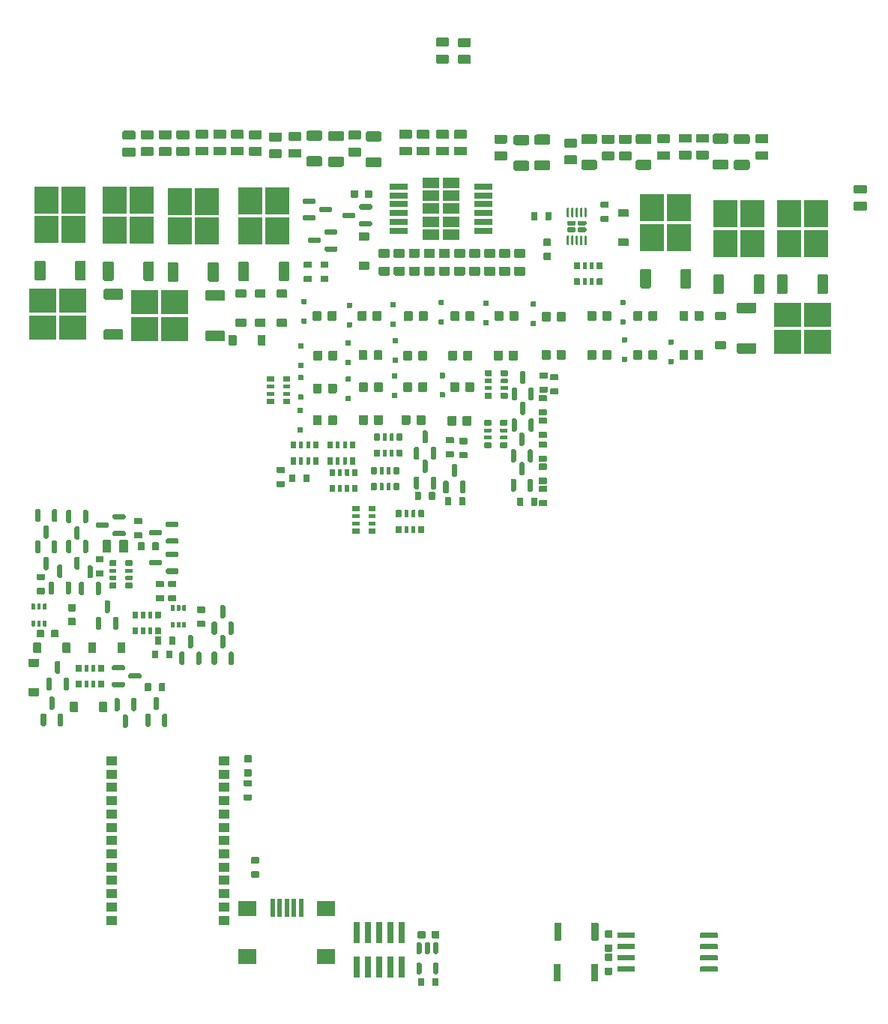
<source format=gtp>
G04 #@! TF.GenerationSoftware,KiCad,Pcbnew,(6.0.8)*
G04 #@! TF.CreationDate,2023-01-31T20:31:05+03:00*
G04 #@! TF.ProjectId,alphax_4ch,616c7068-6178-45f3-9463-682e6b696361,a*
G04 #@! TF.SameCoordinates,PX141f5e0PYa2cace0*
G04 #@! TF.FileFunction,Paste,Top*
G04 #@! TF.FilePolarity,Positive*
%FSLAX46Y46*%
G04 Gerber Fmt 4.6, Leading zero omitted, Abs format (unit mm)*
G04 Created by KiCad (PCBNEW (6.0.8)) date 2023-01-31 20:31:05*
%MOMM*%
%LPD*%
G01*
G04 APERTURE LIST*
%ADD10R,2.750000X3.050000*%
%ADD11R,0.500000X2.000000*%
%ADD12R,2.000000X1.700000*%
%ADD13R,3.050000X2.750000*%
%ADD14R,1.950000X1.160000*%
%ADD15R,2.000000X0.650000*%
%ADD16O,0.000001X0.000001*%
%ADD17R,1.300000X1.000000*%
%ADD18R,0.740000X2.400000*%
G04 APERTURE END LIST*
G04 #@! TO.C,D53*
G36*
G01*
X25110000Y74805000D02*
X24090000Y74805000D01*
G75*
G02*
X24000000Y74895000I0J90000D01*
G01*
X24000000Y75615000D01*
G75*
G02*
X24090000Y75705000I90000J0D01*
G01*
X25110000Y75705000D01*
G75*
G02*
X25200000Y75615000I0J-90000D01*
G01*
X25200000Y74895000D01*
G75*
G02*
X25110000Y74805000I-90000J0D01*
G01*
G37*
G36*
G01*
X25110000Y78105000D02*
X24090000Y78105000D01*
G75*
G02*
X24000000Y78195000I0J90000D01*
G01*
X24000000Y78915000D01*
G75*
G02*
X24090000Y79005000I90000J0D01*
G01*
X25110000Y79005000D01*
G75*
G02*
X25200000Y78915000I0J-90000D01*
G01*
X25200000Y78195000D01*
G75*
G02*
X25110000Y78105000I-90000J0D01*
G01*
G37*
G04 #@! TD*
G04 #@! TO.C,R8*
G36*
G01*
X77375000Y93699999D02*
X76125000Y93699999D01*
G75*
G02*
X76025000Y93799999I0J100000D01*
G01*
X76025000Y94599999D01*
G75*
G02*
X76125000Y94699999I100000J0D01*
G01*
X77375000Y94699999D01*
G75*
G02*
X77475000Y94599999I0J-100000D01*
G01*
X77475000Y93799999D01*
G75*
G02*
X77375000Y93699999I-100000J0D01*
G01*
G37*
G36*
G01*
X77375000Y95600021D02*
X76125000Y95600021D01*
G75*
G02*
X76025000Y95700021I0J100000D01*
G01*
X76025000Y96500021D01*
G75*
G02*
X76125000Y96600021I100000J0D01*
G01*
X77375000Y96600021D01*
G75*
G02*
X77475000Y96500021I0J-100000D01*
G01*
X77475000Y95700021D01*
G75*
G02*
X77375000Y95600021I-100000J0D01*
G01*
G37*
G04 #@! TD*
G04 #@! TO.C,C18*
G36*
G01*
X66490000Y4224999D02*
X65810000Y4224999D01*
G75*
G02*
X65725000Y4309999I0J85000D01*
G01*
X65725000Y4989999D01*
G75*
G02*
X65810000Y5074999I85000J0D01*
G01*
X66490000Y5074999D01*
G75*
G02*
X66575000Y4989999I0J-85000D01*
G01*
X66575000Y4309999D01*
G75*
G02*
X66490000Y4224999I-85000J0D01*
G01*
G37*
G36*
G01*
X66490000Y5805001D02*
X65810000Y5805001D01*
G75*
G02*
X65725000Y5890001I0J85000D01*
G01*
X65725000Y6570001D01*
G75*
G02*
X65810000Y6655001I85000J0D01*
G01*
X66490000Y6655001D01*
G75*
G02*
X66575000Y6570001I0J-85000D01*
G01*
X66575000Y5890001D01*
G75*
G02*
X66490000Y5805001I-85000J0D01*
G01*
G37*
G04 #@! TD*
G04 #@! TO.C,R29*
G36*
G01*
X12610000Y53200010D02*
X13390000Y53200010D01*
G75*
G02*
X13460000Y53130010I0J-70000D01*
G01*
X13460000Y52570010D01*
G75*
G02*
X13390000Y52500010I-70000J0D01*
G01*
X12610000Y52500010D01*
G75*
G02*
X12540000Y52570010I0J70000D01*
G01*
X12540000Y53130010D01*
G75*
G02*
X12610000Y53200010I70000J0D01*
G01*
G37*
G36*
G01*
X12610000Y51600010D02*
X13390000Y51600010D01*
G75*
G02*
X13460000Y51530010I0J-70000D01*
G01*
X13460000Y50970010D01*
G75*
G02*
X13390000Y50900010I-70000J0D01*
G01*
X12610000Y50900010D01*
G75*
G02*
X12540000Y50970010I0J70000D01*
G01*
X12540000Y51530010D01*
G75*
G02*
X12610000Y51600010I70000J0D01*
G01*
G37*
G04 #@! TD*
G04 #@! TO.C,R90*
G36*
G01*
X25810000Y14900000D02*
X26590000Y14900000D01*
G75*
G02*
X26660000Y14830000I0J-70000D01*
G01*
X26660000Y14270000D01*
G75*
G02*
X26590000Y14200000I-70000J0D01*
G01*
X25810000Y14200000D01*
G75*
G02*
X25740000Y14270000I0J70000D01*
G01*
X25740000Y14830000D01*
G75*
G02*
X25810000Y14900000I70000J0D01*
G01*
G37*
G36*
G01*
X25810000Y13300000D02*
X26590000Y13300000D01*
G75*
G02*
X26660000Y13230000I0J-70000D01*
G01*
X26660000Y12670000D01*
G75*
G02*
X26590000Y12600000I-70000J0D01*
G01*
X25810000Y12600000D01*
G75*
G02*
X25740000Y12670000I0J70000D01*
G01*
X25740000Y13230000D01*
G75*
G02*
X25810000Y13300000I70000J0D01*
G01*
G37*
G04 #@! TD*
G04 #@! TO.C,R2*
G36*
G01*
X34600000Y56215000D02*
X34600000Y56885000D01*
G75*
G02*
X34665000Y56950000I65000J0D01*
G01*
X35185000Y56950000D01*
G75*
G02*
X35250000Y56885000I0J-65000D01*
G01*
X35250000Y56215000D01*
G75*
G02*
X35185000Y56150000I-65000J0D01*
G01*
X34665000Y56150000D01*
G75*
G02*
X34600000Y56215000I0J65000D01*
G01*
G37*
G36*
G01*
X35575000Y56195000D02*
X35575000Y56905000D01*
G75*
G02*
X35620000Y56950000I45000J0D01*
G01*
X35980000Y56950000D01*
G75*
G02*
X36025000Y56905000I0J-45000D01*
G01*
X36025000Y56195000D01*
G75*
G02*
X35980000Y56150000I-45000J0D01*
G01*
X35620000Y56150000D01*
G75*
G02*
X35575000Y56195000I0J45000D01*
G01*
G37*
G36*
G01*
X36375000Y56195000D02*
X36375000Y56905000D01*
G75*
G02*
X36420000Y56950000I45000J0D01*
G01*
X36780000Y56950000D01*
G75*
G02*
X36825000Y56905000I0J-45000D01*
G01*
X36825000Y56195000D01*
G75*
G02*
X36780000Y56150000I-45000J0D01*
G01*
X36420000Y56150000D01*
G75*
G02*
X36375000Y56195000I0J45000D01*
G01*
G37*
G36*
G01*
X37150000Y56215000D02*
X37150000Y56885000D01*
G75*
G02*
X37215000Y56950000I65000J0D01*
G01*
X37735000Y56950000D01*
G75*
G02*
X37800000Y56885000I0J-65000D01*
G01*
X37800000Y56215000D01*
G75*
G02*
X37735000Y56150000I-65000J0D01*
G01*
X37215000Y56150000D01*
G75*
G02*
X37150000Y56215000I0J65000D01*
G01*
G37*
G36*
G01*
X37150000Y58015000D02*
X37150000Y58685000D01*
G75*
G02*
X37215000Y58750000I65000J0D01*
G01*
X37735000Y58750000D01*
G75*
G02*
X37800000Y58685000I0J-65000D01*
G01*
X37800000Y58015000D01*
G75*
G02*
X37735000Y57950000I-65000J0D01*
G01*
X37215000Y57950000D01*
G75*
G02*
X37150000Y58015000I0J65000D01*
G01*
G37*
G36*
G01*
X36375000Y57995000D02*
X36375000Y58705000D01*
G75*
G02*
X36420000Y58750000I45000J0D01*
G01*
X36780000Y58750000D01*
G75*
G02*
X36825000Y58705000I0J-45000D01*
G01*
X36825000Y57995000D01*
G75*
G02*
X36780000Y57950000I-45000J0D01*
G01*
X36420000Y57950000D01*
G75*
G02*
X36375000Y57995000I0J45000D01*
G01*
G37*
G36*
G01*
X35575000Y57995000D02*
X35575000Y58705000D01*
G75*
G02*
X35620000Y58750000I45000J0D01*
G01*
X35980000Y58750000D01*
G75*
G02*
X36025000Y58705000I0J-45000D01*
G01*
X36025000Y57995000D01*
G75*
G02*
X35980000Y57950000I-45000J0D01*
G01*
X35620000Y57950000D01*
G75*
G02*
X35575000Y57995000I0J45000D01*
G01*
G37*
G36*
G01*
X34600000Y58015000D02*
X34600000Y58685000D01*
G75*
G02*
X34665000Y58750000I65000J0D01*
G01*
X35185000Y58750000D01*
G75*
G02*
X35250000Y58685000I0J-65000D01*
G01*
X35250000Y58015000D01*
G75*
G02*
X35185000Y57950000I-65000J0D01*
G01*
X34665000Y57950000D01*
G75*
G02*
X34600000Y58015000I0J65000D01*
G01*
G37*
G04 #@! TD*
G04 #@! TO.C,D36*
G36*
G01*
X50649999Y64649998D02*
X50649999Y63749998D01*
G75*
G02*
X50549999Y63649998I-100000J0D01*
G01*
X49749999Y63649998D01*
G75*
G02*
X49649999Y63749998I0J100000D01*
G01*
X49649999Y64649998D01*
G75*
G02*
X49749999Y64749998I100000J0D01*
G01*
X50549999Y64749998D01*
G75*
G02*
X50649999Y64649998I0J-100000D01*
G01*
G37*
G36*
G01*
X48949999Y64649998D02*
X48949999Y63749998D01*
G75*
G02*
X48849999Y63649998I-100000J0D01*
G01*
X48049999Y63649998D01*
G75*
G02*
X47949999Y63749998I0J100000D01*
G01*
X47949999Y64649998D01*
G75*
G02*
X48049999Y64749998I100000J0D01*
G01*
X48849999Y64749998D01*
G75*
G02*
X48949999Y64649998I0J-100000D01*
G01*
G37*
G04 #@! TD*
G04 #@! TO.C,R4*
G36*
G01*
X54685000Y66700000D02*
X54015000Y66700000D01*
G75*
G02*
X53950000Y66765000I0J65000D01*
G01*
X53950000Y67285000D01*
G75*
G02*
X54015000Y67350000I65000J0D01*
G01*
X54685000Y67350000D01*
G75*
G02*
X54750000Y67285000I0J-65000D01*
G01*
X54750000Y66765000D01*
G75*
G02*
X54685000Y66700000I-65000J0D01*
G01*
G37*
G36*
G01*
X54705000Y67675000D02*
X53995000Y67675000D01*
G75*
G02*
X53950000Y67720000I0J45000D01*
G01*
X53950000Y68080000D01*
G75*
G02*
X53995000Y68125000I45000J0D01*
G01*
X54705000Y68125000D01*
G75*
G02*
X54750000Y68080000I0J-45000D01*
G01*
X54750000Y67720000D01*
G75*
G02*
X54705000Y67675000I-45000J0D01*
G01*
G37*
G36*
G01*
X54705000Y68475000D02*
X53995000Y68475000D01*
G75*
G02*
X53950000Y68520000I0J45000D01*
G01*
X53950000Y68880000D01*
G75*
G02*
X53995000Y68925000I45000J0D01*
G01*
X54705000Y68925000D01*
G75*
G02*
X54750000Y68880000I0J-45000D01*
G01*
X54750000Y68520000D01*
G75*
G02*
X54705000Y68475000I-45000J0D01*
G01*
G37*
G36*
G01*
X54685000Y69250000D02*
X54015000Y69250000D01*
G75*
G02*
X53950000Y69315000I0J65000D01*
G01*
X53950000Y69835000D01*
G75*
G02*
X54015000Y69900000I65000J0D01*
G01*
X54685000Y69900000D01*
G75*
G02*
X54750000Y69835000I0J-65000D01*
G01*
X54750000Y69315000D01*
G75*
G02*
X54685000Y69250000I-65000J0D01*
G01*
G37*
G36*
G01*
X52885000Y69250000D02*
X52215000Y69250000D01*
G75*
G02*
X52150000Y69315000I0J65000D01*
G01*
X52150000Y69835000D01*
G75*
G02*
X52215000Y69900000I65000J0D01*
G01*
X52885000Y69900000D01*
G75*
G02*
X52950000Y69835000I0J-65000D01*
G01*
X52950000Y69315000D01*
G75*
G02*
X52885000Y69250000I-65000J0D01*
G01*
G37*
G36*
G01*
X52905000Y68475000D02*
X52195000Y68475000D01*
G75*
G02*
X52150000Y68520000I0J45000D01*
G01*
X52150000Y68880000D01*
G75*
G02*
X52195000Y68925000I45000J0D01*
G01*
X52905000Y68925000D01*
G75*
G02*
X52950000Y68880000I0J-45000D01*
G01*
X52950000Y68520000D01*
G75*
G02*
X52905000Y68475000I-45000J0D01*
G01*
G37*
G36*
G01*
X52905000Y67675000D02*
X52195000Y67675000D01*
G75*
G02*
X52150000Y67720000I0J45000D01*
G01*
X52150000Y68080000D01*
G75*
G02*
X52195000Y68125000I45000J0D01*
G01*
X52905000Y68125000D01*
G75*
G02*
X52950000Y68080000I0J-45000D01*
G01*
X52950000Y67720000D01*
G75*
G02*
X52905000Y67675000I-45000J0D01*
G01*
G37*
G36*
G01*
X52885000Y66700000D02*
X52215000Y66700000D01*
G75*
G02*
X52150000Y66765000I0J65000D01*
G01*
X52150000Y67285000D01*
G75*
G02*
X52215000Y67350000I65000J0D01*
G01*
X52885000Y67350000D01*
G75*
G02*
X52950000Y67285000I0J-65000D01*
G01*
X52950000Y66765000D01*
G75*
G02*
X52885000Y66700000I-65000J0D01*
G01*
G37*
G04 #@! TD*
G04 #@! TO.C,D30*
G36*
G01*
X67450000Y75111499D02*
X67450000Y75591499D01*
G75*
G02*
X67510000Y75651499I60000J0D01*
G01*
X67990000Y75651499D01*
G75*
G02*
X68050000Y75591499I0J-60000D01*
G01*
X68050000Y75111499D01*
G75*
G02*
X67990000Y75051499I-60000J0D01*
G01*
X67510000Y75051499D01*
G75*
G02*
X67450000Y75111499I0J60000D01*
G01*
G37*
G36*
G01*
X67450000Y77311499D02*
X67450000Y77791499D01*
G75*
G02*
X67510000Y77851499I60000J0D01*
G01*
X67990000Y77851499D01*
G75*
G02*
X68050000Y77791499I0J-60000D01*
G01*
X68050000Y77311499D01*
G75*
G02*
X67990000Y77251499I-60000J0D01*
G01*
X67510000Y77251499D01*
G75*
G02*
X67450000Y77311499I0J60000D01*
G01*
G37*
G04 #@! TD*
G04 #@! TO.C,C3*
G36*
G01*
X25060000Y26435001D02*
X25740000Y26435001D01*
G75*
G02*
X25825000Y26350001I0J-85000D01*
G01*
X25825000Y25670001D01*
G75*
G02*
X25740000Y25585001I-85000J0D01*
G01*
X25060000Y25585001D01*
G75*
G02*
X24975000Y25670001I0J85000D01*
G01*
X24975000Y26350001D01*
G75*
G02*
X25060000Y26435001I85000J0D01*
G01*
G37*
G36*
G01*
X25060000Y24854999D02*
X25740000Y24854999D01*
G75*
G02*
X25825000Y24769999I0J-85000D01*
G01*
X25825000Y24089999D01*
G75*
G02*
X25740000Y24004999I-85000J0D01*
G01*
X25060000Y24004999D01*
G75*
G02*
X24975000Y24089999I0J85000D01*
G01*
X24975000Y24769999D01*
G75*
G02*
X25060000Y24854999I85000J0D01*
G01*
G37*
G04 #@! TD*
G04 #@! TO.C,D46*
G36*
G01*
X31650000Y69290000D02*
X31650000Y68810000D01*
G75*
G02*
X31590000Y68750000I-60000J0D01*
G01*
X31110000Y68750000D01*
G75*
G02*
X31050000Y68810000I0J60000D01*
G01*
X31050000Y69290000D01*
G75*
G02*
X31110000Y69350000I60000J0D01*
G01*
X31590000Y69350000D01*
G75*
G02*
X31650000Y69290000I0J-60000D01*
G01*
G37*
G36*
G01*
X31650000Y67090000D02*
X31650000Y66610000D01*
G75*
G02*
X31590000Y66550000I-60000J0D01*
G01*
X31110000Y66550000D01*
G75*
G02*
X31050000Y66610000I0J60000D01*
G01*
X31050000Y67090000D01*
G75*
G02*
X31110000Y67150000I60000J0D01*
G01*
X31590000Y67150000D01*
G75*
G02*
X31650000Y67090000I0J-60000D01*
G01*
G37*
G04 #@! TD*
G04 #@! TO.C,R87*
G36*
G01*
X58310000Y61850000D02*
X59090000Y61850000D01*
G75*
G02*
X59160000Y61780000I0J-70000D01*
G01*
X59160000Y61220000D01*
G75*
G02*
X59090000Y61150000I-70000J0D01*
G01*
X58310000Y61150000D01*
G75*
G02*
X58240000Y61220000I0J70000D01*
G01*
X58240000Y61780000D01*
G75*
G02*
X58310000Y61850000I70000J0D01*
G01*
G37*
G36*
G01*
X58310000Y60250000D02*
X59090000Y60250000D01*
G75*
G02*
X59160000Y60180000I0J-70000D01*
G01*
X59160000Y59620000D01*
G75*
G02*
X59090000Y59550000I-70000J0D01*
G01*
X58310000Y59550000D01*
G75*
G02*
X58240000Y59620000I0J70000D01*
G01*
X58240000Y60180000D01*
G75*
G02*
X58310000Y60250000I70000J0D01*
G01*
G37*
G04 #@! TD*
G04 #@! TO.C,R93*
G36*
G01*
X17200000Y39740000D02*
X17200000Y38960000D01*
G75*
G02*
X17130000Y38890000I-70000J0D01*
G01*
X16570000Y38890000D01*
G75*
G02*
X16500000Y38960000I0J70000D01*
G01*
X16500000Y39740000D01*
G75*
G02*
X16570000Y39810000I70000J0D01*
G01*
X17130000Y39810000D01*
G75*
G02*
X17200000Y39740000I0J-70000D01*
G01*
G37*
G36*
G01*
X15600000Y39740000D02*
X15600000Y38960000D01*
G75*
G02*
X15530000Y38890000I-70000J0D01*
G01*
X14970000Y38890000D01*
G75*
G02*
X14900000Y38960000I0J70000D01*
G01*
X14900000Y39740000D01*
G75*
G02*
X14970000Y39810000I70000J0D01*
G01*
X15530000Y39810000D01*
G75*
G02*
X15600000Y39740000I0J-70000D01*
G01*
G37*
G04 #@! TD*
G04 #@! TO.C,R95*
G36*
G01*
X33660000Y82150000D02*
X34440000Y82150000D01*
G75*
G02*
X34510000Y82080000I0J-70000D01*
G01*
X34510000Y81520000D01*
G75*
G02*
X34440000Y81450000I-70000J0D01*
G01*
X33660000Y81450000D01*
G75*
G02*
X33590000Y81520000I0J70000D01*
G01*
X33590000Y82080000D01*
G75*
G02*
X33660000Y82150000I70000J0D01*
G01*
G37*
G36*
G01*
X33660000Y80550000D02*
X34440000Y80550000D01*
G75*
G02*
X34510000Y80480000I0J-70000D01*
G01*
X34510000Y79920000D01*
G75*
G02*
X34440000Y79850000I-70000J0D01*
G01*
X33660000Y79850000D01*
G75*
G02*
X33590000Y79920000I0J70000D01*
G01*
X33590000Y80480000D01*
G75*
G02*
X33660000Y80550000I70000J0D01*
G01*
G37*
G04 #@! TD*
G04 #@! TO.C,D34*
G36*
G01*
X40649999Y64749998D02*
X40649999Y63849998D01*
G75*
G02*
X40549999Y63749998I-100000J0D01*
G01*
X39749999Y63749998D01*
G75*
G02*
X39649999Y63849998I0J100000D01*
G01*
X39649999Y64749998D01*
G75*
G02*
X39749999Y64849998I100000J0D01*
G01*
X40549999Y64849998D01*
G75*
G02*
X40649999Y64749998I0J-100000D01*
G01*
G37*
G36*
G01*
X38949999Y64749998D02*
X38949999Y63849998D01*
G75*
G02*
X38849999Y63749998I-100000J0D01*
G01*
X38049999Y63749998D01*
G75*
G02*
X37949999Y63849998I0J100000D01*
G01*
X37949999Y64749998D01*
G75*
G02*
X38049999Y64849998I100000J0D01*
G01*
X38849999Y64849998D01*
G75*
G02*
X38949999Y64749998I0J-100000D01*
G01*
G37*
G04 #@! TD*
G04 #@! TO.C,R59*
G36*
G01*
X44575000Y95149979D02*
X45825000Y95149979D01*
G75*
G02*
X45925000Y95049979I0J-100000D01*
G01*
X45925000Y94249979D01*
G75*
G02*
X45825000Y94149979I-100000J0D01*
G01*
X44575000Y94149979D01*
G75*
G02*
X44475000Y94249979I0J100000D01*
G01*
X44475000Y95049979D01*
G75*
G02*
X44575000Y95149979I100000J0D01*
G01*
G37*
G36*
G01*
X44575000Y97050001D02*
X45825000Y97050001D01*
G75*
G02*
X45925000Y96950001I0J-100000D01*
G01*
X45925000Y96150001D01*
G75*
G02*
X45825000Y96050001I-100000J0D01*
G01*
X44575000Y96050001D01*
G75*
G02*
X44475000Y96150001I0J100000D01*
G01*
X44475000Y96950001D01*
G75*
G02*
X44575000Y97050001I100000J0D01*
G01*
G37*
G04 #@! TD*
G04 #@! TO.C,R9*
G36*
G01*
X75425000Y93699999D02*
X74175000Y93699999D01*
G75*
G02*
X74075000Y93799999I0J100000D01*
G01*
X74075000Y94599999D01*
G75*
G02*
X74175000Y94699999I100000J0D01*
G01*
X75425000Y94699999D01*
G75*
G02*
X75525000Y94599999I0J-100000D01*
G01*
X75525000Y93799999D01*
G75*
G02*
X75425000Y93699999I-100000J0D01*
G01*
G37*
G36*
G01*
X75425000Y95600021D02*
X74175000Y95600021D01*
G75*
G02*
X74075000Y95700021I0J100000D01*
G01*
X74075000Y96500021D01*
G75*
G02*
X74175000Y96600021I100000J0D01*
G01*
X75425000Y96600021D01*
G75*
G02*
X75525000Y96500021I0J-100000D01*
G01*
X75525000Y95700021D01*
G75*
G02*
X75425000Y95600021I-100000J0D01*
G01*
G37*
G04 #@! TD*
G04 #@! TO.C,R68*
G36*
G01*
X24825000Y94149999D02*
X23575000Y94149999D01*
G75*
G02*
X23475000Y94249999I0J100000D01*
G01*
X23475000Y95049999D01*
G75*
G02*
X23575000Y95149999I100000J0D01*
G01*
X24825000Y95149999D01*
G75*
G02*
X24925000Y95049999I0J-100000D01*
G01*
X24925000Y94249999D01*
G75*
G02*
X24825000Y94149999I-100000J0D01*
G01*
G37*
G36*
G01*
X24825000Y96050021D02*
X23575000Y96050021D01*
G75*
G02*
X23475000Y96150021I0J100000D01*
G01*
X23475000Y96950021D01*
G75*
G02*
X23575000Y97050021I100000J0D01*
G01*
X24825000Y97050021D01*
G75*
G02*
X24925000Y96950021I0J-100000D01*
G01*
X24925000Y96150021D01*
G75*
G02*
X24825000Y96050021I-100000J0D01*
G01*
G37*
G04 #@! TD*
G04 #@! TO.C,R82*
G36*
G01*
X58410000Y69650000D02*
X59190000Y69650000D01*
G75*
G02*
X59260000Y69580000I0J-70000D01*
G01*
X59260000Y69020000D01*
G75*
G02*
X59190000Y68950000I-70000J0D01*
G01*
X58410000Y68950000D01*
G75*
G02*
X58340000Y69020000I0J70000D01*
G01*
X58340000Y69580000D01*
G75*
G02*
X58410000Y69650000I70000J0D01*
G01*
G37*
G36*
G01*
X58410000Y68050000D02*
X59190000Y68050000D01*
G75*
G02*
X59260000Y67980000I0J-70000D01*
G01*
X59260000Y67420000D01*
G75*
G02*
X59190000Y67350000I-70000J0D01*
G01*
X58410000Y67350000D01*
G75*
G02*
X58340000Y67420000I0J70000D01*
G01*
X58340000Y67980000D01*
G75*
G02*
X58410000Y68050000I70000J0D01*
G01*
G37*
G04 #@! TD*
G04 #@! TO.C,D49*
G36*
G01*
X31575000Y88850000D02*
X31575000Y89150000D01*
G75*
G02*
X31725000Y89300000I150000J0D01*
G01*
X32900000Y89300000D01*
G75*
G02*
X33050000Y89150000I0J-150000D01*
G01*
X33050000Y88850000D01*
G75*
G02*
X32900000Y88700000I-150000J0D01*
G01*
X31725000Y88700000D01*
G75*
G02*
X31575000Y88850000I0J150000D01*
G01*
G37*
G36*
G01*
X33450000Y87900000D02*
X33450000Y88200000D01*
G75*
G02*
X33600000Y88350000I150000J0D01*
G01*
X34775000Y88350000D01*
G75*
G02*
X34925000Y88200000I0J-150000D01*
G01*
X34925000Y87900000D01*
G75*
G02*
X34775000Y87750000I-150000J0D01*
G01*
X33600000Y87750000D01*
G75*
G02*
X33450000Y87900000I0J150000D01*
G01*
G37*
G36*
G01*
X31575000Y86950000D02*
X31575000Y87250000D01*
G75*
G02*
X31725000Y87400000I150000J0D01*
G01*
X32900000Y87400000D01*
G75*
G02*
X33050000Y87250000I0J-150000D01*
G01*
X33050000Y86950000D01*
G75*
G02*
X32900000Y86800000I-150000J0D01*
G01*
X31725000Y86800000D01*
G75*
G02*
X31575000Y86950000I0J150000D01*
G01*
G37*
G04 #@! TD*
G04 #@! TO.C,F4*
G36*
G01*
X63050000Y95655010D02*
X63050000Y96345010D01*
G75*
G02*
X63280000Y96575010I230000J0D01*
G01*
X64620000Y96575010D01*
G75*
G02*
X64850000Y96345010I0J-230000D01*
G01*
X64850000Y95655010D01*
G75*
G02*
X64620000Y95425010I-230000J0D01*
G01*
X63280000Y95425010D01*
G75*
G02*
X63050000Y95655010I0J230000D01*
G01*
G37*
G36*
G01*
X63050000Y92754990D02*
X63050000Y93444990D01*
G75*
G02*
X63280000Y93674990I230000J0D01*
G01*
X64620000Y93674990D01*
G75*
G02*
X64850000Y93444990I0J-230000D01*
G01*
X64850000Y92754990D01*
G75*
G02*
X64620000Y92524990I-230000J0D01*
G01*
X63280000Y92524990D01*
G75*
G02*
X63050000Y92754990I0J230000D01*
G01*
G37*
G04 #@! TD*
G04 #@! TO.C,Q13*
G36*
G01*
X47910000Y55975000D02*
X47610000Y55975000D01*
G75*
G02*
X47460000Y56125000I0J150000D01*
G01*
X47460000Y57300000D01*
G75*
G02*
X47610000Y57450000I150000J0D01*
G01*
X47910000Y57450000D01*
G75*
G02*
X48060000Y57300000I0J-150000D01*
G01*
X48060000Y56125000D01*
G75*
G02*
X47910000Y55975000I-150000J0D01*
G01*
G37*
G36*
G01*
X48860000Y57850000D02*
X48560000Y57850000D01*
G75*
G02*
X48410000Y58000000I0J150000D01*
G01*
X48410000Y59175000D01*
G75*
G02*
X48560000Y59325000I150000J0D01*
G01*
X48860000Y59325000D01*
G75*
G02*
X49010000Y59175000I0J-150000D01*
G01*
X49010000Y58000000D01*
G75*
G02*
X48860000Y57850000I-150000J0D01*
G01*
G37*
G36*
G01*
X49810000Y55975000D02*
X49510000Y55975000D01*
G75*
G02*
X49360000Y56125000I0J150000D01*
G01*
X49360000Y57300000D01*
G75*
G02*
X49510000Y57450000I150000J0D01*
G01*
X49810000Y57450000D01*
G75*
G02*
X49960000Y57300000I0J-150000D01*
G01*
X49960000Y56125000D01*
G75*
G02*
X49810000Y55975000I-150000J0D01*
G01*
G37*
G04 #@! TD*
G04 #@! TO.C,R91*
G36*
G01*
X95205000Y87939999D02*
X93955000Y87939999D01*
G75*
G02*
X93855000Y88039999I0J100000D01*
G01*
X93855000Y88839999D01*
G75*
G02*
X93955000Y88939999I100000J0D01*
G01*
X95205000Y88939999D01*
G75*
G02*
X95305000Y88839999I0J-100000D01*
G01*
X95305000Y88039999D01*
G75*
G02*
X95205000Y87939999I-100000J0D01*
G01*
G37*
G36*
G01*
X95205000Y89840021D02*
X93955000Y89840021D01*
G75*
G02*
X93855000Y89940021I0J100000D01*
G01*
X93855000Y90740021D01*
G75*
G02*
X93955000Y90840021I100000J0D01*
G01*
X95205000Y90840021D01*
G75*
G02*
X95305000Y90740021I0J-100000D01*
G01*
X95305000Y89940021D01*
G75*
G02*
X95205000Y89840021I-100000J0D01*
G01*
G37*
G04 #@! TD*
G04 #@! TO.C,D1*
G36*
G01*
X67650000Y70910000D02*
X67650000Y71390000D01*
G75*
G02*
X67710000Y71450000I60000J0D01*
G01*
X68190000Y71450000D01*
G75*
G02*
X68250000Y71390000I0J-60000D01*
G01*
X68250000Y70910000D01*
G75*
G02*
X68190000Y70850000I-60000J0D01*
G01*
X67710000Y70850000D01*
G75*
G02*
X67650000Y70910000I0J60000D01*
G01*
G37*
G36*
G01*
X67650000Y73110000D02*
X67650000Y73590000D01*
G75*
G02*
X67710000Y73650000I60000J0D01*
G01*
X68190000Y73650000D01*
G75*
G02*
X68250000Y73590000I0J-60000D01*
G01*
X68250000Y73110000D01*
G75*
G02*
X68190000Y73050000I-60000J0D01*
G01*
X67710000Y73050000D01*
G75*
G02*
X67650000Y73110000I0J60000D01*
G01*
G37*
G04 #@! TD*
G04 #@! TO.C,D15*
G36*
G01*
X40499999Y76499998D02*
X40499999Y75599998D01*
G75*
G02*
X40399999Y75499998I-100000J0D01*
G01*
X39599999Y75499998D01*
G75*
G02*
X39499999Y75599998I0J100000D01*
G01*
X39499999Y76499998D01*
G75*
G02*
X39599999Y76599998I100000J0D01*
G01*
X40399999Y76599998D01*
G75*
G02*
X40499999Y76499998I0J-100000D01*
G01*
G37*
G36*
G01*
X38799999Y76499998D02*
X38799999Y75599998D01*
G75*
G02*
X38699999Y75499998I-100000J0D01*
G01*
X37899999Y75499998D01*
G75*
G02*
X37799999Y75599998I0J100000D01*
G01*
X37799999Y76499998D01*
G75*
G02*
X37899999Y76599998I100000J0D01*
G01*
X38699999Y76599998D01*
G75*
G02*
X38799999Y76499998I0J-100000D01*
G01*
G37*
G04 #@! TD*
G04 #@! TO.C,C1*
G36*
G01*
X58860000Y84765001D02*
X59540000Y84765001D01*
G75*
G02*
X59625000Y84680001I0J-85000D01*
G01*
X59625000Y84000001D01*
G75*
G02*
X59540000Y83915001I-85000J0D01*
G01*
X58860000Y83915001D01*
G75*
G02*
X58775000Y84000001I0J85000D01*
G01*
X58775000Y84680001D01*
G75*
G02*
X58860000Y84765001I85000J0D01*
G01*
G37*
G36*
G01*
X58860000Y83184999D02*
X59540000Y83184999D01*
G75*
G02*
X59625000Y83099999I0J-85000D01*
G01*
X59625000Y82419999D01*
G75*
G02*
X59540000Y82334999I-85000J0D01*
G01*
X58860000Y82334999D01*
G75*
G02*
X58775000Y82419999I0J85000D01*
G01*
X58775000Y83099999D01*
G75*
G02*
X58860000Y83184999I85000J0D01*
G01*
G37*
G04 #@! TD*
D10*
G04 #@! TO.C,Q29*
X28725000Y85675000D03*
X25675000Y85675000D03*
X25675000Y89025000D03*
X28725000Y89025000D03*
G36*
G01*
X25400000Y79950000D02*
X24440000Y79950000D01*
G75*
G02*
X24320000Y80070000I0J120000D01*
G01*
X24320000Y82030000D01*
G75*
G02*
X24440000Y82150000I120000J0D01*
G01*
X25400000Y82150000D01*
G75*
G02*
X25520000Y82030000I0J-120000D01*
G01*
X25520000Y80070000D01*
G75*
G02*
X25400000Y79950000I-120000J0D01*
G01*
G37*
G36*
G01*
X29960000Y79950000D02*
X29000000Y79950000D01*
G75*
G02*
X28880000Y80070000I0J120000D01*
G01*
X28880000Y82030000D01*
G75*
G02*
X29000000Y82150000I120000J0D01*
G01*
X29960000Y82150000D01*
G75*
G02*
X30080000Y82030000I0J-120000D01*
G01*
X30080000Y80070000D01*
G75*
G02*
X29960000Y79950000I-120000J0D01*
G01*
G37*
G04 #@! TD*
G04 #@! TO.C,S1*
G36*
G01*
X64950001Y2770000D02*
X64950001Y930000D01*
G75*
G02*
X64870001Y850000I-80000J0D01*
G01*
X64230001Y850000D01*
G75*
G02*
X64150001Y930000I0J80000D01*
G01*
X64150001Y2770000D01*
G75*
G02*
X64230001Y2850000I80000J0D01*
G01*
X64870001Y2850000D01*
G75*
G02*
X64950001Y2770000I0J-80000D01*
G01*
G37*
G36*
G01*
X60750000Y2770000D02*
X60750000Y930000D01*
G75*
G02*
X60670000Y850000I-80000J0D01*
G01*
X60030000Y850000D01*
G75*
G02*
X59950000Y930000I0J80000D01*
G01*
X59950000Y2770000D01*
G75*
G02*
X60030000Y2850000I80000J0D01*
G01*
X60670000Y2850000D01*
G75*
G02*
X60750000Y2770000I0J-80000D01*
G01*
G37*
G04 #@! TD*
G04 #@! TO.C,D6*
G36*
G01*
X41750000Y70810000D02*
X41750000Y71290000D01*
G75*
G02*
X41810000Y71350000I60000J0D01*
G01*
X42290000Y71350000D01*
G75*
G02*
X42350000Y71290000I0J-60000D01*
G01*
X42350000Y70810000D01*
G75*
G02*
X42290000Y70750000I-60000J0D01*
G01*
X41810000Y70750000D01*
G75*
G02*
X41750000Y70810000I0J60000D01*
G01*
G37*
G36*
G01*
X41750000Y73010000D02*
X41750000Y73490000D01*
G75*
G02*
X41810000Y73550000I60000J0D01*
G01*
X42290000Y73550000D01*
G75*
G02*
X42350000Y73490000I0J-60000D01*
G01*
X42350000Y73010000D01*
G75*
G02*
X42290000Y72950000I-60000J0D01*
G01*
X41810000Y72950000D01*
G75*
G02*
X41750000Y73010000I0J60000D01*
G01*
G37*
G04 #@! TD*
G04 #@! TO.C,C4*
G36*
G01*
X47015001Y6490000D02*
X47015001Y5810000D01*
G75*
G02*
X46930001Y5725000I-85000J0D01*
G01*
X46250001Y5725000D01*
G75*
G02*
X46165001Y5810000I0J85000D01*
G01*
X46165001Y6490000D01*
G75*
G02*
X46250001Y6575000I85000J0D01*
G01*
X46930001Y6575000D01*
G75*
G02*
X47015001Y6490000I0J-85000D01*
G01*
G37*
G36*
G01*
X45434999Y6490000D02*
X45434999Y5810000D01*
G75*
G02*
X45349999Y5725000I-85000J0D01*
G01*
X44669999Y5725000D01*
G75*
G02*
X44584999Y5810000I0J85000D01*
G01*
X44584999Y6490000D01*
G75*
G02*
X44669999Y6575000I85000J0D01*
G01*
X45349999Y6575000D01*
G75*
G02*
X45434999Y6490000I0J-85000D01*
G01*
G37*
G04 #@! TD*
G04 #@! TO.C,Q1*
G36*
G01*
X2450000Y29675010D02*
X2150000Y29675010D01*
G75*
G02*
X2000000Y29825010I0J150000D01*
G01*
X2000000Y31000010D01*
G75*
G02*
X2150000Y31150010I150000J0D01*
G01*
X2450000Y31150010D01*
G75*
G02*
X2600000Y31000010I0J-150000D01*
G01*
X2600000Y29825010D01*
G75*
G02*
X2450000Y29675010I-150000J0D01*
G01*
G37*
G36*
G01*
X3400000Y31550010D02*
X3100000Y31550010D01*
G75*
G02*
X2950000Y31700010I0J150000D01*
G01*
X2950000Y32875010D01*
G75*
G02*
X3100000Y33025010I150000J0D01*
G01*
X3400000Y33025010D01*
G75*
G02*
X3550000Y32875010I0J-150000D01*
G01*
X3550000Y31700010D01*
G75*
G02*
X3400000Y31550010I-150000J0D01*
G01*
G37*
G36*
G01*
X4350000Y29675010D02*
X4050000Y29675010D01*
G75*
G02*
X3900000Y29825010I0J150000D01*
G01*
X3900000Y31000010D01*
G75*
G02*
X4050000Y31150010I150000J0D01*
G01*
X4350000Y31150010D01*
G75*
G02*
X4500000Y31000010I0J-150000D01*
G01*
X4500000Y29825010D01*
G75*
G02*
X4350000Y29675010I-150000J0D01*
G01*
G37*
G04 #@! TD*
G04 #@! TO.C,R50*
G36*
G01*
X34350000Y59315000D02*
X34350000Y59985000D01*
G75*
G02*
X34415000Y60050000I65000J0D01*
G01*
X34935000Y60050000D01*
G75*
G02*
X35000000Y59985000I0J-65000D01*
G01*
X35000000Y59315000D01*
G75*
G02*
X34935000Y59250000I-65000J0D01*
G01*
X34415000Y59250000D01*
G75*
G02*
X34350000Y59315000I0J65000D01*
G01*
G37*
G36*
G01*
X35325000Y59295000D02*
X35325000Y60005000D01*
G75*
G02*
X35370000Y60050000I45000J0D01*
G01*
X35730000Y60050000D01*
G75*
G02*
X35775000Y60005000I0J-45000D01*
G01*
X35775000Y59295000D01*
G75*
G02*
X35730000Y59250000I-45000J0D01*
G01*
X35370000Y59250000D01*
G75*
G02*
X35325000Y59295000I0J45000D01*
G01*
G37*
G36*
G01*
X36125000Y59295000D02*
X36125000Y60005000D01*
G75*
G02*
X36170000Y60050000I45000J0D01*
G01*
X36530000Y60050000D01*
G75*
G02*
X36575000Y60005000I0J-45000D01*
G01*
X36575000Y59295000D01*
G75*
G02*
X36530000Y59250000I-45000J0D01*
G01*
X36170000Y59250000D01*
G75*
G02*
X36125000Y59295000I0J45000D01*
G01*
G37*
G36*
G01*
X36900000Y59315000D02*
X36900000Y59985000D01*
G75*
G02*
X36965000Y60050000I65000J0D01*
G01*
X37485000Y60050000D01*
G75*
G02*
X37550000Y59985000I0J-65000D01*
G01*
X37550000Y59315000D01*
G75*
G02*
X37485000Y59250000I-65000J0D01*
G01*
X36965000Y59250000D01*
G75*
G02*
X36900000Y59315000I0J65000D01*
G01*
G37*
G36*
G01*
X36900000Y61115000D02*
X36900000Y61785000D01*
G75*
G02*
X36965000Y61850000I65000J0D01*
G01*
X37485000Y61850000D01*
G75*
G02*
X37550000Y61785000I0J-65000D01*
G01*
X37550000Y61115000D01*
G75*
G02*
X37485000Y61050000I-65000J0D01*
G01*
X36965000Y61050000D01*
G75*
G02*
X36900000Y61115000I0J65000D01*
G01*
G37*
G36*
G01*
X36125000Y61095000D02*
X36125000Y61805000D01*
G75*
G02*
X36170000Y61850000I45000J0D01*
G01*
X36530000Y61850000D01*
G75*
G02*
X36575000Y61805000I0J-45000D01*
G01*
X36575000Y61095000D01*
G75*
G02*
X36530000Y61050000I-45000J0D01*
G01*
X36170000Y61050000D01*
G75*
G02*
X36125000Y61095000I0J45000D01*
G01*
G37*
G36*
G01*
X35325000Y61095000D02*
X35325000Y61805000D01*
G75*
G02*
X35370000Y61850000I45000J0D01*
G01*
X35730000Y61850000D01*
G75*
G02*
X35775000Y61805000I0J-45000D01*
G01*
X35775000Y61095000D01*
G75*
G02*
X35730000Y61050000I-45000J0D01*
G01*
X35370000Y61050000D01*
G75*
G02*
X35325000Y61095000I0J45000D01*
G01*
G37*
G36*
G01*
X34350000Y61115000D02*
X34350000Y61785000D01*
G75*
G02*
X34415000Y61850000I65000J0D01*
G01*
X34935000Y61850000D01*
G75*
G02*
X35000000Y61785000I0J-65000D01*
G01*
X35000000Y61115000D01*
G75*
G02*
X34935000Y61050000I-65000J0D01*
G01*
X34415000Y61050000D01*
G75*
G02*
X34350000Y61115000I0J65000D01*
G01*
G37*
G04 #@! TD*
G04 #@! TO.C,U5*
G36*
G01*
X18040000Y43375000D02*
X18360000Y43375000D01*
G75*
G02*
X18400000Y43335000I0J-40000D01*
G01*
X18400000Y42765000D01*
G75*
G02*
X18360000Y42725000I-40000J0D01*
G01*
X18040000Y42725000D01*
G75*
G02*
X18000000Y42765000I0J40000D01*
G01*
X18000000Y43335000D01*
G75*
G02*
X18040000Y43375000I40000J0D01*
G01*
G37*
G36*
G01*
X17390000Y43375000D02*
X17710000Y43375000D01*
G75*
G02*
X17750000Y43335000I0J-40000D01*
G01*
X17750000Y42765000D01*
G75*
G02*
X17710000Y42725000I-40000J0D01*
G01*
X17390000Y42725000D01*
G75*
G02*
X17350000Y42765000I0J40000D01*
G01*
X17350000Y43335000D01*
G75*
G02*
X17390000Y43375000I40000J0D01*
G01*
G37*
G36*
G01*
X16740000Y43375000D02*
X17060000Y43375000D01*
G75*
G02*
X17100000Y43335000I0J-40000D01*
G01*
X17100000Y42765000D01*
G75*
G02*
X17060000Y42725000I-40000J0D01*
G01*
X16740000Y42725000D01*
G75*
G02*
X16700000Y42765000I0J40000D01*
G01*
X16700000Y43335000D01*
G75*
G02*
X16740000Y43375000I40000J0D01*
G01*
G37*
G36*
G01*
X16740000Y41475000D02*
X17060000Y41475000D01*
G75*
G02*
X17100000Y41435000I0J-40000D01*
G01*
X17100000Y40865000D01*
G75*
G02*
X17060000Y40825000I-40000J0D01*
G01*
X16740000Y40825000D01*
G75*
G02*
X16700000Y40865000I0J40000D01*
G01*
X16700000Y41435000D01*
G75*
G02*
X16740000Y41475000I40000J0D01*
G01*
G37*
G36*
G01*
X17390000Y41475000D02*
X17710000Y41475000D01*
G75*
G02*
X17750000Y41435000I0J-40000D01*
G01*
X17750000Y40865000D01*
G75*
G02*
X17710000Y40825000I-40000J0D01*
G01*
X17390000Y40825000D01*
G75*
G02*
X17350000Y40865000I0J40000D01*
G01*
X17350000Y41435000D01*
G75*
G02*
X17390000Y41475000I40000J0D01*
G01*
G37*
G36*
G01*
X18040000Y41475000D02*
X18360000Y41475000D01*
G75*
G02*
X18400000Y41435000I0J-40000D01*
G01*
X18400000Y40865000D01*
G75*
G02*
X18360000Y40825000I-40000J0D01*
G01*
X18040000Y40825000D01*
G75*
G02*
X18000000Y40865000I0J40000D01*
G01*
X18000000Y41435000D01*
G75*
G02*
X18040000Y41475000I40000J0D01*
G01*
G37*
G04 #@! TD*
G04 #@! TO.C,D28*
G36*
G01*
X5350000Y39060010D02*
X5350000Y38040010D01*
G75*
G02*
X5260000Y37950010I-90000J0D01*
G01*
X4540000Y37950010D01*
G75*
G02*
X4450000Y38040010I0J90000D01*
G01*
X4450000Y39060010D01*
G75*
G02*
X4540000Y39150010I90000J0D01*
G01*
X5260000Y39150010D01*
G75*
G02*
X5350000Y39060010I0J-90000D01*
G01*
G37*
G36*
G01*
X2050000Y39060010D02*
X2050000Y38040010D01*
G75*
G02*
X1960000Y37950010I-90000J0D01*
G01*
X1240000Y37950010D01*
G75*
G02*
X1150000Y38040010I0J90000D01*
G01*
X1150000Y39060010D01*
G75*
G02*
X1240000Y39150010I90000J0D01*
G01*
X1960000Y39150010D01*
G75*
G02*
X2050000Y39060010I0J-90000D01*
G01*
G37*
G04 #@! TD*
G04 #@! TO.C,D12*
G36*
G01*
X61300000Y76400000D02*
X61300000Y75500000D01*
G75*
G02*
X61200000Y75400000I-100000J0D01*
G01*
X60400000Y75400000D01*
G75*
G02*
X60300000Y75500000I0J100000D01*
G01*
X60300000Y76400000D01*
G75*
G02*
X60400000Y76500000I100000J0D01*
G01*
X61200000Y76500000D01*
G75*
G02*
X61300000Y76400000I0J-100000D01*
G01*
G37*
G36*
G01*
X59600000Y76400000D02*
X59600000Y75500000D01*
G75*
G02*
X59500000Y75400000I-100000J0D01*
G01*
X58700000Y75400000D01*
G75*
G02*
X58600000Y75500000I0J100000D01*
G01*
X58600000Y76400000D01*
G75*
G02*
X58700000Y76500000I100000J0D01*
G01*
X59500000Y76500000D01*
G75*
G02*
X59600000Y76400000I0J-100000D01*
G01*
G37*
G04 #@! TD*
G04 #@! TO.C,R38*
G36*
G01*
X25760000Y21310000D02*
X24980000Y21310000D01*
G75*
G02*
X24910000Y21380000I0J70000D01*
G01*
X24910000Y21940000D01*
G75*
G02*
X24980000Y22010000I70000J0D01*
G01*
X25760000Y22010000D01*
G75*
G02*
X25830000Y21940000I0J-70000D01*
G01*
X25830000Y21380000D01*
G75*
G02*
X25760000Y21310000I-70000J0D01*
G01*
G37*
G36*
G01*
X25760000Y22910000D02*
X24980000Y22910000D01*
G75*
G02*
X24910000Y22980000I0J70000D01*
G01*
X24910000Y23540000D01*
G75*
G02*
X24980000Y23610000I70000J0D01*
G01*
X25760000Y23610000D01*
G75*
G02*
X25830000Y23540000I0J-70000D01*
G01*
X25830000Y22980000D01*
G75*
G02*
X25760000Y22910000I-70000J0D01*
G01*
G37*
G04 #@! TD*
G04 #@! TO.C,D22*
G36*
G01*
X31587498Y65591499D02*
X31587498Y65111499D01*
G75*
G02*
X31527498Y65051499I-60000J0D01*
G01*
X31047498Y65051499D01*
G75*
G02*
X30987498Y65111499I0J60000D01*
G01*
X30987498Y65591499D01*
G75*
G02*
X31047498Y65651499I60000J0D01*
G01*
X31527498Y65651499D01*
G75*
G02*
X31587498Y65591499I0J-60000D01*
G01*
G37*
G36*
G01*
X31587498Y63391499D02*
X31587498Y62911499D01*
G75*
G02*
X31527498Y62851499I-60000J0D01*
G01*
X31047498Y62851499D01*
G75*
G02*
X30987498Y62911499I0J60000D01*
G01*
X30987498Y63391499D01*
G75*
G02*
X31047498Y63451499I60000J0D01*
G01*
X31527498Y63451499D01*
G75*
G02*
X31587498Y63391499I0J-60000D01*
G01*
G37*
G04 #@! TD*
G04 #@! TO.C,R32*
G36*
G01*
X48590000Y60050000D02*
X47810000Y60050000D01*
G75*
G02*
X47740000Y60120000I0J70000D01*
G01*
X47740000Y60680000D01*
G75*
G02*
X47810000Y60750000I70000J0D01*
G01*
X48590000Y60750000D01*
G75*
G02*
X48660000Y60680000I0J-70000D01*
G01*
X48660000Y60120000D01*
G75*
G02*
X48590000Y60050000I-70000J0D01*
G01*
G37*
G36*
G01*
X48590000Y61650000D02*
X47810000Y61650000D01*
G75*
G02*
X47740000Y61720000I0J70000D01*
G01*
X47740000Y62280000D01*
G75*
G02*
X47810000Y62350000I70000J0D01*
G01*
X48590000Y62350000D01*
G75*
G02*
X48660000Y62280000I0J-70000D01*
G01*
X48660000Y61720000D01*
G75*
G02*
X48590000Y61650000I-70000J0D01*
G01*
G37*
G04 #@! TD*
G04 #@! TO.C,D11*
G36*
G01*
X71649999Y76499998D02*
X71649999Y75599998D01*
G75*
G02*
X71549999Y75499998I-100000J0D01*
G01*
X70749999Y75499998D01*
G75*
G02*
X70649999Y75599998I0J100000D01*
G01*
X70649999Y76499998D01*
G75*
G02*
X70749999Y76599998I100000J0D01*
G01*
X71549999Y76599998D01*
G75*
G02*
X71649999Y76499998I0J-100000D01*
G01*
G37*
G36*
G01*
X69949999Y76499998D02*
X69949999Y75599998D01*
G75*
G02*
X69849999Y75499998I-100000J0D01*
G01*
X69049999Y75499998D01*
G75*
G02*
X68949999Y75599998I0J100000D01*
G01*
X68949999Y76499998D01*
G75*
G02*
X69049999Y76599998I100000J0D01*
G01*
X69849999Y76599998D01*
G75*
G02*
X69949999Y76499998I0J-100000D01*
G01*
G37*
G04 #@! TD*
G04 #@! TO.C,D42*
G36*
G01*
X52000000Y75010000D02*
X52000000Y75490000D01*
G75*
G02*
X52060000Y75550000I60000J0D01*
G01*
X52540000Y75550000D01*
G75*
G02*
X52600000Y75490000I0J-60000D01*
G01*
X52600000Y75010000D01*
G75*
G02*
X52540000Y74950000I-60000J0D01*
G01*
X52060000Y74950000D01*
G75*
G02*
X52000000Y75010000I0J60000D01*
G01*
G37*
G36*
G01*
X52000000Y77210000D02*
X52000000Y77690000D01*
G75*
G02*
X52060000Y77750000I60000J0D01*
G01*
X52540000Y77750000D01*
G75*
G02*
X52600000Y77690000I0J-60000D01*
G01*
X52600000Y77210000D01*
G75*
G02*
X52540000Y77150000I-60000J0D01*
G01*
X52060000Y77150000D01*
G75*
G02*
X52000000Y77210000I0J60000D01*
G01*
G37*
G04 #@! TD*
G04 #@! TO.C,C7*
G36*
G01*
X50475000Y83600000D02*
X51525000Y83600000D01*
G75*
G02*
X51625000Y83500000I0J-100000D01*
G01*
X51625000Y82700000D01*
G75*
G02*
X51525000Y82600000I-100000J0D01*
G01*
X50475000Y82600000D01*
G75*
G02*
X50375000Y82700000I0J100000D01*
G01*
X50375000Y83500000D01*
G75*
G02*
X50475000Y83600000I100000J0D01*
G01*
G37*
G36*
G01*
X50475000Y81600000D02*
X51525000Y81600000D01*
G75*
G02*
X51625000Y81500000I0J-100000D01*
G01*
X51625000Y80700000D01*
G75*
G02*
X51525000Y80600000I-100000J0D01*
G01*
X50475000Y80600000D01*
G75*
G02*
X50375000Y80700000I0J100000D01*
G01*
X50375000Y81500000D01*
G75*
G02*
X50475000Y81600000I100000J0D01*
G01*
G37*
G04 #@! TD*
G04 #@! TO.C,R11*
G36*
G01*
X47975000Y106450021D02*
X46725000Y106450021D01*
G75*
G02*
X46625000Y106550021I0J100000D01*
G01*
X46625000Y107350021D01*
G75*
G02*
X46725000Y107450021I100000J0D01*
G01*
X47975000Y107450021D01*
G75*
G02*
X48075000Y107350021I0J-100000D01*
G01*
X48075000Y106550021D01*
G75*
G02*
X47975000Y106450021I-100000J0D01*
G01*
G37*
G36*
G01*
X47975000Y104549999D02*
X46725000Y104549999D01*
G75*
G02*
X46625000Y104649999I0J100000D01*
G01*
X46625000Y105449999D01*
G75*
G02*
X46725000Y105549999I100000J0D01*
G01*
X47975000Y105549999D01*
G75*
G02*
X48075000Y105449999I0J-100000D01*
G01*
X48075000Y104649999D01*
G75*
G02*
X47975000Y104549999I-100000J0D01*
G01*
G37*
G04 #@! TD*
G04 #@! TO.C,Q35*
G36*
G01*
X55650000Y62975000D02*
X55350000Y62975000D01*
G75*
G02*
X55200000Y63125000I0J150000D01*
G01*
X55200000Y64300000D01*
G75*
G02*
X55350000Y64450000I150000J0D01*
G01*
X55650000Y64450000D01*
G75*
G02*
X55800000Y64300000I0J-150000D01*
G01*
X55800000Y63125000D01*
G75*
G02*
X55650000Y62975000I-150000J0D01*
G01*
G37*
G36*
G01*
X56600000Y64850000D02*
X56300000Y64850000D01*
G75*
G02*
X56150000Y65000000I0J150000D01*
G01*
X56150000Y66175000D01*
G75*
G02*
X56300000Y66325000I150000J0D01*
G01*
X56600000Y66325000D01*
G75*
G02*
X56750000Y66175000I0J-150000D01*
G01*
X56750000Y65000000D01*
G75*
G02*
X56600000Y64850000I-150000J0D01*
G01*
G37*
G36*
G01*
X57550000Y62975000D02*
X57250000Y62975000D01*
G75*
G02*
X57100000Y63125000I0J150000D01*
G01*
X57100000Y64300000D01*
G75*
G02*
X57250000Y64450000I150000J0D01*
G01*
X57550000Y64450000D01*
G75*
G02*
X57700000Y64300000I0J-150000D01*
G01*
X57700000Y63125000D01*
G75*
G02*
X57550000Y62975000I-150000J0D01*
G01*
G37*
G04 #@! TD*
G04 #@! TO.C,R60*
G36*
G01*
X43825000Y96050021D02*
X42575000Y96050021D01*
G75*
G02*
X42475000Y96150021I0J100000D01*
G01*
X42475000Y96950021D01*
G75*
G02*
X42575000Y97050021I100000J0D01*
G01*
X43825000Y97050021D01*
G75*
G02*
X43925000Y96950021I0J-100000D01*
G01*
X43925000Y96150021D01*
G75*
G02*
X43825000Y96050021I-100000J0D01*
G01*
G37*
G36*
G01*
X43825000Y94149999D02*
X42575000Y94149999D01*
G75*
G02*
X42475000Y94249999I0J100000D01*
G01*
X42475000Y95049999D01*
G75*
G02*
X42575000Y95149999I100000J0D01*
G01*
X43825000Y95149999D01*
G75*
G02*
X43925000Y95049999I0J-100000D01*
G01*
X43925000Y94249999D01*
G75*
G02*
X43825000Y94149999I-100000J0D01*
G01*
G37*
G04 #@! TD*
D11*
G04 #@! TO.C,J1*
X28200000Y9200000D03*
X29000000Y9200000D03*
X29800000Y9200000D03*
X30600000Y9200000D03*
X31400000Y9200000D03*
D12*
X25350000Y9100000D03*
X34250000Y9100000D03*
X25350000Y3650000D03*
X34250000Y3650000D03*
G04 #@! TD*
G04 #@! TO.C,R88*
G36*
G01*
X59090000Y62250000D02*
X58310000Y62250000D01*
G75*
G02*
X58240000Y62320000I0J70000D01*
G01*
X58240000Y62880000D01*
G75*
G02*
X58310000Y62950000I70000J0D01*
G01*
X59090000Y62950000D01*
G75*
G02*
X59160000Y62880000I0J-70000D01*
G01*
X59160000Y62320000D01*
G75*
G02*
X59090000Y62250000I-70000J0D01*
G01*
G37*
G36*
G01*
X59090000Y63850000D02*
X58310000Y63850000D01*
G75*
G02*
X58240000Y63920000I0J70000D01*
G01*
X58240000Y64480000D01*
G75*
G02*
X58310000Y64550000I70000J0D01*
G01*
X59090000Y64550000D01*
G75*
G02*
X59160000Y64480000I0J-70000D01*
G01*
X59160000Y63920000D01*
G75*
G02*
X59090000Y63850000I-70000J0D01*
G01*
G37*
G04 #@! TD*
D13*
G04 #@! TO.C,Q8*
X89725000Y73125000D03*
X86375000Y73125000D03*
X86375000Y76175000D03*
X89725000Y76175000D03*
G36*
G01*
X80650000Y76450000D02*
X80650000Y77410000D01*
G75*
G02*
X80770000Y77530000I120000J0D01*
G01*
X82730000Y77530000D01*
G75*
G02*
X82850000Y77410000I0J-120000D01*
G01*
X82850000Y76450000D01*
G75*
G02*
X82730000Y76330000I-120000J0D01*
G01*
X80770000Y76330000D01*
G75*
G02*
X80650000Y76450000I0J120000D01*
G01*
G37*
G36*
G01*
X80650000Y71890000D02*
X80650000Y72850000D01*
G75*
G02*
X80770000Y72970000I120000J0D01*
G01*
X82730000Y72970000D01*
G75*
G02*
X82850000Y72850000I0J-120000D01*
G01*
X82850000Y71890000D01*
G75*
G02*
X82730000Y71770000I-120000J0D01*
G01*
X80770000Y71770000D01*
G75*
G02*
X80650000Y71890000I0J120000D01*
G01*
G37*
G04 #@! TD*
G04 #@! TO.C,Q4*
G36*
G01*
X3400000Y50675010D02*
X3700000Y50675010D01*
G75*
G02*
X3850000Y50525010I0J-150000D01*
G01*
X3850000Y49350010D01*
G75*
G02*
X3700000Y49200010I-150000J0D01*
G01*
X3400000Y49200010D01*
G75*
G02*
X3250000Y49350010I0J150000D01*
G01*
X3250000Y50525010D01*
G75*
G02*
X3400000Y50675010I150000J0D01*
G01*
G37*
G36*
G01*
X2450000Y48800010D02*
X2750000Y48800010D01*
G75*
G02*
X2900000Y48650010I0J-150000D01*
G01*
X2900000Y47475010D01*
G75*
G02*
X2750000Y47325010I-150000J0D01*
G01*
X2450000Y47325010D01*
G75*
G02*
X2300000Y47475010I0J150000D01*
G01*
X2300000Y48650010D01*
G75*
G02*
X2450000Y48800010I150000J0D01*
G01*
G37*
G36*
G01*
X1500000Y50675010D02*
X1800000Y50675010D01*
G75*
G02*
X1950000Y50525010I0J-150000D01*
G01*
X1950000Y49350010D01*
G75*
G02*
X1800000Y49200010I-150000J0D01*
G01*
X1500000Y49200010D01*
G75*
G02*
X1350000Y49350010I0J150000D01*
G01*
X1350000Y50525010D01*
G75*
G02*
X1500000Y50675010I150000J0D01*
G01*
G37*
G04 #@! TD*
G04 #@! TO.C,Q3*
G36*
G01*
X3100000Y33725000D02*
X2800000Y33725000D01*
G75*
G02*
X2650000Y33875000I0J150000D01*
G01*
X2650000Y35050000D01*
G75*
G02*
X2800000Y35200000I150000J0D01*
G01*
X3100000Y35200000D01*
G75*
G02*
X3250000Y35050000I0J-150000D01*
G01*
X3250000Y33875000D01*
G75*
G02*
X3100000Y33725000I-150000J0D01*
G01*
G37*
G36*
G01*
X4050000Y35600000D02*
X3750000Y35600000D01*
G75*
G02*
X3600000Y35750000I0J150000D01*
G01*
X3600000Y36925000D01*
G75*
G02*
X3750000Y37075000I150000J0D01*
G01*
X4050000Y37075000D01*
G75*
G02*
X4200000Y36925000I0J-150000D01*
G01*
X4200000Y35750000D01*
G75*
G02*
X4050000Y35600000I-150000J0D01*
G01*
G37*
G36*
G01*
X5000000Y33725000D02*
X4700000Y33725000D01*
G75*
G02*
X4550000Y33875000I0J150000D01*
G01*
X4550000Y35050000D01*
G75*
G02*
X4700000Y35200000I150000J0D01*
G01*
X5000000Y35200000D01*
G75*
G02*
X5150000Y35050000I0J-150000D01*
G01*
X5150000Y33875000D01*
G75*
G02*
X5000000Y33725000I-150000J0D01*
G01*
G37*
G04 #@! TD*
D14*
G04 #@! TO.C,U6*
X48325000Y86690000D03*
X48325000Y91070000D03*
X48325000Y85230000D03*
X46075000Y91070000D03*
X46075000Y89610000D03*
X46075000Y88150000D03*
X46075000Y85230000D03*
X48325000Y88150000D03*
X48325000Y89610000D03*
X46075000Y86690000D03*
D15*
X42400000Y90650000D03*
X42400000Y89650000D03*
X42400000Y88650000D03*
X42400000Y87650000D03*
X42400000Y86650000D03*
X42400000Y85650000D03*
X52000000Y85650000D03*
X52000000Y86650000D03*
X52000000Y87650000D03*
X52000000Y88650000D03*
X52000000Y89650000D03*
X52000000Y90650000D03*
G04 #@! TD*
G04 #@! TO.C,Q31*
G36*
G01*
X21750000Y36625000D02*
X21450000Y36625000D01*
G75*
G02*
X21300000Y36775000I0J150000D01*
G01*
X21300000Y37950000D01*
G75*
G02*
X21450000Y38100000I150000J0D01*
G01*
X21750000Y38100000D01*
G75*
G02*
X21900000Y37950000I0J-150000D01*
G01*
X21900000Y36775000D01*
G75*
G02*
X21750000Y36625000I-150000J0D01*
G01*
G37*
G36*
G01*
X22700000Y38500000D02*
X22400000Y38500000D01*
G75*
G02*
X22250000Y38650000I0J150000D01*
G01*
X22250000Y39825000D01*
G75*
G02*
X22400000Y39975000I150000J0D01*
G01*
X22700000Y39975000D01*
G75*
G02*
X22850000Y39825000I0J-150000D01*
G01*
X22850000Y38650000D01*
G75*
G02*
X22700000Y38500000I-150000J0D01*
G01*
G37*
G36*
G01*
X23650000Y36625000D02*
X23350000Y36625000D01*
G75*
G02*
X23200000Y36775000I0J150000D01*
G01*
X23200000Y37950000D01*
G75*
G02*
X23350000Y38100000I150000J0D01*
G01*
X23650000Y38100000D01*
G75*
G02*
X23800000Y37950000I0J-150000D01*
G01*
X23800000Y36775000D01*
G75*
G02*
X23650000Y36625000I-150000J0D01*
G01*
G37*
G04 #@! TD*
G04 #@! TO.C,C16*
G36*
G01*
X56625000Y80600000D02*
X55575000Y80600000D01*
G75*
G02*
X55475000Y80700000I0J100000D01*
G01*
X55475000Y81500000D01*
G75*
G02*
X55575000Y81600000I100000J0D01*
G01*
X56625000Y81600000D01*
G75*
G02*
X56725000Y81500000I0J-100000D01*
G01*
X56725000Y80700000D01*
G75*
G02*
X56625000Y80600000I-100000J0D01*
G01*
G37*
G36*
G01*
X56625000Y82600000D02*
X55575000Y82600000D01*
G75*
G02*
X55475000Y82700000I0J100000D01*
G01*
X55475000Y83500000D01*
G75*
G02*
X55575000Y83600000I100000J0D01*
G01*
X56625000Y83600000D01*
G75*
G02*
X56725000Y83500000I0J-100000D01*
G01*
X56725000Y82700000D01*
G75*
G02*
X56625000Y82600000I-100000J0D01*
G01*
G37*
G04 #@! TD*
G04 #@! TO.C,R30*
G36*
G01*
X44250000Y55310000D02*
X44250000Y56090000D01*
G75*
G02*
X44320000Y56160000I70000J0D01*
G01*
X44880000Y56160000D01*
G75*
G02*
X44950000Y56090000I0J-70000D01*
G01*
X44950000Y55310000D01*
G75*
G02*
X44880000Y55240000I-70000J0D01*
G01*
X44320000Y55240000D01*
G75*
G02*
X44250000Y55310000I0J70000D01*
G01*
G37*
G36*
G01*
X45850000Y55310000D02*
X45850000Y56090000D01*
G75*
G02*
X45920000Y56160000I70000J0D01*
G01*
X46480000Y56160000D01*
G75*
G02*
X46550000Y56090000I0J-70000D01*
G01*
X46550000Y55310000D01*
G75*
G02*
X46480000Y55240000I-70000J0D01*
G01*
X45920000Y55240000D01*
G75*
G02*
X45850000Y55310000I0J70000D01*
G01*
G37*
G04 #@! TD*
G04 #@! TO.C,R41*
G36*
G01*
X15060000Y46100000D02*
X15840000Y46100000D01*
G75*
G02*
X15910000Y46030000I0J-70000D01*
G01*
X15910000Y45470000D01*
G75*
G02*
X15840000Y45400000I-70000J0D01*
G01*
X15060000Y45400000D01*
G75*
G02*
X14990000Y45470000I0J70000D01*
G01*
X14990000Y46030000D01*
G75*
G02*
X15060000Y46100000I70000J0D01*
G01*
G37*
G36*
G01*
X15060000Y44500000D02*
X15840000Y44500000D01*
G75*
G02*
X15910000Y44430000I0J-70000D01*
G01*
X15910000Y43870000D01*
G75*
G02*
X15840000Y43800000I-70000J0D01*
G01*
X15060000Y43800000D01*
G75*
G02*
X14990000Y43870000I0J70000D01*
G01*
X14990000Y44430000D01*
G75*
G02*
X15060000Y44500000I70000J0D01*
G01*
G37*
G04 #@! TD*
G04 #@! TO.C,U2*
G36*
G01*
X2290000Y43525010D02*
X2610000Y43525010D01*
G75*
G02*
X2650000Y43485010I0J-40000D01*
G01*
X2650000Y42915010D01*
G75*
G02*
X2610000Y42875010I-40000J0D01*
G01*
X2290000Y42875010D01*
G75*
G02*
X2250000Y42915010I0J40000D01*
G01*
X2250000Y43485010D01*
G75*
G02*
X2290000Y43525010I40000J0D01*
G01*
G37*
G36*
G01*
X1640000Y43525010D02*
X1960000Y43525010D01*
G75*
G02*
X2000000Y43485010I0J-40000D01*
G01*
X2000000Y42915010D01*
G75*
G02*
X1960000Y42875010I-40000J0D01*
G01*
X1640000Y42875010D01*
G75*
G02*
X1600000Y42915010I0J40000D01*
G01*
X1600000Y43485010D01*
G75*
G02*
X1640000Y43525010I40000J0D01*
G01*
G37*
G36*
G01*
X990000Y43525010D02*
X1310000Y43525010D01*
G75*
G02*
X1350000Y43485010I0J-40000D01*
G01*
X1350000Y42915010D01*
G75*
G02*
X1310000Y42875010I-40000J0D01*
G01*
X990000Y42875010D01*
G75*
G02*
X950000Y42915010I0J40000D01*
G01*
X950000Y43485010D01*
G75*
G02*
X990000Y43525010I40000J0D01*
G01*
G37*
G36*
G01*
X990000Y41625010D02*
X1310000Y41625010D01*
G75*
G02*
X1350000Y41585010I0J-40000D01*
G01*
X1350000Y41015010D01*
G75*
G02*
X1310000Y40975010I-40000J0D01*
G01*
X990000Y40975010D01*
G75*
G02*
X950000Y41015010I0J40000D01*
G01*
X950000Y41585010D01*
G75*
G02*
X990000Y41625010I40000J0D01*
G01*
G37*
G36*
G01*
X1640000Y41625010D02*
X1960000Y41625010D01*
G75*
G02*
X2000000Y41585010I0J-40000D01*
G01*
X2000000Y41015010D01*
G75*
G02*
X1960000Y40975010I-40000J0D01*
G01*
X1640000Y40975010D01*
G75*
G02*
X1600000Y41015010I0J40000D01*
G01*
X1600000Y41585010D01*
G75*
G02*
X1640000Y41625010I40000J0D01*
G01*
G37*
G36*
G01*
X2290000Y41625010D02*
X2610000Y41625010D01*
G75*
G02*
X2650000Y41585010I0J-40000D01*
G01*
X2650000Y41015010D01*
G75*
G02*
X2610000Y40975010I-40000J0D01*
G01*
X2290000Y40975010D01*
G75*
G02*
X2250000Y41015010I0J40000D01*
G01*
X2250000Y41585010D01*
G75*
G02*
X2290000Y41625010I40000J0D01*
G01*
G37*
G04 #@! TD*
G04 #@! TO.C,R94*
G36*
G01*
X31760000Y82150000D02*
X32540000Y82150000D01*
G75*
G02*
X32610000Y82080000I0J-70000D01*
G01*
X32610000Y81520000D01*
G75*
G02*
X32540000Y81450000I-70000J0D01*
G01*
X31760000Y81450000D01*
G75*
G02*
X31690000Y81520000I0J70000D01*
G01*
X31690000Y82080000D01*
G75*
G02*
X31760000Y82150000I70000J0D01*
G01*
G37*
G36*
G01*
X31760000Y80550000D02*
X32540000Y80550000D01*
G75*
G02*
X32610000Y80480000I0J-70000D01*
G01*
X32610000Y79920000D01*
G75*
G02*
X32540000Y79850000I-70000J0D01*
G01*
X31760000Y79850000D01*
G75*
G02*
X31690000Y79920000I0J70000D01*
G01*
X31690000Y80480000D01*
G75*
G02*
X31760000Y80550000I70000J0D01*
G01*
G37*
G04 #@! TD*
G04 #@! TO.C,Q15*
G36*
G01*
X6750000Y44525000D02*
X6450000Y44525000D01*
G75*
G02*
X6300000Y44675000I0J150000D01*
G01*
X6300000Y45850000D01*
G75*
G02*
X6450000Y46000000I150000J0D01*
G01*
X6750000Y46000000D01*
G75*
G02*
X6900000Y45850000I0J-150000D01*
G01*
X6900000Y44675000D01*
G75*
G02*
X6750000Y44525000I-150000J0D01*
G01*
G37*
G36*
G01*
X7700000Y46400000D02*
X7400000Y46400000D01*
G75*
G02*
X7250000Y46550000I0J150000D01*
G01*
X7250000Y47725000D01*
G75*
G02*
X7400000Y47875000I150000J0D01*
G01*
X7700000Y47875000D01*
G75*
G02*
X7850000Y47725000I0J-150000D01*
G01*
X7850000Y46550000D01*
G75*
G02*
X7700000Y46400000I-150000J0D01*
G01*
G37*
G36*
G01*
X8650000Y44525000D02*
X8350000Y44525000D01*
G75*
G02*
X8200000Y44675000I0J150000D01*
G01*
X8200000Y45850000D01*
G75*
G02*
X8350000Y46000000I150000J0D01*
G01*
X8650000Y46000000D01*
G75*
G02*
X8800000Y45850000I0J-150000D01*
G01*
X8800000Y44675000D01*
G75*
G02*
X8650000Y44525000I-150000J0D01*
G01*
G37*
G04 #@! TD*
G04 #@! TO.C,R17*
G36*
G01*
X68675000Y93599999D02*
X67425000Y93599999D01*
G75*
G02*
X67325000Y93699999I0J100000D01*
G01*
X67325000Y94499999D01*
G75*
G02*
X67425000Y94599999I100000J0D01*
G01*
X68675000Y94599999D01*
G75*
G02*
X68775000Y94499999I0J-100000D01*
G01*
X68775000Y93699999D01*
G75*
G02*
X68675000Y93599999I-100000J0D01*
G01*
G37*
G36*
G01*
X68675000Y95500021D02*
X67425000Y95500021D01*
G75*
G02*
X67325000Y95600021I0J100000D01*
G01*
X67325000Y96400021D01*
G75*
G02*
X67425000Y96500021I100000J0D01*
G01*
X68675000Y96500021D01*
G75*
G02*
X68775000Y96400021I0J-100000D01*
G01*
X68775000Y95600021D01*
G75*
G02*
X68675000Y95500021I-100000J0D01*
G01*
G37*
G04 #@! TD*
G04 #@! TO.C,R79*
G36*
G01*
X59140000Y54550000D02*
X58360000Y54550000D01*
G75*
G02*
X58290000Y54620000I0J70000D01*
G01*
X58290000Y55180000D01*
G75*
G02*
X58360000Y55250000I70000J0D01*
G01*
X59140000Y55250000D01*
G75*
G02*
X59210000Y55180000I0J-70000D01*
G01*
X59210000Y54620000D01*
G75*
G02*
X59140000Y54550000I-70000J0D01*
G01*
G37*
G36*
G01*
X59140000Y56150000D02*
X58360000Y56150000D01*
G75*
G02*
X58290000Y56220000I0J70000D01*
G01*
X58290000Y56780000D01*
G75*
G02*
X58360000Y56850000I70000J0D01*
G01*
X59140000Y56850000D01*
G75*
G02*
X59210000Y56780000I0J-70000D01*
G01*
X59210000Y56220000D01*
G75*
G02*
X59140000Y56150000I-70000J0D01*
G01*
G37*
G04 #@! TD*
G04 #@! TO.C,R33*
G36*
G01*
X50114000Y59950000D02*
X49334000Y59950000D01*
G75*
G02*
X49264000Y60020000I0J70000D01*
G01*
X49264000Y60580000D01*
G75*
G02*
X49334000Y60650000I70000J0D01*
G01*
X50114000Y60650000D01*
G75*
G02*
X50184000Y60580000I0J-70000D01*
G01*
X50184000Y60020000D01*
G75*
G02*
X50114000Y59950000I-70000J0D01*
G01*
G37*
G36*
G01*
X50114000Y61550000D02*
X49334000Y61550000D01*
G75*
G02*
X49264000Y61620000I0J70000D01*
G01*
X49264000Y62180000D01*
G75*
G02*
X49334000Y62250000I70000J0D01*
G01*
X50114000Y62250000D01*
G75*
G02*
X50184000Y62180000I0J-70000D01*
G01*
X50184000Y61620000D01*
G75*
G02*
X50114000Y61550000I-70000J0D01*
G01*
G37*
G04 #@! TD*
G04 #@! TO.C,R81*
G36*
G01*
X59090000Y64800000D02*
X58310000Y64800000D01*
G75*
G02*
X58240000Y64870000I0J70000D01*
G01*
X58240000Y65430000D01*
G75*
G02*
X58310000Y65500000I70000J0D01*
G01*
X59090000Y65500000D01*
G75*
G02*
X59160000Y65430000I0J-70000D01*
G01*
X59160000Y64870000D01*
G75*
G02*
X59090000Y64800000I-70000J0D01*
G01*
G37*
G36*
G01*
X59090000Y66400000D02*
X58310000Y66400000D01*
G75*
G02*
X58240000Y66470000I0J70000D01*
G01*
X58240000Y67030000D01*
G75*
G02*
X58310000Y67100000I70000J0D01*
G01*
X59090000Y67100000D01*
G75*
G02*
X59160000Y67030000I0J-70000D01*
G01*
X59160000Y66470000D01*
G75*
G02*
X59090000Y66400000I-70000J0D01*
G01*
G37*
G04 #@! TD*
G04 #@! TO.C,Q33*
G36*
G01*
X55550000Y56175000D02*
X55250000Y56175000D01*
G75*
G02*
X55100000Y56325000I0J150000D01*
G01*
X55100000Y57500000D01*
G75*
G02*
X55250000Y57650000I150000J0D01*
G01*
X55550000Y57650000D01*
G75*
G02*
X55700000Y57500000I0J-150000D01*
G01*
X55700000Y56325000D01*
G75*
G02*
X55550000Y56175000I-150000J0D01*
G01*
G37*
G36*
G01*
X56500000Y58050000D02*
X56200000Y58050000D01*
G75*
G02*
X56050000Y58200000I0J150000D01*
G01*
X56050000Y59375000D01*
G75*
G02*
X56200000Y59525000I150000J0D01*
G01*
X56500000Y59525000D01*
G75*
G02*
X56650000Y59375000I0J-150000D01*
G01*
X56650000Y58200000D01*
G75*
G02*
X56500000Y58050000I-150000J0D01*
G01*
G37*
G36*
G01*
X57450000Y56175000D02*
X57150000Y56175000D01*
G75*
G02*
X57000000Y56325000I0J150000D01*
G01*
X57000000Y57500000D01*
G75*
G02*
X57150000Y57650000I150000J0D01*
G01*
X57450000Y57650000D01*
G75*
G02*
X57600000Y57500000I0J-150000D01*
G01*
X57600000Y56325000D01*
G75*
G02*
X57450000Y56175000I-150000J0D01*
G01*
G37*
G04 #@! TD*
G04 #@! TO.C,Q19*
G36*
G01*
X14250000Y29625000D02*
X13950000Y29625000D01*
G75*
G02*
X13800000Y29775000I0J150000D01*
G01*
X13800000Y30950000D01*
G75*
G02*
X13950000Y31100000I150000J0D01*
G01*
X14250000Y31100000D01*
G75*
G02*
X14400000Y30950000I0J-150000D01*
G01*
X14400000Y29775000D01*
G75*
G02*
X14250000Y29625000I-150000J0D01*
G01*
G37*
G36*
G01*
X15200000Y31500000D02*
X14900000Y31500000D01*
G75*
G02*
X14750000Y31650000I0J150000D01*
G01*
X14750000Y32825000D01*
G75*
G02*
X14900000Y32975000I150000J0D01*
G01*
X15200000Y32975000D01*
G75*
G02*
X15350000Y32825000I0J-150000D01*
G01*
X15350000Y31650000D01*
G75*
G02*
X15200000Y31500000I-150000J0D01*
G01*
G37*
G36*
G01*
X16150000Y29625000D02*
X15850000Y29625000D01*
G75*
G02*
X15700000Y29775000I0J150000D01*
G01*
X15700000Y30950000D01*
G75*
G02*
X15850000Y31100000I150000J0D01*
G01*
X16150000Y31100000D01*
G75*
G02*
X16300000Y30950000I0J-150000D01*
G01*
X16300000Y29775000D01*
G75*
G02*
X16150000Y29625000I-150000J0D01*
G01*
G37*
G04 #@! TD*
G04 #@! TO.C,S2*
G36*
G01*
X65000001Y7420000D02*
X65000001Y5580000D01*
G75*
G02*
X64920001Y5500000I-80000J0D01*
G01*
X64280001Y5500000D01*
G75*
G02*
X64200001Y5580000I0J80000D01*
G01*
X64200001Y7420000D01*
G75*
G02*
X64280001Y7500000I80000J0D01*
G01*
X64920001Y7500000D01*
G75*
G02*
X65000001Y7420000I0J-80000D01*
G01*
G37*
G36*
G01*
X60800000Y7420000D02*
X60800000Y5580000D01*
G75*
G02*
X60720000Y5500000I-80000J0D01*
G01*
X60080000Y5500000D01*
G75*
G02*
X60000000Y5580000I0J80000D01*
G01*
X60000000Y7420000D01*
G75*
G02*
X60080000Y7500000I80000J0D01*
G01*
X60720000Y7500000D01*
G75*
G02*
X60800000Y7420000I0J-80000D01*
G01*
G37*
G04 #@! TD*
G04 #@! TO.C,D47*
G36*
G01*
X50999999Y76449998D02*
X50999999Y75549998D01*
G75*
G02*
X50899999Y75449998I-100000J0D01*
G01*
X50099999Y75449998D01*
G75*
G02*
X49999999Y75549998I0J100000D01*
G01*
X49999999Y76449998D01*
G75*
G02*
X50099999Y76549998I100000J0D01*
G01*
X50899999Y76549998D01*
G75*
G02*
X50999999Y76449998I0J-100000D01*
G01*
G37*
G36*
G01*
X49299999Y76449998D02*
X49299999Y75549998D01*
G75*
G02*
X49199999Y75449998I-100000J0D01*
G01*
X48399999Y75449998D01*
G75*
G02*
X48299999Y75549998I0J100000D01*
G01*
X48299999Y76449998D01*
G75*
G02*
X48399999Y76549998I100000J0D01*
G01*
X49199999Y76549998D01*
G75*
G02*
X49299999Y76449998I0J-100000D01*
G01*
G37*
G04 #@! TD*
G04 #@! TO.C,Q32*
G36*
G01*
X21750000Y40025000D02*
X21450000Y40025000D01*
G75*
G02*
X21300000Y40175000I0J150000D01*
G01*
X21300000Y41350000D01*
G75*
G02*
X21450000Y41500000I150000J0D01*
G01*
X21750000Y41500000D01*
G75*
G02*
X21900000Y41350000I0J-150000D01*
G01*
X21900000Y40175000D01*
G75*
G02*
X21750000Y40025000I-150000J0D01*
G01*
G37*
G36*
G01*
X22700000Y41900000D02*
X22400000Y41900000D01*
G75*
G02*
X22250000Y42050000I0J150000D01*
G01*
X22250000Y43225000D01*
G75*
G02*
X22400000Y43375000I150000J0D01*
G01*
X22700000Y43375000D01*
G75*
G02*
X22850000Y43225000I0J-150000D01*
G01*
X22850000Y42050000D01*
G75*
G02*
X22700000Y41900000I-150000J0D01*
G01*
G37*
G36*
G01*
X23650000Y40025000D02*
X23350000Y40025000D01*
G75*
G02*
X23200000Y40175000I0J150000D01*
G01*
X23200000Y41350000D01*
G75*
G02*
X23350000Y41500000I150000J0D01*
G01*
X23650000Y41500000D01*
G75*
G02*
X23800000Y41350000I0J-150000D01*
G01*
X23800000Y40175000D01*
G75*
G02*
X23650000Y40025000I-150000J0D01*
G01*
G37*
G04 #@! TD*
G04 #@! TO.C,D39*
G36*
G01*
X35499999Y71999998D02*
X35499999Y71099998D01*
G75*
G02*
X35399999Y70999998I-100000J0D01*
G01*
X34599999Y70999998D01*
G75*
G02*
X34499999Y71099998I0J100000D01*
G01*
X34499999Y71999998D01*
G75*
G02*
X34599999Y72099998I100000J0D01*
G01*
X35399999Y72099998D01*
G75*
G02*
X35499999Y71999998I0J-100000D01*
G01*
G37*
G36*
G01*
X33799999Y71999998D02*
X33799999Y71099998D01*
G75*
G02*
X33699999Y70999998I-100000J0D01*
G01*
X32899999Y70999998D01*
G75*
G02*
X32799999Y71099998I0J100000D01*
G01*
X32799999Y71999998D01*
G75*
G02*
X32899999Y72099998I100000J0D01*
G01*
X33699999Y72099998D01*
G75*
G02*
X33799999Y71999998I0J-100000D01*
G01*
G37*
G04 #@! TD*
G04 #@! TO.C,R63*
G36*
G01*
X22825000Y94149999D02*
X21575000Y94149999D01*
G75*
G02*
X21475000Y94249999I0J100000D01*
G01*
X21475000Y95049999D01*
G75*
G02*
X21575000Y95149999I100000J0D01*
G01*
X22825000Y95149999D01*
G75*
G02*
X22925000Y95049999I0J-100000D01*
G01*
X22925000Y94249999D01*
G75*
G02*
X22825000Y94149999I-100000J0D01*
G01*
G37*
G36*
G01*
X22825000Y96050021D02*
X21575000Y96050021D01*
G75*
G02*
X21475000Y96150021I0J100000D01*
G01*
X21475000Y96950021D01*
G75*
G02*
X21575000Y97050021I100000J0D01*
G01*
X22825000Y97050021D01*
G75*
G02*
X22925000Y96950021I0J-100000D01*
G01*
X22925000Y96150021D01*
G75*
G02*
X22825000Y96050021I-100000J0D01*
G01*
G37*
G04 #@! TD*
G04 #@! TO.C,Q18*
G36*
G01*
X12350000Y32875000D02*
X12650000Y32875000D01*
G75*
G02*
X12800000Y32725000I0J-150000D01*
G01*
X12800000Y31550000D01*
G75*
G02*
X12650000Y31400000I-150000J0D01*
G01*
X12350000Y31400000D01*
G75*
G02*
X12200000Y31550000I0J150000D01*
G01*
X12200000Y32725000D01*
G75*
G02*
X12350000Y32875000I150000J0D01*
G01*
G37*
G36*
G01*
X11400000Y31000000D02*
X11700000Y31000000D01*
G75*
G02*
X11850000Y30850000I0J-150000D01*
G01*
X11850000Y29675000D01*
G75*
G02*
X11700000Y29525000I-150000J0D01*
G01*
X11400000Y29525000D01*
G75*
G02*
X11250000Y29675000I0J150000D01*
G01*
X11250000Y30850000D01*
G75*
G02*
X11400000Y31000000I150000J0D01*
G01*
G37*
G36*
G01*
X10450000Y32875000D02*
X10750000Y32875000D01*
G75*
G02*
X10900000Y32725000I0J-150000D01*
G01*
X10900000Y31550000D01*
G75*
G02*
X10750000Y31400000I-150000J0D01*
G01*
X10450000Y31400000D01*
G75*
G02*
X10300000Y31550000I0J150000D01*
G01*
X10300000Y32725000D01*
G75*
G02*
X10450000Y32875000I150000J0D01*
G01*
G37*
G04 #@! TD*
G04 #@! TO.C,R74*
G36*
G01*
X16850000Y38190000D02*
X16850000Y37410000D01*
G75*
G02*
X16780000Y37340000I-70000J0D01*
G01*
X16220000Y37340000D01*
G75*
G02*
X16150000Y37410000I0J70000D01*
G01*
X16150000Y38190000D01*
G75*
G02*
X16220000Y38260000I70000J0D01*
G01*
X16780000Y38260000D01*
G75*
G02*
X16850000Y38190000I0J-70000D01*
G01*
G37*
G36*
G01*
X15250000Y38190000D02*
X15250000Y37410000D01*
G75*
G02*
X15180000Y37340000I-70000J0D01*
G01*
X14620000Y37340000D01*
G75*
G02*
X14550000Y37410000I0J70000D01*
G01*
X14550000Y38190000D01*
G75*
G02*
X14620000Y38260000I70000J0D01*
G01*
X15180000Y38260000D01*
G75*
G02*
X15250000Y38190000I0J-70000D01*
G01*
G37*
G04 #@! TD*
G04 #@! TO.C,D48*
G36*
G01*
X55949999Y76499998D02*
X55949999Y75599998D01*
G75*
G02*
X55849999Y75499998I-100000J0D01*
G01*
X55049999Y75499998D01*
G75*
G02*
X54949999Y75599998I0J100000D01*
G01*
X54949999Y76499998D01*
G75*
G02*
X55049999Y76599998I100000J0D01*
G01*
X55849999Y76599998D01*
G75*
G02*
X55949999Y76499998I0J-100000D01*
G01*
G37*
G36*
G01*
X54249999Y76499998D02*
X54249999Y75599998D01*
G75*
G02*
X54149999Y75499998I-100000J0D01*
G01*
X53349999Y75499998D01*
G75*
G02*
X53249999Y75599998I0J100000D01*
G01*
X53249999Y76499998D01*
G75*
G02*
X53349999Y76599998I100000J0D01*
G01*
X54149999Y76599998D01*
G75*
G02*
X54249999Y76499998I0J-100000D01*
G01*
G37*
G04 #@! TD*
G04 #@! TO.C,D26*
G36*
G01*
X67290000Y88105000D02*
X68310000Y88105000D01*
G75*
G02*
X68400000Y88015000I0J-90000D01*
G01*
X68400000Y87295000D01*
G75*
G02*
X68310000Y87205000I-90000J0D01*
G01*
X67290000Y87205000D01*
G75*
G02*
X67200000Y87295000I0J90000D01*
G01*
X67200000Y88015000D01*
G75*
G02*
X67290000Y88105000I90000J0D01*
G01*
G37*
G36*
G01*
X67290000Y84805000D02*
X68310000Y84805000D01*
G75*
G02*
X68400000Y84715000I0J-90000D01*
G01*
X68400000Y83995000D01*
G75*
G02*
X68310000Y83905000I-90000J0D01*
G01*
X67290000Y83905000D01*
G75*
G02*
X67200000Y83995000I0J90000D01*
G01*
X67200000Y84715000D01*
G75*
G02*
X67290000Y84805000I90000J0D01*
G01*
G37*
G04 #@! TD*
G04 #@! TO.C,R16*
G36*
G01*
X72975000Y93649999D02*
X71725000Y93649999D01*
G75*
G02*
X71625000Y93749999I0J100000D01*
G01*
X71625000Y94549999D01*
G75*
G02*
X71725000Y94649999I100000J0D01*
G01*
X72975000Y94649999D01*
G75*
G02*
X73075000Y94549999I0J-100000D01*
G01*
X73075000Y93749999D01*
G75*
G02*
X72975000Y93649999I-100000J0D01*
G01*
G37*
G36*
G01*
X72975000Y95550021D02*
X71725000Y95550021D01*
G75*
G02*
X71625000Y95650021I0J100000D01*
G01*
X71625000Y96450021D01*
G75*
G02*
X71725000Y96550021I100000J0D01*
G01*
X72975000Y96550021D01*
G75*
G02*
X73075000Y96450021I0J-100000D01*
G01*
X73075000Y95650021D01*
G75*
G02*
X72975000Y95550021I-100000J0D01*
G01*
G37*
G04 #@! TD*
G04 #@! TO.C,R70*
G36*
G01*
X12575000Y94049999D02*
X11325000Y94049999D01*
G75*
G02*
X11225000Y94149999I0J100000D01*
G01*
X11225000Y94949999D01*
G75*
G02*
X11325000Y95049999I100000J0D01*
G01*
X12575000Y95049999D01*
G75*
G02*
X12675000Y94949999I0J-100000D01*
G01*
X12675000Y94149999D01*
G75*
G02*
X12575000Y94049999I-100000J0D01*
G01*
G37*
G36*
G01*
X12575000Y95950021D02*
X11325000Y95950021D01*
G75*
G02*
X11225000Y96050021I0J100000D01*
G01*
X11225000Y96850021D01*
G75*
G02*
X11325000Y96950021I100000J0D01*
G01*
X12575000Y96950021D01*
G75*
G02*
X12675000Y96850021I0J-100000D01*
G01*
X12675000Y96050021D01*
G75*
G02*
X12575000Y95950021I-100000J0D01*
G01*
G37*
G04 #@! TD*
G04 #@! TO.C,D33*
G36*
G01*
X76849999Y76499998D02*
X76849999Y75599998D01*
G75*
G02*
X76749999Y75499998I-100000J0D01*
G01*
X75949999Y75499998D01*
G75*
G02*
X75849999Y75599998I0J100000D01*
G01*
X75849999Y76499998D01*
G75*
G02*
X75949999Y76599998I100000J0D01*
G01*
X76749999Y76599998D01*
G75*
G02*
X76849999Y76499998I0J-100000D01*
G01*
G37*
G36*
G01*
X75149999Y76499998D02*
X75149999Y75599998D01*
G75*
G02*
X75049999Y75499998I-100000J0D01*
G01*
X74249999Y75499998D01*
G75*
G02*
X74149999Y75599998I0J100000D01*
G01*
X74149999Y76499998D01*
G75*
G02*
X74249999Y76599998I100000J0D01*
G01*
X75049999Y76599998D01*
G75*
G02*
X75149999Y76499998I0J-100000D01*
G01*
G37*
G04 #@! TD*
D16*
G04 #@! TO.C,M7*
X53075001Y7024997D03*
G04 #@! TD*
G04 #@! TO.C,D9*
G36*
G01*
X71638000Y72074000D02*
X71638000Y71174000D01*
G75*
G02*
X71538000Y71074000I-100000J0D01*
G01*
X70738000Y71074000D01*
G75*
G02*
X70638000Y71174000I0J100000D01*
G01*
X70638000Y72074000D01*
G75*
G02*
X70738000Y72174000I100000J0D01*
G01*
X71538000Y72174000D01*
G75*
G02*
X71638000Y72074000I0J-100000D01*
G01*
G37*
G36*
G01*
X69938000Y72074000D02*
X69938000Y71174000D01*
G75*
G02*
X69838000Y71074000I-100000J0D01*
G01*
X69038000Y71074000D01*
G75*
G02*
X68938000Y71174000I0J100000D01*
G01*
X68938000Y72074000D01*
G75*
G02*
X69038000Y72174000I100000J0D01*
G01*
X69838000Y72174000D01*
G75*
G02*
X69938000Y72074000I0J-100000D01*
G01*
G37*
G04 #@! TD*
G04 #@! TO.C,D44*
G36*
G01*
X35399999Y76499998D02*
X35399999Y75599998D01*
G75*
G02*
X35299999Y75499998I-100000J0D01*
G01*
X34499999Y75499998D01*
G75*
G02*
X34399999Y75599998I0J100000D01*
G01*
X34399999Y76499998D01*
G75*
G02*
X34499999Y76599998I100000J0D01*
G01*
X35299999Y76599998D01*
G75*
G02*
X35399999Y76499998I0J-100000D01*
G01*
G37*
G36*
G01*
X33699999Y76499998D02*
X33699999Y75599998D01*
G75*
G02*
X33599999Y75499998I-100000J0D01*
G01*
X32799999Y75499998D01*
G75*
G02*
X32699999Y75599998I0J100000D01*
G01*
X32699999Y76499998D01*
G75*
G02*
X32799999Y76599998I100000J0D01*
G01*
X33599999Y76599998D01*
G75*
G02*
X33699999Y76499998I0J-100000D01*
G01*
G37*
G04 #@! TD*
D10*
G04 #@! TO.C,Q30*
X2675000Y85775000D03*
X5725000Y85775000D03*
X2675000Y89125000D03*
X5725000Y89125000D03*
G36*
G01*
X2400000Y80050000D02*
X1440000Y80050000D01*
G75*
G02*
X1320000Y80170000I0J120000D01*
G01*
X1320000Y82130000D01*
G75*
G02*
X1440000Y82250000I120000J0D01*
G01*
X2400000Y82250000D01*
G75*
G02*
X2520000Y82130000I0J-120000D01*
G01*
X2520000Y80170000D01*
G75*
G02*
X2400000Y80050000I-120000J0D01*
G01*
G37*
G36*
G01*
X6960000Y80050000D02*
X6000000Y80050000D01*
G75*
G02*
X5880000Y80170000I0J120000D01*
G01*
X5880000Y82130000D01*
G75*
G02*
X6000000Y82250000I120000J0D01*
G01*
X6960000Y82250000D01*
G75*
G02*
X7080000Y82130000I0J-120000D01*
G01*
X7080000Y80170000D01*
G75*
G02*
X6960000Y80050000I-120000J0D01*
G01*
G37*
G04 #@! TD*
G04 #@! TO.C,D8*
G36*
G01*
X41500000Y74860000D02*
X41500000Y75340000D01*
G75*
G02*
X41560000Y75400000I60000J0D01*
G01*
X42040000Y75400000D01*
G75*
G02*
X42100000Y75340000I0J-60000D01*
G01*
X42100000Y74860000D01*
G75*
G02*
X42040000Y74800000I-60000J0D01*
G01*
X41560000Y74800000D01*
G75*
G02*
X41500000Y74860000I0J60000D01*
G01*
G37*
G36*
G01*
X41500000Y77060000D02*
X41500000Y77540000D01*
G75*
G02*
X41560000Y77600000I60000J0D01*
G01*
X42040000Y77600000D01*
G75*
G02*
X42100000Y77540000I0J-60000D01*
G01*
X42100000Y77060000D01*
G75*
G02*
X42040000Y77000000I-60000J0D01*
G01*
X41560000Y77000000D01*
G75*
G02*
X41500000Y77060000I0J60000D01*
G01*
G37*
G04 #@! TD*
G04 #@! TO.C,R49*
G36*
G01*
X39300000Y56415000D02*
X39300000Y57085000D01*
G75*
G02*
X39365000Y57150000I65000J0D01*
G01*
X39885000Y57150000D01*
G75*
G02*
X39950000Y57085000I0J-65000D01*
G01*
X39950000Y56415000D01*
G75*
G02*
X39885000Y56350000I-65000J0D01*
G01*
X39365000Y56350000D01*
G75*
G02*
X39300000Y56415000I0J65000D01*
G01*
G37*
G36*
G01*
X40275000Y56395000D02*
X40275000Y57105000D01*
G75*
G02*
X40320000Y57150000I45000J0D01*
G01*
X40680000Y57150000D01*
G75*
G02*
X40725000Y57105000I0J-45000D01*
G01*
X40725000Y56395000D01*
G75*
G02*
X40680000Y56350000I-45000J0D01*
G01*
X40320000Y56350000D01*
G75*
G02*
X40275000Y56395000I0J45000D01*
G01*
G37*
G36*
G01*
X41075000Y56395000D02*
X41075000Y57105000D01*
G75*
G02*
X41120000Y57150000I45000J0D01*
G01*
X41480000Y57150000D01*
G75*
G02*
X41525000Y57105000I0J-45000D01*
G01*
X41525000Y56395000D01*
G75*
G02*
X41480000Y56350000I-45000J0D01*
G01*
X41120000Y56350000D01*
G75*
G02*
X41075000Y56395000I0J45000D01*
G01*
G37*
G36*
G01*
X41850000Y56415000D02*
X41850000Y57085000D01*
G75*
G02*
X41915000Y57150000I65000J0D01*
G01*
X42435000Y57150000D01*
G75*
G02*
X42500000Y57085000I0J-65000D01*
G01*
X42500000Y56415000D01*
G75*
G02*
X42435000Y56350000I-65000J0D01*
G01*
X41915000Y56350000D01*
G75*
G02*
X41850000Y56415000I0J65000D01*
G01*
G37*
G36*
G01*
X41850000Y58215000D02*
X41850000Y58885000D01*
G75*
G02*
X41915000Y58950000I65000J0D01*
G01*
X42435000Y58950000D01*
G75*
G02*
X42500000Y58885000I0J-65000D01*
G01*
X42500000Y58215000D01*
G75*
G02*
X42435000Y58150000I-65000J0D01*
G01*
X41915000Y58150000D01*
G75*
G02*
X41850000Y58215000I0J65000D01*
G01*
G37*
G36*
G01*
X41075000Y58195000D02*
X41075000Y58905000D01*
G75*
G02*
X41120000Y58950000I45000J0D01*
G01*
X41480000Y58950000D01*
G75*
G02*
X41525000Y58905000I0J-45000D01*
G01*
X41525000Y58195000D01*
G75*
G02*
X41480000Y58150000I-45000J0D01*
G01*
X41120000Y58150000D01*
G75*
G02*
X41075000Y58195000I0J45000D01*
G01*
G37*
G36*
G01*
X40275000Y58195000D02*
X40275000Y58905000D01*
G75*
G02*
X40320000Y58950000I45000J0D01*
G01*
X40680000Y58950000D01*
G75*
G02*
X40725000Y58905000I0J-45000D01*
G01*
X40725000Y58195000D01*
G75*
G02*
X40680000Y58150000I-45000J0D01*
G01*
X40320000Y58150000D01*
G75*
G02*
X40275000Y58195000I0J45000D01*
G01*
G37*
G36*
G01*
X39300000Y58215000D02*
X39300000Y58885000D01*
G75*
G02*
X39365000Y58950000I65000J0D01*
G01*
X39885000Y58950000D01*
G75*
G02*
X39950000Y58885000I0J-65000D01*
G01*
X39950000Y58215000D01*
G75*
G02*
X39885000Y58150000I-65000J0D01*
G01*
X39365000Y58150000D01*
G75*
G02*
X39300000Y58215000I0J65000D01*
G01*
G37*
G04 #@! TD*
G04 #@! TO.C,D14*
G36*
G01*
X45649999Y71999998D02*
X45649999Y71099998D01*
G75*
G02*
X45549999Y70999998I-100000J0D01*
G01*
X44749999Y70999998D01*
G75*
G02*
X44649999Y71099998I0J100000D01*
G01*
X44649999Y71999998D01*
G75*
G02*
X44749999Y72099998I100000J0D01*
G01*
X45549999Y72099998D01*
G75*
G02*
X45649999Y71999998I0J-100000D01*
G01*
G37*
G36*
G01*
X43949999Y71999998D02*
X43949999Y71099998D01*
G75*
G02*
X43849999Y70999998I-100000J0D01*
G01*
X43049999Y70999998D01*
G75*
G02*
X42949999Y71099998I0J100000D01*
G01*
X42949999Y71999998D01*
G75*
G02*
X43049999Y72099998I100000J0D01*
G01*
X43849999Y72099998D01*
G75*
G02*
X43949999Y71999998I0J-100000D01*
G01*
G37*
G04 #@! TD*
D16*
G04 #@! TO.C,M1*
X32437887Y27258985D03*
X37940452Y27173784D03*
G36*
G01*
X42362884Y18433989D02*
X42362884Y18433989D01*
X42362884Y18433989D01*
X42362884Y18433989D01*
X42362884Y18433989D01*
G37*
X39362887Y17933980D03*
G04 #@! TD*
G04 #@! TO.C,Q14*
G36*
G01*
X44600000Y59775000D02*
X44300000Y59775000D01*
G75*
G02*
X44150000Y59925000I0J150000D01*
G01*
X44150000Y61100000D01*
G75*
G02*
X44300000Y61250000I150000J0D01*
G01*
X44600000Y61250000D01*
G75*
G02*
X44750000Y61100000I0J-150000D01*
G01*
X44750000Y59925000D01*
G75*
G02*
X44600000Y59775000I-150000J0D01*
G01*
G37*
G36*
G01*
X45550000Y61650000D02*
X45250000Y61650000D01*
G75*
G02*
X45100000Y61800000I0J150000D01*
G01*
X45100000Y62975000D01*
G75*
G02*
X45250000Y63125000I150000J0D01*
G01*
X45550000Y63125000D01*
G75*
G02*
X45700000Y62975000I0J-150000D01*
G01*
X45700000Y61800000D01*
G75*
G02*
X45550000Y61650000I-150000J0D01*
G01*
G37*
G36*
G01*
X46500000Y59775000D02*
X46200000Y59775000D01*
G75*
G02*
X46050000Y59925000I0J150000D01*
G01*
X46050000Y61100000D01*
G75*
G02*
X46200000Y61250000I150000J0D01*
G01*
X46500000Y61250000D01*
G75*
G02*
X46650000Y61100000I0J-150000D01*
G01*
X46650000Y59925000D01*
G75*
G02*
X46500000Y59775000I-150000J0D01*
G01*
G37*
G04 #@! TD*
G04 #@! TO.C,Q27*
G36*
G01*
X39425000Y86600000D02*
X39425000Y86300000D01*
G75*
G02*
X39275000Y86150000I-150000J0D01*
G01*
X38100000Y86150000D01*
G75*
G02*
X37950000Y86300000I0J150000D01*
G01*
X37950000Y86600000D01*
G75*
G02*
X38100000Y86750000I150000J0D01*
G01*
X39275000Y86750000D01*
G75*
G02*
X39425000Y86600000I0J-150000D01*
G01*
G37*
G36*
G01*
X37550000Y87550000D02*
X37550000Y87250000D01*
G75*
G02*
X37400000Y87100000I-150000J0D01*
G01*
X36225000Y87100000D01*
G75*
G02*
X36075000Y87250000I0J150000D01*
G01*
X36075000Y87550000D01*
G75*
G02*
X36225000Y87700000I150000J0D01*
G01*
X37400000Y87700000D01*
G75*
G02*
X37550000Y87550000I0J-150000D01*
G01*
G37*
G36*
G01*
X39425000Y88500000D02*
X39425000Y88200000D01*
G75*
G02*
X39275000Y88050000I-150000J0D01*
G01*
X38100000Y88050000D01*
G75*
G02*
X37950000Y88200000I0J150000D01*
G01*
X37950000Y88500000D01*
G75*
G02*
X38100000Y88650000I150000J0D01*
G01*
X39275000Y88650000D01*
G75*
G02*
X39425000Y88500000I0J-150000D01*
G01*
G37*
G04 #@! TD*
G04 #@! TO.C,D29*
G36*
G01*
X5300000Y31340000D02*
X5300000Y32360000D01*
G75*
G02*
X5390000Y32450000I90000J0D01*
G01*
X6110000Y32450000D01*
G75*
G02*
X6200000Y32360000I0J-90000D01*
G01*
X6200000Y31340000D01*
G75*
G02*
X6110000Y31250000I-90000J0D01*
G01*
X5390000Y31250000D01*
G75*
G02*
X5300000Y31340000I0J90000D01*
G01*
G37*
G36*
G01*
X8600000Y31340000D02*
X8600000Y32360000D01*
G75*
G02*
X8690000Y32450000I90000J0D01*
G01*
X9410000Y32450000D01*
G75*
G02*
X9500000Y32360000I0J-90000D01*
G01*
X9500000Y31340000D01*
G75*
G02*
X9410000Y31250000I-90000J0D01*
G01*
X8690000Y31250000D01*
G75*
G02*
X8600000Y31340000I0J90000D01*
G01*
G37*
G04 #@! TD*
G04 #@! TO.C,Q34*
G36*
G01*
X55550000Y59487500D02*
X55250000Y59487500D01*
G75*
G02*
X55100000Y59637500I0J150000D01*
G01*
X55100000Y60812500D01*
G75*
G02*
X55250000Y60962500I150000J0D01*
G01*
X55550000Y60962500D01*
G75*
G02*
X55700000Y60812500I0J-150000D01*
G01*
X55700000Y59637500D01*
G75*
G02*
X55550000Y59487500I-150000J0D01*
G01*
G37*
G36*
G01*
X56500000Y61362500D02*
X56200000Y61362500D01*
G75*
G02*
X56050000Y61512500I0J150000D01*
G01*
X56050000Y62687500D01*
G75*
G02*
X56200000Y62837500I150000J0D01*
G01*
X56500000Y62837500D01*
G75*
G02*
X56650000Y62687500I0J-150000D01*
G01*
X56650000Y61512500D01*
G75*
G02*
X56500000Y61362500I-150000J0D01*
G01*
G37*
G36*
G01*
X57450000Y59487500D02*
X57150000Y59487500D01*
G75*
G02*
X57000000Y59637500I0J150000D01*
G01*
X57000000Y60812500D01*
G75*
G02*
X57150000Y60962500I150000J0D01*
G01*
X57450000Y60962500D01*
G75*
G02*
X57600000Y60812500I0J-150000D01*
G01*
X57600000Y59637500D01*
G75*
G02*
X57450000Y59487500I-150000J0D01*
G01*
G37*
G04 #@! TD*
G04 #@! TO.C,R47*
G36*
G01*
X8949999Y49375000D02*
X8949999Y50625000D01*
G75*
G02*
X9049999Y50725000I100000J0D01*
G01*
X9849999Y50725000D01*
G75*
G02*
X9949999Y50625000I0J-100000D01*
G01*
X9949999Y49375000D01*
G75*
G02*
X9849999Y49275000I-100000J0D01*
G01*
X9049999Y49275000D01*
G75*
G02*
X8949999Y49375000I0J100000D01*
G01*
G37*
G36*
G01*
X10850021Y49375000D02*
X10850021Y50625000D01*
G75*
G02*
X10950021Y50725000I100000J0D01*
G01*
X11750021Y50725000D01*
G75*
G02*
X11850021Y50625000I0J-100000D01*
G01*
X11850021Y49375000D01*
G75*
G02*
X11750021Y49275000I-100000J0D01*
G01*
X10950021Y49275000D01*
G75*
G02*
X10850021Y49375000I0J100000D01*
G01*
G37*
G04 #@! TD*
G04 #@! TO.C,D32*
G36*
G01*
X50949999Y68449998D02*
X50949999Y67549998D01*
G75*
G02*
X50849999Y67449998I-100000J0D01*
G01*
X50049999Y67449998D01*
G75*
G02*
X49949999Y67549998I0J100000D01*
G01*
X49949999Y68449998D01*
G75*
G02*
X50049999Y68549998I100000J0D01*
G01*
X50849999Y68549998D01*
G75*
G02*
X50949999Y68449998I0J-100000D01*
G01*
G37*
G36*
G01*
X49249999Y68449998D02*
X49249999Y67549998D01*
G75*
G02*
X49149999Y67449998I-100000J0D01*
G01*
X48349999Y67449998D01*
G75*
G02*
X48249999Y67549998I0J100000D01*
G01*
X48249999Y68449998D01*
G75*
G02*
X48349999Y68549998I100000J0D01*
G01*
X49149999Y68549998D01*
G75*
G02*
X49249999Y68449998I0J-100000D01*
G01*
G37*
G04 #@! TD*
G04 #@! TO.C,C9*
G36*
G01*
X40275000Y83600000D02*
X41325000Y83600000D01*
G75*
G02*
X41425000Y83500000I0J-100000D01*
G01*
X41425000Y82700000D01*
G75*
G02*
X41325000Y82600000I-100000J0D01*
G01*
X40275000Y82600000D01*
G75*
G02*
X40175000Y82700000I0J100000D01*
G01*
X40175000Y83500000D01*
G75*
G02*
X40275000Y83600000I100000J0D01*
G01*
G37*
G36*
G01*
X40275000Y81600000D02*
X41325000Y81600000D01*
G75*
G02*
X41425000Y81500000I0J-100000D01*
G01*
X41425000Y80700000D01*
G75*
G02*
X41325000Y80600000I-100000J0D01*
G01*
X40275000Y80600000D01*
G75*
G02*
X40175000Y80700000I0J100000D01*
G01*
X40175000Y81500000D01*
G75*
G02*
X40275000Y81600000I100000J0D01*
G01*
G37*
G04 #@! TD*
G04 #@! TO.C,C5*
G36*
G01*
X3975001Y40478010D02*
X3975001Y39798010D01*
G75*
G02*
X3890001Y39713010I-85000J0D01*
G01*
X3210001Y39713010D01*
G75*
G02*
X3125001Y39798010I0J85000D01*
G01*
X3125001Y40478010D01*
G75*
G02*
X3210001Y40563010I85000J0D01*
G01*
X3890001Y40563010D01*
G75*
G02*
X3975001Y40478010I0J-85000D01*
G01*
G37*
G36*
G01*
X2394999Y40478010D02*
X2394999Y39798010D01*
G75*
G02*
X2309999Y39713010I-85000J0D01*
G01*
X1629999Y39713010D01*
G75*
G02*
X1544999Y39798010I0J85000D01*
G01*
X1544999Y40478010D01*
G75*
G02*
X1629999Y40563010I85000J0D01*
G01*
X2309999Y40563010D01*
G75*
G02*
X2394999Y40478010I0J-85000D01*
G01*
G37*
G04 #@! TD*
G04 #@! TO.C,D16*
G36*
G01*
X45699997Y76449998D02*
X45699997Y75549998D01*
G75*
G02*
X45599997Y75449998I-100000J0D01*
G01*
X44799997Y75449998D01*
G75*
G02*
X44699997Y75549998I0J100000D01*
G01*
X44699997Y76449998D01*
G75*
G02*
X44799997Y76549998I100000J0D01*
G01*
X45599997Y76549998D01*
G75*
G02*
X45699997Y76449998I0J-100000D01*
G01*
G37*
G36*
G01*
X43999997Y76449998D02*
X43999997Y75549998D01*
G75*
G02*
X43899997Y75449998I-100000J0D01*
G01*
X43099997Y75449998D01*
G75*
G02*
X42999997Y75549998I0J100000D01*
G01*
X42999997Y76449998D01*
G75*
G02*
X43099997Y76549998I100000J0D01*
G01*
X43899997Y76549998D01*
G75*
G02*
X43999997Y76449998I0J-100000D01*
G01*
G37*
G04 #@! TD*
G04 #@! TO.C,D24*
G36*
G01*
X66449999Y72049998D02*
X66449999Y71149998D01*
G75*
G02*
X66349999Y71049998I-100000J0D01*
G01*
X65549999Y71049998D01*
G75*
G02*
X65449999Y71149998I0J100000D01*
G01*
X65449999Y72049998D01*
G75*
G02*
X65549999Y72149998I100000J0D01*
G01*
X66349999Y72149998D01*
G75*
G02*
X66449999Y72049998I0J-100000D01*
G01*
G37*
G36*
G01*
X64749999Y72049998D02*
X64749999Y71149998D01*
G75*
G02*
X64649999Y71049998I-100000J0D01*
G01*
X63849999Y71049998D01*
G75*
G02*
X63749999Y71149998I0J100000D01*
G01*
X63749999Y72049998D01*
G75*
G02*
X63849999Y72149998I100000J0D01*
G01*
X64649999Y72149998D01*
G75*
G02*
X64749999Y72049998I0J-100000D01*
G01*
G37*
G04 #@! TD*
G04 #@! TO.C,R3*
G36*
G01*
X65310000Y88950000D02*
X66090000Y88950000D01*
G75*
G02*
X66160000Y88880000I0J-70000D01*
G01*
X66160000Y88320000D01*
G75*
G02*
X66090000Y88250000I-70000J0D01*
G01*
X65310000Y88250000D01*
G75*
G02*
X65240000Y88320000I0J70000D01*
G01*
X65240000Y88880000D01*
G75*
G02*
X65310000Y88950000I70000J0D01*
G01*
G37*
G36*
G01*
X65310000Y87350000D02*
X66090000Y87350000D01*
G75*
G02*
X66160000Y87280000I0J-70000D01*
G01*
X66160000Y86720000D01*
G75*
G02*
X66090000Y86650000I-70000J0D01*
G01*
X65310000Y86650000D01*
G75*
G02*
X65240000Y86720000I0J70000D01*
G01*
X65240000Y87280000D01*
G75*
G02*
X65310000Y87350000I70000J0D01*
G01*
G37*
G04 #@! TD*
G04 #@! TO.C,D50*
G36*
G01*
X27310000Y74800000D02*
X26290000Y74800000D01*
G75*
G02*
X26200000Y74890000I0J90000D01*
G01*
X26200000Y75610000D01*
G75*
G02*
X26290000Y75700000I90000J0D01*
G01*
X27310000Y75700000D01*
G75*
G02*
X27400000Y75610000I0J-90000D01*
G01*
X27400000Y74890000D01*
G75*
G02*
X27310000Y74800000I-90000J0D01*
G01*
G37*
G36*
G01*
X27310000Y78100000D02*
X26290000Y78100000D01*
G75*
G02*
X26200000Y78190000I0J90000D01*
G01*
X26200000Y78910000D01*
G75*
G02*
X26290000Y79000000I90000J0D01*
G01*
X27310000Y79000000D01*
G75*
G02*
X27400000Y78910000I0J-90000D01*
G01*
X27400000Y78190000D01*
G75*
G02*
X27310000Y78100000I-90000J0D01*
G01*
G37*
G04 #@! TD*
G04 #@! TO.C,R10*
G36*
G01*
X66725000Y93599999D02*
X65475000Y93599999D01*
G75*
G02*
X65375000Y93699999I0J100000D01*
G01*
X65375000Y94499999D01*
G75*
G02*
X65475000Y94599999I100000J0D01*
G01*
X66725000Y94599999D01*
G75*
G02*
X66825000Y94499999I0J-100000D01*
G01*
X66825000Y93699999D01*
G75*
G02*
X66725000Y93599999I-100000J0D01*
G01*
G37*
G36*
G01*
X66725000Y95500021D02*
X65475000Y95500021D01*
G75*
G02*
X65375000Y95600021I0J100000D01*
G01*
X65375000Y96400021D01*
G75*
G02*
X65475000Y96500021I100000J0D01*
G01*
X66725000Y96500021D01*
G75*
G02*
X66825000Y96400021I0J-100000D01*
G01*
X66825000Y95600021D01*
G75*
G02*
X66725000Y95500021I-100000J0D01*
G01*
G37*
G04 #@! TD*
G04 #@! TO.C,R76*
G36*
G01*
X20490000Y40900000D02*
X19710000Y40900000D01*
G75*
G02*
X19640000Y40970000I0J70000D01*
G01*
X19640000Y41530000D01*
G75*
G02*
X19710000Y41600000I70000J0D01*
G01*
X20490000Y41600000D01*
G75*
G02*
X20560000Y41530000I0J-70000D01*
G01*
X20560000Y40970000D01*
G75*
G02*
X20490000Y40900000I-70000J0D01*
G01*
G37*
G36*
G01*
X20490000Y42500000D02*
X19710000Y42500000D01*
G75*
G02*
X19640000Y42570000I0J70000D01*
G01*
X19640000Y43130000D01*
G75*
G02*
X19710000Y43200000I70000J0D01*
G01*
X20490000Y43200000D01*
G75*
G02*
X20560000Y43130000I0J-70000D01*
G01*
X20560000Y42570000D01*
G75*
G02*
X20490000Y42500000I-70000J0D01*
G01*
G37*
G04 #@! TD*
G04 #@! TO.C,D19*
G36*
G01*
X55888000Y72024000D02*
X55888000Y71124000D01*
G75*
G02*
X55788000Y71024000I-100000J0D01*
G01*
X54988000Y71024000D01*
G75*
G02*
X54888000Y71124000I0J100000D01*
G01*
X54888000Y72024000D01*
G75*
G02*
X54988000Y72124000I100000J0D01*
G01*
X55788000Y72124000D01*
G75*
G02*
X55888000Y72024000I0J-100000D01*
G01*
G37*
G36*
G01*
X54188000Y72024000D02*
X54188000Y71124000D01*
G75*
G02*
X54088000Y71024000I-100000J0D01*
G01*
X53288000Y71024000D01*
G75*
G02*
X53188000Y71124000I0J100000D01*
G01*
X53188000Y72024000D01*
G75*
G02*
X53288000Y72124000I100000J0D01*
G01*
X54088000Y72124000D01*
G75*
G02*
X54188000Y72024000I0J-100000D01*
G01*
G37*
G04 #@! TD*
G04 #@! TO.C,D21*
G36*
G01*
X36412503Y70561498D02*
X36412503Y71041498D01*
G75*
G02*
X36472503Y71101498I60000J0D01*
G01*
X36952503Y71101498D01*
G75*
G02*
X37012503Y71041498I0J-60000D01*
G01*
X37012503Y70561498D01*
G75*
G02*
X36952503Y70501498I-60000J0D01*
G01*
X36472503Y70501498D01*
G75*
G02*
X36412503Y70561498I0J60000D01*
G01*
G37*
G36*
G01*
X36412503Y72761498D02*
X36412503Y73241498D01*
G75*
G02*
X36472503Y73301498I60000J0D01*
G01*
X36952503Y73301498D01*
G75*
G02*
X37012503Y73241498I0J-60000D01*
G01*
X37012503Y72761498D01*
G75*
G02*
X36952503Y72701498I-60000J0D01*
G01*
X36472503Y72701498D01*
G75*
G02*
X36412503Y72761498I0J60000D01*
G01*
G37*
G04 #@! TD*
G04 #@! TO.C,R62*
G36*
G01*
X29125000Y93849999D02*
X27875000Y93849999D01*
G75*
G02*
X27775000Y93949999I0J100000D01*
G01*
X27775000Y94749999D01*
G75*
G02*
X27875000Y94849999I100000J0D01*
G01*
X29125000Y94849999D01*
G75*
G02*
X29225000Y94749999I0J-100000D01*
G01*
X29225000Y93949999D01*
G75*
G02*
X29125000Y93849999I-100000J0D01*
G01*
G37*
G36*
G01*
X29125000Y95750021D02*
X27875000Y95750021D01*
G75*
G02*
X27775000Y95850021I0J100000D01*
G01*
X27775000Y96650021D01*
G75*
G02*
X27875000Y96750021I100000J0D01*
G01*
X29125000Y96750021D01*
G75*
G02*
X29225000Y96650021I0J-100000D01*
G01*
X29225000Y95850021D01*
G75*
G02*
X29125000Y95750021I-100000J0D01*
G01*
G37*
G04 #@! TD*
G04 #@! TO.C,D56*
G36*
G01*
X690000Y37300000D02*
X1710000Y37300000D01*
G75*
G02*
X1800000Y37210000I0J-90000D01*
G01*
X1800000Y36490000D01*
G75*
G02*
X1710000Y36400000I-90000J0D01*
G01*
X690000Y36400000D01*
G75*
G02*
X600000Y36490000I0J90000D01*
G01*
X600000Y37210000D01*
G75*
G02*
X690000Y37300000I90000J0D01*
G01*
G37*
G36*
G01*
X690000Y34000000D02*
X1710000Y34000000D01*
G75*
G02*
X1800000Y33910000I0J-90000D01*
G01*
X1800000Y33190000D01*
G75*
G02*
X1710000Y33100000I-90000J0D01*
G01*
X690000Y33100000D01*
G75*
G02*
X600000Y33190000I0J90000D01*
G01*
X600000Y33910000D01*
G75*
G02*
X690000Y34000000I90000J0D01*
G01*
G37*
G04 #@! TD*
G04 #@! TO.C,D23*
G36*
G01*
X61299999Y72099998D02*
X61299999Y71199998D01*
G75*
G02*
X61199999Y71099998I-100000J0D01*
G01*
X60399999Y71099998D01*
G75*
G02*
X60299999Y71199998I0J100000D01*
G01*
X60299999Y72099998D01*
G75*
G02*
X60399999Y72199998I100000J0D01*
G01*
X61199999Y72199998D01*
G75*
G02*
X61299999Y72099998I0J-100000D01*
G01*
G37*
G36*
G01*
X59599999Y72099998D02*
X59599999Y71199998D01*
G75*
G02*
X59499999Y71099998I-100000J0D01*
G01*
X58699999Y71099998D01*
G75*
G02*
X58599999Y71199998I0J100000D01*
G01*
X58599999Y72099998D01*
G75*
G02*
X58699999Y72199998I100000J0D01*
G01*
X59499999Y72199998D01*
G75*
G02*
X59599999Y72099998I0J-100000D01*
G01*
G37*
G04 #@! TD*
G04 #@! TO.C,R92*
G36*
G01*
X2390000Y44600000D02*
X1610000Y44600000D01*
G75*
G02*
X1540000Y44670000I0J70000D01*
G01*
X1540000Y45230000D01*
G75*
G02*
X1610000Y45300000I70000J0D01*
G01*
X2390000Y45300000D01*
G75*
G02*
X2460000Y45230000I0J-70000D01*
G01*
X2460000Y44670000D01*
G75*
G02*
X2390000Y44600000I-70000J0D01*
G01*
G37*
G36*
G01*
X2390000Y46200000D02*
X1610000Y46200000D01*
G75*
G02*
X1540000Y46270000I0J70000D01*
G01*
X1540000Y46830000D01*
G75*
G02*
X1610000Y46900000I70000J0D01*
G01*
X2390000Y46900000D01*
G75*
G02*
X2460000Y46830000I0J-70000D01*
G01*
X2460000Y46270000D01*
G75*
G02*
X2390000Y46200000I-70000J0D01*
G01*
G37*
G04 #@! TD*
G04 #@! TO.C,D41*
G36*
G01*
X46950000Y75111499D02*
X46950000Y75591499D01*
G75*
G02*
X47010000Y75651499I60000J0D01*
G01*
X47490000Y75651499D01*
G75*
G02*
X47550000Y75591499I0J-60000D01*
G01*
X47550000Y75111499D01*
G75*
G02*
X47490000Y75051499I-60000J0D01*
G01*
X47010000Y75051499D01*
G75*
G02*
X46950000Y75111499I0J60000D01*
G01*
G37*
G36*
G01*
X46950000Y77311499D02*
X46950000Y77791499D01*
G75*
G02*
X47010000Y77851499I60000J0D01*
G01*
X47490000Y77851499D01*
G75*
G02*
X47550000Y77791499I0J-60000D01*
G01*
X47550000Y77311499D01*
G75*
G02*
X47490000Y77251499I-60000J0D01*
G01*
X47010000Y77251499D01*
G75*
G02*
X46950000Y77311499I0J60000D01*
G01*
G37*
G04 #@! TD*
G04 #@! TO.C,R31*
G36*
G01*
X47660000Y54710000D02*
X47660000Y55490000D01*
G75*
G02*
X47730000Y55560000I70000J0D01*
G01*
X48290000Y55560000D01*
G75*
G02*
X48360000Y55490000I0J-70000D01*
G01*
X48360000Y54710000D01*
G75*
G02*
X48290000Y54640000I-70000J0D01*
G01*
X47730000Y54640000D01*
G75*
G02*
X47660000Y54710000I0J70000D01*
G01*
G37*
G36*
G01*
X49260000Y54710000D02*
X49260000Y55490000D01*
G75*
G02*
X49330000Y55560000I70000J0D01*
G01*
X49890000Y55560000D01*
G75*
G02*
X49960000Y55490000I0J-70000D01*
G01*
X49960000Y54710000D01*
G75*
G02*
X49890000Y54640000I-70000J0D01*
G01*
X49330000Y54640000D01*
G75*
G02*
X49260000Y54710000I0J70000D01*
G01*
G37*
G04 #@! TD*
G04 #@! TO.C,F7*
G36*
G01*
X32000000Y96054989D02*
X32000000Y96744989D01*
G75*
G02*
X32230000Y96974989I230000J0D01*
G01*
X33570000Y96974989D01*
G75*
G02*
X33800000Y96744989I0J-230000D01*
G01*
X33800000Y96054989D01*
G75*
G02*
X33570000Y95824989I-230000J0D01*
G01*
X32230000Y95824989D01*
G75*
G02*
X32000000Y96054989I0J230000D01*
G01*
G37*
G36*
G01*
X32000000Y93154969D02*
X32000000Y93844969D01*
G75*
G02*
X32230000Y94074969I230000J0D01*
G01*
X33570000Y94074969D01*
G75*
G02*
X33800000Y93844969I0J-230000D01*
G01*
X33800000Y93154969D01*
G75*
G02*
X33570000Y92924969I-230000J0D01*
G01*
X32230000Y92924969D01*
G75*
G02*
X32000000Y93154969I0J230000D01*
G01*
G37*
G04 #@! TD*
G04 #@! TO.C,U1*
G36*
G01*
X62315000Y86240000D02*
X61585000Y86240000D01*
G75*
G02*
X61450000Y86375000I0J135000D01*
G01*
X61450000Y86645000D01*
G75*
G02*
X61585000Y86780000I135000J0D01*
G01*
X62315000Y86780000D01*
G75*
G02*
X62450000Y86645000I0J-135000D01*
G01*
X62450000Y86375000D01*
G75*
G02*
X62315000Y86240000I-135000J0D01*
G01*
G37*
G36*
G01*
X62315000Y85500000D02*
X61585000Y85500000D01*
G75*
G02*
X61450000Y85635000I0J135000D01*
G01*
X61450000Y85905000D01*
G75*
G02*
X61585000Y86040000I135000J0D01*
G01*
X62315000Y86040000D01*
G75*
G02*
X62450000Y85905000I0J-135000D01*
G01*
X62450000Y85635000D01*
G75*
G02*
X62315000Y85500000I-135000J0D01*
G01*
G37*
G36*
G01*
X63515000Y85500000D02*
X62785000Y85500000D01*
G75*
G02*
X62650000Y85635000I0J135000D01*
G01*
X62650000Y85905000D01*
G75*
G02*
X62785000Y86040000I135000J0D01*
G01*
X63515000Y86040000D01*
G75*
G02*
X63650000Y85905000I0J-135000D01*
G01*
X63650000Y85635000D01*
G75*
G02*
X63515000Y85500000I-135000J0D01*
G01*
G37*
G36*
G01*
X63515000Y86240000D02*
X62785000Y86240000D01*
G75*
G02*
X62650000Y86375000I0J135000D01*
G01*
X62650000Y86645000D01*
G75*
G02*
X62785000Y86780000I135000J0D01*
G01*
X63515000Y86780000D01*
G75*
G02*
X63650000Y86645000I0J-135000D01*
G01*
X63650000Y86375000D01*
G75*
G02*
X63515000Y86240000I-135000J0D01*
G01*
G37*
G36*
G01*
X61612500Y84040000D02*
X61487500Y84040000D01*
G75*
G02*
X61425000Y84102500I0J62500D01*
G01*
X61425000Y85027500D01*
G75*
G02*
X61487500Y85090000I62500J0D01*
G01*
X61612500Y85090000D01*
G75*
G02*
X61675000Y85027500I0J-62500D01*
G01*
X61675000Y84102500D01*
G75*
G02*
X61612500Y84040000I-62500J0D01*
G01*
G37*
G36*
G01*
X62112500Y84040000D02*
X61987500Y84040000D01*
G75*
G02*
X61925000Y84102500I0J62500D01*
G01*
X61925000Y85027500D01*
G75*
G02*
X61987500Y85090000I62500J0D01*
G01*
X62112500Y85090000D01*
G75*
G02*
X62175000Y85027500I0J-62500D01*
G01*
X62175000Y84102500D01*
G75*
G02*
X62112500Y84040000I-62500J0D01*
G01*
G37*
G36*
G01*
X62612500Y84040000D02*
X62487500Y84040000D01*
G75*
G02*
X62425000Y84102500I0J62500D01*
G01*
X62425000Y85027500D01*
G75*
G02*
X62487500Y85090000I62500J0D01*
G01*
X62612500Y85090000D01*
G75*
G02*
X62675000Y85027500I0J-62500D01*
G01*
X62675000Y84102500D01*
G75*
G02*
X62612500Y84040000I-62500J0D01*
G01*
G37*
G36*
G01*
X63112500Y84040000D02*
X62987500Y84040000D01*
G75*
G02*
X62925000Y84102500I0J62500D01*
G01*
X62925000Y85027500D01*
G75*
G02*
X62987500Y85090000I62500J0D01*
G01*
X63112500Y85090000D01*
G75*
G02*
X63175000Y85027500I0J-62500D01*
G01*
X63175000Y84102500D01*
G75*
G02*
X63112500Y84040000I-62500J0D01*
G01*
G37*
G36*
G01*
X63612500Y84040000D02*
X63487500Y84040000D01*
G75*
G02*
X63425000Y84102500I0J62500D01*
G01*
X63425000Y85027500D01*
G75*
G02*
X63487500Y85090000I62500J0D01*
G01*
X63612500Y85090000D01*
G75*
G02*
X63675000Y85027500I0J-62500D01*
G01*
X63675000Y84102500D01*
G75*
G02*
X63612500Y84040000I-62500J0D01*
G01*
G37*
G36*
G01*
X63612500Y87190000D02*
X63487500Y87190000D01*
G75*
G02*
X63425000Y87252500I0J62500D01*
G01*
X63425000Y88177500D01*
G75*
G02*
X63487500Y88240000I62500J0D01*
G01*
X63612500Y88240000D01*
G75*
G02*
X63675000Y88177500I0J-62500D01*
G01*
X63675000Y87252500D01*
G75*
G02*
X63612500Y87190000I-62500J0D01*
G01*
G37*
G36*
G01*
X63112500Y87190000D02*
X62987500Y87190000D01*
G75*
G02*
X62925000Y87252500I0J62500D01*
G01*
X62925000Y88177500D01*
G75*
G02*
X62987500Y88240000I62500J0D01*
G01*
X63112500Y88240000D01*
G75*
G02*
X63175000Y88177500I0J-62500D01*
G01*
X63175000Y87252500D01*
G75*
G02*
X63112500Y87190000I-62500J0D01*
G01*
G37*
G36*
G01*
X62612500Y87190000D02*
X62487500Y87190000D01*
G75*
G02*
X62425000Y87252500I0J62500D01*
G01*
X62425000Y88177500D01*
G75*
G02*
X62487500Y88240000I62500J0D01*
G01*
X62612500Y88240000D01*
G75*
G02*
X62675000Y88177500I0J-62500D01*
G01*
X62675000Y87252500D01*
G75*
G02*
X62612500Y87190000I-62500J0D01*
G01*
G37*
G36*
G01*
X62112500Y87190000D02*
X61987500Y87190000D01*
G75*
G02*
X61925000Y87252500I0J62500D01*
G01*
X61925000Y88177500D01*
G75*
G02*
X61987500Y88240000I62500J0D01*
G01*
X62112500Y88240000D01*
G75*
G02*
X62175000Y88177500I0J-62500D01*
G01*
X62175000Y87252500D01*
G75*
G02*
X62112500Y87190000I-62500J0D01*
G01*
G37*
G36*
G01*
X61612500Y87190000D02*
X61487500Y87190000D01*
G75*
G02*
X61425000Y87252500I0J62500D01*
G01*
X61425000Y88177500D01*
G75*
G02*
X61487500Y88240000I62500J0D01*
G01*
X61612500Y88240000D01*
G75*
G02*
X61675000Y88177500I0J-62500D01*
G01*
X61675000Y87252500D01*
G75*
G02*
X61612500Y87190000I-62500J0D01*
G01*
G37*
G04 #@! TD*
G04 #@! TO.C,Q17*
G36*
G01*
X6900000Y54125010D02*
X7200000Y54125010D01*
G75*
G02*
X7350000Y53975010I0J-150000D01*
G01*
X7350000Y52800010D01*
G75*
G02*
X7200000Y52650010I-150000J0D01*
G01*
X6900000Y52650010D01*
G75*
G02*
X6750000Y52800010I0J150000D01*
G01*
X6750000Y53975010D01*
G75*
G02*
X6900000Y54125010I150000J0D01*
G01*
G37*
G36*
G01*
X5950000Y52250010D02*
X6250000Y52250010D01*
G75*
G02*
X6400000Y52100010I0J-150000D01*
G01*
X6400000Y50925010D01*
G75*
G02*
X6250000Y50775010I-150000J0D01*
G01*
X5950000Y50775010D01*
G75*
G02*
X5800000Y50925010I0J150000D01*
G01*
X5800000Y52100010D01*
G75*
G02*
X5950000Y52250010I150000J0D01*
G01*
G37*
G36*
G01*
X5000000Y54125010D02*
X5300000Y54125010D01*
G75*
G02*
X5450000Y53975010I0J-150000D01*
G01*
X5450000Y52800010D01*
G75*
G02*
X5300000Y52650010I-150000J0D01*
G01*
X5000000Y52650010D01*
G75*
G02*
X4850000Y52800010I0J150000D01*
G01*
X4850000Y53975010D01*
G75*
G02*
X5000000Y54125010I150000J0D01*
G01*
G37*
G04 #@! TD*
G04 #@! TO.C,R5*
G36*
G01*
X27615000Y69250000D02*
X28285000Y69250000D01*
G75*
G02*
X28350000Y69185000I0J-65000D01*
G01*
X28350000Y68665000D01*
G75*
G02*
X28285000Y68600000I-65000J0D01*
G01*
X27615000Y68600000D01*
G75*
G02*
X27550000Y68665000I0J65000D01*
G01*
X27550000Y69185000D01*
G75*
G02*
X27615000Y69250000I65000J0D01*
G01*
G37*
G36*
G01*
X27595000Y68275000D02*
X28305000Y68275000D01*
G75*
G02*
X28350000Y68230000I0J-45000D01*
G01*
X28350000Y67870000D01*
G75*
G02*
X28305000Y67825000I-45000J0D01*
G01*
X27595000Y67825000D01*
G75*
G02*
X27550000Y67870000I0J45000D01*
G01*
X27550000Y68230000D01*
G75*
G02*
X27595000Y68275000I45000J0D01*
G01*
G37*
G36*
G01*
X27595000Y67475000D02*
X28305000Y67475000D01*
G75*
G02*
X28350000Y67430000I0J-45000D01*
G01*
X28350000Y67070000D01*
G75*
G02*
X28305000Y67025000I-45000J0D01*
G01*
X27595000Y67025000D01*
G75*
G02*
X27550000Y67070000I0J45000D01*
G01*
X27550000Y67430000D01*
G75*
G02*
X27595000Y67475000I45000J0D01*
G01*
G37*
G36*
G01*
X27615000Y66700000D02*
X28285000Y66700000D01*
G75*
G02*
X28350000Y66635000I0J-65000D01*
G01*
X28350000Y66115000D01*
G75*
G02*
X28285000Y66050000I-65000J0D01*
G01*
X27615000Y66050000D01*
G75*
G02*
X27550000Y66115000I0J65000D01*
G01*
X27550000Y66635000D01*
G75*
G02*
X27615000Y66700000I65000J0D01*
G01*
G37*
G36*
G01*
X29415000Y66700000D02*
X30085000Y66700000D01*
G75*
G02*
X30150000Y66635000I0J-65000D01*
G01*
X30150000Y66115000D01*
G75*
G02*
X30085000Y66050000I-65000J0D01*
G01*
X29415000Y66050000D01*
G75*
G02*
X29350000Y66115000I0J65000D01*
G01*
X29350000Y66635000D01*
G75*
G02*
X29415000Y66700000I65000J0D01*
G01*
G37*
G36*
G01*
X29395000Y67475000D02*
X30105000Y67475000D01*
G75*
G02*
X30150000Y67430000I0J-45000D01*
G01*
X30150000Y67070000D01*
G75*
G02*
X30105000Y67025000I-45000J0D01*
G01*
X29395000Y67025000D01*
G75*
G02*
X29350000Y67070000I0J45000D01*
G01*
X29350000Y67430000D01*
G75*
G02*
X29395000Y67475000I45000J0D01*
G01*
G37*
G36*
G01*
X29395000Y68275000D02*
X30105000Y68275000D01*
G75*
G02*
X30150000Y68230000I0J-45000D01*
G01*
X30150000Y67870000D01*
G75*
G02*
X30105000Y67825000I-45000J0D01*
G01*
X29395000Y67825000D01*
G75*
G02*
X29350000Y67870000I0J45000D01*
G01*
X29350000Y68230000D01*
G75*
G02*
X29395000Y68275000I45000J0D01*
G01*
G37*
G36*
G01*
X29415000Y69250000D02*
X30085000Y69250000D01*
G75*
G02*
X30150000Y69185000I0J-65000D01*
G01*
X30150000Y68665000D01*
G75*
G02*
X30085000Y68600000I-65000J0D01*
G01*
X29415000Y68600000D01*
G75*
G02*
X29350000Y68665000I0J65000D01*
G01*
X29350000Y69185000D01*
G75*
G02*
X29415000Y69250000I65000J0D01*
G01*
G37*
G04 #@! TD*
G04 #@! TO.C,D2*
G36*
G01*
X42262503Y69490000D02*
X42262503Y69010000D01*
G75*
G02*
X42202503Y68950000I-60000J0D01*
G01*
X41722503Y68950000D01*
G75*
G02*
X41662503Y69010000I0J60000D01*
G01*
X41662503Y69490000D01*
G75*
G02*
X41722503Y69550000I60000J0D01*
G01*
X42202503Y69550000D01*
G75*
G02*
X42262503Y69490000I0J-60000D01*
G01*
G37*
G36*
G01*
X42262503Y67290000D02*
X42262503Y66810000D01*
G75*
G02*
X42202503Y66750000I-60000J0D01*
G01*
X41722503Y66750000D01*
G75*
G02*
X41662503Y66810000I0J60000D01*
G01*
X41662503Y67290000D01*
G75*
G02*
X41722503Y67350000I60000J0D01*
G01*
X42202503Y67350000D01*
G75*
G02*
X42262503Y67290000I0J-60000D01*
G01*
G37*
G04 #@! TD*
G04 #@! TO.C,R43*
G36*
G01*
X16460000Y46100000D02*
X17240000Y46100000D01*
G75*
G02*
X17310000Y46030000I0J-70000D01*
G01*
X17310000Y45470000D01*
G75*
G02*
X17240000Y45400000I-70000J0D01*
G01*
X16460000Y45400000D01*
G75*
G02*
X16390000Y45470000I0J70000D01*
G01*
X16390000Y46030000D01*
G75*
G02*
X16460000Y46100000I70000J0D01*
G01*
G37*
G36*
G01*
X16460000Y44500000D02*
X17240000Y44500000D01*
G75*
G02*
X17310000Y44430000I0J-70000D01*
G01*
X17310000Y43870000D01*
G75*
G02*
X17240000Y43800000I-70000J0D01*
G01*
X16460000Y43800000D01*
G75*
G02*
X16390000Y43870000I0J70000D01*
G01*
X16390000Y44430000D01*
G75*
G02*
X16460000Y44500000I70000J0D01*
G01*
G37*
G04 #@! TD*
G04 #@! TO.C,D43*
G36*
G01*
X40649999Y68449998D02*
X40649999Y67549998D01*
G75*
G02*
X40549999Y67449998I-100000J0D01*
G01*
X39749999Y67449998D01*
G75*
G02*
X39649999Y67549998I0J100000D01*
G01*
X39649999Y68449998D01*
G75*
G02*
X39749999Y68549998I100000J0D01*
G01*
X40549999Y68549998D01*
G75*
G02*
X40649999Y68449998I0J-100000D01*
G01*
G37*
G36*
G01*
X38949999Y68449998D02*
X38949999Y67549998D01*
G75*
G02*
X38849999Y67449998I-100000J0D01*
G01*
X38049999Y67449998D01*
G75*
G02*
X37949999Y67549998I0J100000D01*
G01*
X37949999Y68449998D01*
G75*
G02*
X38049999Y68549998I100000J0D01*
G01*
X38849999Y68549998D01*
G75*
G02*
X38949999Y68449998I0J-100000D01*
G01*
G37*
G04 #@! TD*
G04 #@! TO.C,D10*
G36*
G01*
X66449999Y76499998D02*
X66449999Y75599998D01*
G75*
G02*
X66349999Y75499998I-100000J0D01*
G01*
X65549999Y75499998D01*
G75*
G02*
X65449999Y75599998I0J100000D01*
G01*
X65449999Y76499998D01*
G75*
G02*
X65549999Y76599998I100000J0D01*
G01*
X66349999Y76599998D01*
G75*
G02*
X66449999Y76499998I0J-100000D01*
G01*
G37*
G36*
G01*
X64749999Y76499998D02*
X64749999Y75599998D01*
G75*
G02*
X64649999Y75499998I-100000J0D01*
G01*
X63849999Y75499998D01*
G75*
G02*
X63749999Y75599998I0J100000D01*
G01*
X63749999Y76499998D01*
G75*
G02*
X63849999Y76599998I100000J0D01*
G01*
X64649999Y76599998D01*
G75*
G02*
X64749999Y76499998I0J-100000D01*
G01*
G37*
G04 #@! TD*
G04 #@! TO.C,R56*
G36*
G01*
X14625000Y94099999D02*
X13375000Y94099999D01*
G75*
G02*
X13275000Y94199999I0J100000D01*
G01*
X13275000Y94999999D01*
G75*
G02*
X13375000Y95099999I100000J0D01*
G01*
X14625000Y95099999D01*
G75*
G02*
X14725000Y94999999I0J-100000D01*
G01*
X14725000Y94199999D01*
G75*
G02*
X14625000Y94099999I-100000J0D01*
G01*
G37*
G36*
G01*
X14625000Y96000021D02*
X13375000Y96000021D01*
G75*
G02*
X13275000Y96100021I0J100000D01*
G01*
X13275000Y96900021D01*
G75*
G02*
X13375000Y97000021I100000J0D01*
G01*
X14625000Y97000021D01*
G75*
G02*
X14725000Y96900021I0J-100000D01*
G01*
X14725000Y96100021D01*
G75*
G02*
X14625000Y96000021I-100000J0D01*
G01*
G37*
G04 #@! TD*
G04 #@! TO.C,Q20*
G36*
G01*
X17575000Y50750010D02*
X17575000Y50450010D01*
G75*
G02*
X17425000Y50300010I-150000J0D01*
G01*
X16250000Y50300010D01*
G75*
G02*
X16100000Y50450010I0J150000D01*
G01*
X16100000Y50750010D01*
G75*
G02*
X16250000Y50900010I150000J0D01*
G01*
X17425000Y50900010D01*
G75*
G02*
X17575000Y50750010I0J-150000D01*
G01*
G37*
G36*
G01*
X15700000Y51700010D02*
X15700000Y51400010D01*
G75*
G02*
X15550000Y51250010I-150000J0D01*
G01*
X14375000Y51250010D01*
G75*
G02*
X14225000Y51400010I0J150000D01*
G01*
X14225000Y51700010D01*
G75*
G02*
X14375000Y51850010I150000J0D01*
G01*
X15550000Y51850010D01*
G75*
G02*
X15700000Y51700010I0J-150000D01*
G01*
G37*
G36*
G01*
X17575000Y52650010D02*
X17575000Y52350010D01*
G75*
G02*
X17425000Y52200010I-150000J0D01*
G01*
X16250000Y52200010D01*
G75*
G02*
X16100000Y52350010I0J150000D01*
G01*
X16100000Y52650010D01*
G75*
G02*
X16250000Y52800010I150000J0D01*
G01*
X17425000Y52800010D01*
G75*
G02*
X17575000Y52650010I0J-150000D01*
G01*
G37*
G04 #@! TD*
D10*
G04 #@! TO.C,Q26*
X10375000Y85725000D03*
X10375000Y89075000D03*
X13425000Y85725000D03*
X13425000Y89075000D03*
G36*
G01*
X10100000Y80000000D02*
X9140000Y80000000D01*
G75*
G02*
X9020000Y80120000I0J120000D01*
G01*
X9020000Y82080000D01*
G75*
G02*
X9140000Y82200000I120000J0D01*
G01*
X10100000Y82200000D01*
G75*
G02*
X10220000Y82080000I0J-120000D01*
G01*
X10220000Y80120000D01*
G75*
G02*
X10100000Y80000000I-120000J0D01*
G01*
G37*
G36*
G01*
X14660000Y80000000D02*
X13700000Y80000000D01*
G75*
G02*
X13580000Y80120000I0J120000D01*
G01*
X13580000Y82080000D01*
G75*
G02*
X13700000Y82200000I120000J0D01*
G01*
X14660000Y82200000D01*
G75*
G02*
X14780000Y82080000I0J-120000D01*
G01*
X14780000Y80120000D01*
G75*
G02*
X14660000Y80000000I-120000J0D01*
G01*
G37*
G04 #@! TD*
G04 #@! TO.C,C8*
G36*
G01*
X47075000Y83600000D02*
X48125000Y83600000D01*
G75*
G02*
X48225000Y83500000I0J-100000D01*
G01*
X48225000Y82700000D01*
G75*
G02*
X48125000Y82600000I-100000J0D01*
G01*
X47075000Y82600000D01*
G75*
G02*
X46975000Y82700000I0J100000D01*
G01*
X46975000Y83500000D01*
G75*
G02*
X47075000Y83600000I100000J0D01*
G01*
G37*
G36*
G01*
X47075000Y81600000D02*
X48125000Y81600000D01*
G75*
G02*
X48225000Y81500000I0J-100000D01*
G01*
X48225000Y80700000D01*
G75*
G02*
X48125000Y80600000I-100000J0D01*
G01*
X47075000Y80600000D01*
G75*
G02*
X46975000Y80700000I0J100000D01*
G01*
X46975000Y81500000D01*
G75*
G02*
X47075000Y81600000I100000J0D01*
G01*
G37*
G04 #@! TD*
G04 #@! TO.C,D17*
G36*
G01*
X40599999Y72049998D02*
X40599999Y71149998D01*
G75*
G02*
X40499999Y71049998I-100000J0D01*
G01*
X39699999Y71049998D01*
G75*
G02*
X39599999Y71149998I0J100000D01*
G01*
X39599999Y72049998D01*
G75*
G02*
X39699999Y72149998I100000J0D01*
G01*
X40499999Y72149998D01*
G75*
G02*
X40599999Y72049998I0J-100000D01*
G01*
G37*
G36*
G01*
X38899999Y72049998D02*
X38899999Y71149998D01*
G75*
G02*
X38799999Y71049998I-100000J0D01*
G01*
X37999999Y71049998D01*
G75*
G02*
X37899999Y71149998I0J100000D01*
G01*
X37899999Y72049998D01*
G75*
G02*
X37999999Y72149998I100000J0D01*
G01*
X38799999Y72149998D01*
G75*
G02*
X38899999Y72049998I0J-100000D01*
G01*
G37*
G04 #@! TD*
G04 #@! TO.C,R89*
G36*
G01*
X60390000Y67150000D02*
X59610000Y67150000D01*
G75*
G02*
X59540000Y67220000I0J70000D01*
G01*
X59540000Y67780000D01*
G75*
G02*
X59610000Y67850000I70000J0D01*
G01*
X60390000Y67850000D01*
G75*
G02*
X60460000Y67780000I0J-70000D01*
G01*
X60460000Y67220000D01*
G75*
G02*
X60390000Y67150000I-70000J0D01*
G01*
G37*
G36*
G01*
X60390000Y68750000D02*
X59610000Y68750000D01*
G75*
G02*
X59540000Y68820000I0J70000D01*
G01*
X59540000Y69380000D01*
G75*
G02*
X59610000Y69450000I70000J0D01*
G01*
X60390000Y69450000D01*
G75*
G02*
X60460000Y69380000I0J-70000D01*
G01*
X60460000Y68820000D01*
G75*
G02*
X60390000Y68750000I-70000J0D01*
G01*
G37*
G04 #@! TD*
G04 #@! TO.C,C17*
G36*
G01*
X5840000Y41084999D02*
X5160000Y41084999D01*
G75*
G02*
X5075000Y41169999I0J85000D01*
G01*
X5075000Y41849999D01*
G75*
G02*
X5160000Y41934999I85000J0D01*
G01*
X5840000Y41934999D01*
G75*
G02*
X5925000Y41849999I0J-85000D01*
G01*
X5925000Y41169999D01*
G75*
G02*
X5840000Y41084999I-85000J0D01*
G01*
G37*
G36*
G01*
X5840000Y42665001D02*
X5160000Y42665001D01*
G75*
G02*
X5075000Y42750001I0J85000D01*
G01*
X5075000Y43430001D01*
G75*
G02*
X5160000Y43515001I85000J0D01*
G01*
X5840000Y43515001D01*
G75*
G02*
X5925000Y43430001I0J-85000D01*
G01*
X5925000Y42750001D01*
G75*
G02*
X5840000Y42665001I-85000J0D01*
G01*
G37*
G04 #@! TD*
G04 #@! TO.C,R19*
G36*
G01*
X54575000Y93599999D02*
X53325000Y93599999D01*
G75*
G02*
X53225000Y93699999I0J100000D01*
G01*
X53225000Y94499999D01*
G75*
G02*
X53325000Y94599999I100000J0D01*
G01*
X54575000Y94599999D01*
G75*
G02*
X54675000Y94499999I0J-100000D01*
G01*
X54675000Y93699999D01*
G75*
G02*
X54575000Y93599999I-100000J0D01*
G01*
G37*
G36*
G01*
X54575000Y95500021D02*
X53325000Y95500021D01*
G75*
G02*
X53225000Y95600021I0J100000D01*
G01*
X53225000Y96400021D01*
G75*
G02*
X53325000Y96500021I100000J0D01*
G01*
X54575000Y96500021D01*
G75*
G02*
X54675000Y96400021I0J-100000D01*
G01*
X54675000Y95600021D01*
G75*
G02*
X54575000Y95500021I-100000J0D01*
G01*
G37*
G04 #@! TD*
G04 #@! TO.C,Q5*
G36*
G01*
X3400000Y54225010D02*
X3700000Y54225010D01*
G75*
G02*
X3850000Y54075010I0J-150000D01*
G01*
X3850000Y52900010D01*
G75*
G02*
X3700000Y52750010I-150000J0D01*
G01*
X3400000Y52750010D01*
G75*
G02*
X3250000Y52900010I0J150000D01*
G01*
X3250000Y54075010D01*
G75*
G02*
X3400000Y54225010I150000J0D01*
G01*
G37*
G36*
G01*
X2450000Y52350010D02*
X2750000Y52350010D01*
G75*
G02*
X2900000Y52200010I0J-150000D01*
G01*
X2900000Y51025010D01*
G75*
G02*
X2750000Y50875010I-150000J0D01*
G01*
X2450000Y50875010D01*
G75*
G02*
X2300000Y51025010I0J150000D01*
G01*
X2300000Y52200010D01*
G75*
G02*
X2450000Y52350010I150000J0D01*
G01*
G37*
G36*
G01*
X1500000Y54225010D02*
X1800000Y54225010D01*
G75*
G02*
X1950000Y54075010I0J-150000D01*
G01*
X1950000Y52900010D01*
G75*
G02*
X1800000Y52750010I-150000J0D01*
G01*
X1500000Y52750010D01*
G75*
G02*
X1350000Y52900010I0J150000D01*
G01*
X1350000Y54075010D01*
G75*
G02*
X1500000Y54225010I150000J0D01*
G01*
G37*
G04 #@! TD*
G04 #@! TO.C,Q12*
G36*
G01*
X44600000Y56425000D02*
X44300000Y56425000D01*
G75*
G02*
X44150000Y56575000I0J150000D01*
G01*
X44150000Y57750000D01*
G75*
G02*
X44300000Y57900000I150000J0D01*
G01*
X44600000Y57900000D01*
G75*
G02*
X44750000Y57750000I0J-150000D01*
G01*
X44750000Y56575000D01*
G75*
G02*
X44600000Y56425000I-150000J0D01*
G01*
G37*
G36*
G01*
X45550000Y58300000D02*
X45250000Y58300000D01*
G75*
G02*
X45100000Y58450000I0J150000D01*
G01*
X45100000Y59625000D01*
G75*
G02*
X45250000Y59775000I150000J0D01*
G01*
X45550000Y59775000D01*
G75*
G02*
X45700000Y59625000I0J-150000D01*
G01*
X45700000Y58450000D01*
G75*
G02*
X45550000Y58300000I-150000J0D01*
G01*
G37*
G36*
G01*
X46500000Y56425000D02*
X46200000Y56425000D01*
G75*
G02*
X46050000Y56575000I0J150000D01*
G01*
X46050000Y57750000D01*
G75*
G02*
X46200000Y57900000I150000J0D01*
G01*
X46500000Y57900000D01*
G75*
G02*
X46650000Y57750000I0J-150000D01*
G01*
X46650000Y56575000D01*
G75*
G02*
X46500000Y56425000I-150000J0D01*
G01*
G37*
G04 #@! TD*
G04 #@! TO.C,C11*
G36*
G01*
X52175000Y83600000D02*
X53225000Y83600000D01*
G75*
G02*
X53325000Y83500000I0J-100000D01*
G01*
X53325000Y82700000D01*
G75*
G02*
X53225000Y82600000I-100000J0D01*
G01*
X52175000Y82600000D01*
G75*
G02*
X52075000Y82700000I0J100000D01*
G01*
X52075000Y83500000D01*
G75*
G02*
X52175000Y83600000I100000J0D01*
G01*
G37*
G36*
G01*
X52175000Y81600000D02*
X53225000Y81600000D01*
G75*
G02*
X53325000Y81500000I0J-100000D01*
G01*
X53325000Y80700000D01*
G75*
G02*
X53225000Y80600000I-100000J0D01*
G01*
X52175000Y80600000D01*
G75*
G02*
X52075000Y80700000I0J100000D01*
G01*
X52075000Y81500000D01*
G75*
G02*
X52175000Y81600000I100000J0D01*
G01*
G37*
G04 #@! TD*
G04 #@! TO.C,Q2*
G36*
G01*
X3350000Y44575010D02*
X3050000Y44575010D01*
G75*
G02*
X2900000Y44725010I0J150000D01*
G01*
X2900000Y45900010D01*
G75*
G02*
X3050000Y46050010I150000J0D01*
G01*
X3350000Y46050010D01*
G75*
G02*
X3500000Y45900010I0J-150000D01*
G01*
X3500000Y44725010D01*
G75*
G02*
X3350000Y44575010I-150000J0D01*
G01*
G37*
G36*
G01*
X4300000Y46450010D02*
X4000000Y46450010D01*
G75*
G02*
X3850000Y46600010I0J150000D01*
G01*
X3850000Y47775010D01*
G75*
G02*
X4000000Y47925010I150000J0D01*
G01*
X4300000Y47925010D01*
G75*
G02*
X4450000Y47775010I0J-150000D01*
G01*
X4450000Y46600010D01*
G75*
G02*
X4300000Y46450010I-150000J0D01*
G01*
G37*
G36*
G01*
X5250000Y44575010D02*
X4950000Y44575010D01*
G75*
G02*
X4800000Y44725010I0J150000D01*
G01*
X4800000Y45900010D01*
G75*
G02*
X4950000Y46050010I150000J0D01*
G01*
X5250000Y46050010D01*
G75*
G02*
X5400000Y45900010I0J-150000D01*
G01*
X5400000Y44725010D01*
G75*
G02*
X5250000Y44575010I-150000J0D01*
G01*
G37*
G04 #@! TD*
G04 #@! TO.C,D38*
G36*
G01*
X31450000Y75210000D02*
X31450000Y75690000D01*
G75*
G02*
X31510000Y75750000I60000J0D01*
G01*
X31990000Y75750000D01*
G75*
G02*
X32050000Y75690000I0J-60000D01*
G01*
X32050000Y75210000D01*
G75*
G02*
X31990000Y75150000I-60000J0D01*
G01*
X31510000Y75150000D01*
G75*
G02*
X31450000Y75210000I0J60000D01*
G01*
G37*
G36*
G01*
X31450000Y77410000D02*
X31450000Y77890000D01*
G75*
G02*
X31510000Y77950000I60000J0D01*
G01*
X31990000Y77950000D01*
G75*
G02*
X32050000Y77890000I0J-60000D01*
G01*
X32050000Y77410000D01*
G75*
G02*
X31990000Y77350000I-60000J0D01*
G01*
X31510000Y77350000D01*
G75*
G02*
X31450000Y77410000I0J60000D01*
G01*
G37*
G04 #@! TD*
G04 #@! TO.C,D3*
G36*
G01*
X47050000Y66860000D02*
X47050000Y67340000D01*
G75*
G02*
X47110000Y67400000I60000J0D01*
G01*
X47590000Y67400000D01*
G75*
G02*
X47650000Y67340000I0J-60000D01*
G01*
X47650000Y66860000D01*
G75*
G02*
X47590000Y66800000I-60000J0D01*
G01*
X47110000Y66800000D01*
G75*
G02*
X47050000Y66860000I0J60000D01*
G01*
G37*
G36*
G01*
X47050000Y69060000D02*
X47050000Y69540000D01*
G75*
G02*
X47110000Y69600000I60000J0D01*
G01*
X47590000Y69600000D01*
G75*
G02*
X47650000Y69540000I0J-60000D01*
G01*
X47650000Y69060000D01*
G75*
G02*
X47590000Y69000000I-60000J0D01*
G01*
X47110000Y69000000D01*
G75*
G02*
X47050000Y69060000I0J60000D01*
G01*
G37*
G04 #@! TD*
G04 #@! TO.C,U3*
G36*
G01*
X67110000Y5801300D02*
X67110000Y6308700D01*
G75*
G02*
X67151300Y6350000I41300J0D01*
G01*
X69088700Y6350000D01*
G75*
G02*
X69130000Y6308700I0J-41300D01*
G01*
X69130000Y5801300D01*
G75*
G02*
X69088700Y5760000I-41300J0D01*
G01*
X67151300Y5760000D01*
G75*
G02*
X67110000Y5801300I0J41300D01*
G01*
G37*
G36*
G01*
X67110000Y4531300D02*
X67110000Y5038700D01*
G75*
G02*
X67151300Y5080000I41300J0D01*
G01*
X69088700Y5080000D01*
G75*
G02*
X69130000Y5038700I0J-41300D01*
G01*
X69130000Y4531300D01*
G75*
G02*
X69088700Y4490000I-41300J0D01*
G01*
X67151300Y4490000D01*
G75*
G02*
X67110000Y4531300I0J41300D01*
G01*
G37*
G36*
G01*
X67110000Y3261300D02*
X67110000Y3768700D01*
G75*
G02*
X67151300Y3810000I41300J0D01*
G01*
X69088700Y3810000D01*
G75*
G02*
X69130000Y3768700I0J-41300D01*
G01*
X69130000Y3261300D01*
G75*
G02*
X69088700Y3220000I-41300J0D01*
G01*
X67151300Y3220000D01*
G75*
G02*
X67110000Y3261300I0J41300D01*
G01*
G37*
G36*
G01*
X67110000Y1991300D02*
X67110000Y2498700D01*
G75*
G02*
X67151300Y2540000I41300J0D01*
G01*
X69088700Y2540000D01*
G75*
G02*
X69130000Y2498700I0J-41300D01*
G01*
X69130000Y1991300D01*
G75*
G02*
X69088700Y1950000I-41300J0D01*
G01*
X67151300Y1950000D01*
G75*
G02*
X67110000Y1991300I0J41300D01*
G01*
G37*
G36*
G01*
X76470000Y1991300D02*
X76470000Y2498700D01*
G75*
G02*
X76511300Y2540000I41300J0D01*
G01*
X78448700Y2540000D01*
G75*
G02*
X78490000Y2498700I0J-41300D01*
G01*
X78490000Y1991300D01*
G75*
G02*
X78448700Y1950000I-41300J0D01*
G01*
X76511300Y1950000D01*
G75*
G02*
X76470000Y1991300I0J41300D01*
G01*
G37*
G36*
G01*
X76470000Y3261300D02*
X76470000Y3768700D01*
G75*
G02*
X76511300Y3810000I41300J0D01*
G01*
X78448700Y3810000D01*
G75*
G02*
X78490000Y3768700I0J-41300D01*
G01*
X78490000Y3261300D01*
G75*
G02*
X78448700Y3220000I-41300J0D01*
G01*
X76511300Y3220000D01*
G75*
G02*
X76470000Y3261300I0J41300D01*
G01*
G37*
G36*
G01*
X76470000Y4531300D02*
X76470000Y5038700D01*
G75*
G02*
X76511300Y5080000I41300J0D01*
G01*
X78448700Y5080000D01*
G75*
G02*
X78490000Y5038700I0J-41300D01*
G01*
X78490000Y4531300D01*
G75*
G02*
X78448700Y4490000I-41300J0D01*
G01*
X76511300Y4490000D01*
G75*
G02*
X76470000Y4531300I0J41300D01*
G01*
G37*
G36*
G01*
X76470000Y5801300D02*
X76470000Y6308700D01*
G75*
G02*
X76511300Y6350000I41300J0D01*
G01*
X78448700Y6350000D01*
G75*
G02*
X78490000Y6308700I0J-41300D01*
G01*
X78490000Y5801300D01*
G75*
G02*
X78448700Y5760000I-41300J0D01*
G01*
X76511300Y5760000D01*
G75*
G02*
X76470000Y5801300I0J41300D01*
G01*
G37*
G04 #@! TD*
G04 #@! TO.C,R48*
G36*
G01*
X9040000Y46600000D02*
X8260000Y46600000D01*
G75*
G02*
X8190000Y46670000I0J70000D01*
G01*
X8190000Y47230000D01*
G75*
G02*
X8260000Y47300000I70000J0D01*
G01*
X9040000Y47300000D01*
G75*
G02*
X9110000Y47230000I0J-70000D01*
G01*
X9110000Y46670000D01*
G75*
G02*
X9040000Y46600000I-70000J0D01*
G01*
G37*
G36*
G01*
X9040000Y48200000D02*
X8260000Y48200000D01*
G75*
G02*
X8190000Y48270000I0J70000D01*
G01*
X8190000Y48830000D01*
G75*
G02*
X8260000Y48900000I70000J0D01*
G01*
X9040000Y48900000D01*
G75*
G02*
X9110000Y48830000I0J-70000D01*
G01*
X9110000Y48270000D01*
G75*
G02*
X9040000Y48200000I-70000J0D01*
G01*
G37*
G04 #@! TD*
G04 #@! TO.C,Q16*
G36*
G01*
X6900000Y50725010D02*
X7200000Y50725010D01*
G75*
G02*
X7350000Y50575010I0J-150000D01*
G01*
X7350000Y49400010D01*
G75*
G02*
X7200000Y49250010I-150000J0D01*
G01*
X6900000Y49250010D01*
G75*
G02*
X6750000Y49400010I0J150000D01*
G01*
X6750000Y50575010D01*
G75*
G02*
X6900000Y50725010I150000J0D01*
G01*
G37*
G36*
G01*
X5950000Y48850010D02*
X6250000Y48850010D01*
G75*
G02*
X6400000Y48700010I0J-150000D01*
G01*
X6400000Y47525010D01*
G75*
G02*
X6250000Y47375010I-150000J0D01*
G01*
X5950000Y47375010D01*
G75*
G02*
X5800000Y47525010I0J150000D01*
G01*
X5800000Y48700010D01*
G75*
G02*
X5950000Y48850010I150000J0D01*
G01*
G37*
G36*
G01*
X5000000Y50725010D02*
X5300000Y50725010D01*
G75*
G02*
X5450000Y50575010I0J-150000D01*
G01*
X5450000Y49400010D01*
G75*
G02*
X5300000Y49250010I-150000J0D01*
G01*
X5000000Y49250010D01*
G75*
G02*
X4850000Y49400010I0J150000D01*
G01*
X4850000Y50575010D01*
G75*
G02*
X5000000Y50725010I150000J0D01*
G01*
G37*
G04 #@! TD*
G04 #@! TO.C,R67*
G36*
G01*
X26875000Y94099999D02*
X25625000Y94099999D01*
G75*
G02*
X25525000Y94199999I0J100000D01*
G01*
X25525000Y94999999D01*
G75*
G02*
X25625000Y95099999I100000J0D01*
G01*
X26875000Y95099999D01*
G75*
G02*
X26975000Y94999999I0J-100000D01*
G01*
X26975000Y94199999D01*
G75*
G02*
X26875000Y94099999I-100000J0D01*
G01*
G37*
G36*
G01*
X26875000Y96000021D02*
X25625000Y96000021D01*
G75*
G02*
X25525000Y96100021I0J100000D01*
G01*
X25525000Y96900021D01*
G75*
G02*
X25625000Y97000021I100000J0D01*
G01*
X26875000Y97000021D01*
G75*
G02*
X26975000Y96900021I0J-100000D01*
G01*
X26975000Y96100021D01*
G75*
G02*
X26875000Y96000021I-100000J0D01*
G01*
G37*
G04 #@! TD*
D17*
G04 #@! TO.C,U4*
X22700000Y7775000D03*
X22700000Y9275000D03*
X22700000Y10775000D03*
X22700000Y12275000D03*
X22700000Y13775000D03*
X22700000Y15275000D03*
X22700000Y16775000D03*
X22700000Y18275000D03*
X22700000Y19775000D03*
X22700000Y21275000D03*
X22700000Y22775000D03*
X22700000Y24275000D03*
X22700000Y25775000D03*
X10000000Y25775000D03*
X10000000Y24275000D03*
X10000000Y22775000D03*
X10000000Y21275000D03*
X10000000Y19775000D03*
X10000000Y18275000D03*
X10000000Y16775000D03*
X10000000Y15275000D03*
X10000000Y13775000D03*
X10000000Y12275000D03*
X10000000Y10775000D03*
X10000000Y9275000D03*
X10000000Y7775000D03*
G04 #@! TD*
G04 #@! TO.C,D51*
G36*
G01*
X27400000Y73810000D02*
X27400000Y72790000D01*
G75*
G02*
X27310000Y72700000I-90000J0D01*
G01*
X26590000Y72700000D01*
G75*
G02*
X26500000Y72790000I0J90000D01*
G01*
X26500000Y73810000D01*
G75*
G02*
X26590000Y73900000I90000J0D01*
G01*
X27310000Y73900000D01*
G75*
G02*
X27400000Y73810000I0J-90000D01*
G01*
G37*
G36*
G01*
X24100000Y73810000D02*
X24100000Y72790000D01*
G75*
G02*
X24010000Y72700000I-90000J0D01*
G01*
X23290000Y72700000D01*
G75*
G02*
X23200000Y72790000I0J90000D01*
G01*
X23200000Y73810000D01*
G75*
G02*
X23290000Y73900000I90000J0D01*
G01*
X24010000Y73900000D01*
G75*
G02*
X24100000Y73810000I0J-90000D01*
G01*
G37*
G04 #@! TD*
G04 #@! TO.C,F1*
G36*
G01*
X80296000Y95650010D02*
X80296000Y96340010D01*
G75*
G02*
X80526000Y96570010I230000J0D01*
G01*
X81866000Y96570010D01*
G75*
G02*
X82096000Y96340010I0J-230000D01*
G01*
X82096000Y95650010D01*
G75*
G02*
X81866000Y95420010I-230000J0D01*
G01*
X80526000Y95420010D01*
G75*
G02*
X80296000Y95650010I0J230000D01*
G01*
G37*
G36*
G01*
X80296000Y92749990D02*
X80296000Y93439990D01*
G75*
G02*
X80526000Y93669990I230000J0D01*
G01*
X81866000Y93669990D01*
G75*
G02*
X82096000Y93439990I0J-230000D01*
G01*
X82096000Y92749990D01*
G75*
G02*
X81866000Y92519990I-230000J0D01*
G01*
X80526000Y92519990D01*
G75*
G02*
X80296000Y92749990I0J230000D01*
G01*
G37*
G04 #@! TD*
G04 #@! TO.C,D5*
G36*
G01*
X72880000Y70660000D02*
X72880000Y71140000D01*
G75*
G02*
X72940000Y71200000I60000J0D01*
G01*
X73420000Y71200000D01*
G75*
G02*
X73480000Y71140000I0J-60000D01*
G01*
X73480000Y70660000D01*
G75*
G02*
X73420000Y70600000I-60000J0D01*
G01*
X72940000Y70600000D01*
G75*
G02*
X72880000Y70660000I0J60000D01*
G01*
G37*
G36*
G01*
X72880000Y72860000D02*
X72880000Y73340000D01*
G75*
G02*
X72940000Y73400000I60000J0D01*
G01*
X73420000Y73400000D01*
G75*
G02*
X73480000Y73340000I0J-60000D01*
G01*
X73480000Y72860000D01*
G75*
G02*
X73420000Y72800000I-60000J0D01*
G01*
X72940000Y72800000D01*
G75*
G02*
X72880000Y72860000I0J60000D01*
G01*
G37*
G04 #@! TD*
G04 #@! TO.C,R85*
G36*
G01*
X57400000Y86910000D02*
X57400000Y87690000D01*
G75*
G02*
X57470000Y87760000I70000J0D01*
G01*
X58030000Y87760000D01*
G75*
G02*
X58100000Y87690000I0J-70000D01*
G01*
X58100000Y86910000D01*
G75*
G02*
X58030000Y86840000I-70000J0D01*
G01*
X57470000Y86840000D01*
G75*
G02*
X57400000Y86910000I0J70000D01*
G01*
G37*
G36*
G01*
X59000000Y86910000D02*
X59000000Y87690000D01*
G75*
G02*
X59070000Y87760000I70000J0D01*
G01*
X59630000Y87760000D01*
G75*
G02*
X59700000Y87690000I0J-70000D01*
G01*
X59700000Y86910000D01*
G75*
G02*
X59630000Y86840000I-70000J0D01*
G01*
X59070000Y86840000D01*
G75*
G02*
X59000000Y86910000I0J70000D01*
G01*
G37*
G04 #@! TD*
G04 #@! TO.C,D55*
G36*
G01*
X11575000Y51600000D02*
X11575000Y51300000D01*
G75*
G02*
X11425000Y51150000I-150000J0D01*
G01*
X10250000Y51150000D01*
G75*
G02*
X10100000Y51300000I0J150000D01*
G01*
X10100000Y51600000D01*
G75*
G02*
X10250000Y51750000I150000J0D01*
G01*
X11425000Y51750000D01*
G75*
G02*
X11575000Y51600000I0J-150000D01*
G01*
G37*
G36*
G01*
X9700000Y52550000D02*
X9700000Y52250000D01*
G75*
G02*
X9550000Y52100000I-150000J0D01*
G01*
X8375000Y52100000D01*
G75*
G02*
X8225000Y52250000I0J150000D01*
G01*
X8225000Y52550000D01*
G75*
G02*
X8375000Y52700000I150000J0D01*
G01*
X9550000Y52700000D01*
G75*
G02*
X9700000Y52550000I0J-150000D01*
G01*
G37*
G36*
G01*
X11575000Y53500000D02*
X11575000Y53200000D01*
G75*
G02*
X11425000Y53050000I-150000J0D01*
G01*
X10250000Y53050000D01*
G75*
G02*
X10100000Y53200000I0J150000D01*
G01*
X10100000Y53500000D01*
G75*
G02*
X10250000Y53650000I150000J0D01*
G01*
X11425000Y53650000D01*
G75*
G02*
X11575000Y53500000I0J-150000D01*
G01*
G37*
G04 #@! TD*
G04 #@! TO.C,R64*
G36*
G01*
X16675000Y94099999D02*
X15425000Y94099999D01*
G75*
G02*
X15325000Y94199999I0J100000D01*
G01*
X15325000Y94999999D01*
G75*
G02*
X15425000Y95099999I100000J0D01*
G01*
X16675000Y95099999D01*
G75*
G02*
X16775000Y94999999I0J-100000D01*
G01*
X16775000Y94199999D01*
G75*
G02*
X16675000Y94099999I-100000J0D01*
G01*
G37*
G36*
G01*
X16675000Y96000021D02*
X15425000Y96000021D01*
G75*
G02*
X15325000Y96100021I0J100000D01*
G01*
X15325000Y96900021D01*
G75*
G02*
X15425000Y97000021I100000J0D01*
G01*
X16675000Y97000021D01*
G75*
G02*
X16775000Y96900021I0J-100000D01*
G01*
X16775000Y96100021D01*
G75*
G02*
X16675000Y96000021I-100000J0D01*
G01*
G37*
G04 #@! TD*
G04 #@! TO.C,D31*
G36*
G01*
X45649999Y68449998D02*
X45649999Y67549998D01*
G75*
G02*
X45549999Y67449998I-100000J0D01*
G01*
X44749999Y67449998D01*
G75*
G02*
X44649999Y67549998I0J100000D01*
G01*
X44649999Y68449998D01*
G75*
G02*
X44749999Y68549998I100000J0D01*
G01*
X45549999Y68549998D01*
G75*
G02*
X45649999Y68449998I0J-100000D01*
G01*
G37*
G36*
G01*
X43949999Y68449998D02*
X43949999Y67549998D01*
G75*
G02*
X43849999Y67449998I-100000J0D01*
G01*
X43049999Y67449998D01*
G75*
G02*
X42949999Y67549998I0J100000D01*
G01*
X42949999Y68449998D01*
G75*
G02*
X43049999Y68549998I100000J0D01*
G01*
X43849999Y68549998D01*
G75*
G02*
X43949999Y68449998I0J-100000D01*
G01*
G37*
G04 #@! TD*
G04 #@! TO.C,F3*
G36*
G01*
X69200000Y95655010D02*
X69200000Y96345010D01*
G75*
G02*
X69430000Y96575010I230000J0D01*
G01*
X70770000Y96575010D01*
G75*
G02*
X71000000Y96345010I0J-230000D01*
G01*
X71000000Y95655010D01*
G75*
G02*
X70770000Y95425010I-230000J0D01*
G01*
X69430000Y95425010D01*
G75*
G02*
X69200000Y95655010I0J230000D01*
G01*
G37*
G36*
G01*
X69200000Y92754990D02*
X69200000Y93444990D01*
G75*
G02*
X69430000Y93674990I230000J0D01*
G01*
X70770000Y93674990D01*
G75*
G02*
X71000000Y93444990I0J-230000D01*
G01*
X71000000Y92754990D01*
G75*
G02*
X70770000Y92524990I-230000J0D01*
G01*
X69430000Y92524990D01*
G75*
G02*
X69200000Y92754990I0J230000D01*
G01*
G37*
G04 #@! TD*
G04 #@! TO.C,R61*
G36*
G01*
X31325000Y93899999D02*
X30075000Y93899999D01*
G75*
G02*
X29975000Y93999999I0J100000D01*
G01*
X29975000Y94799999D01*
G75*
G02*
X30075000Y94899999I100000J0D01*
G01*
X31325000Y94899999D01*
G75*
G02*
X31425000Y94799999I0J-100000D01*
G01*
X31425000Y93999999D01*
G75*
G02*
X31325000Y93899999I-100000J0D01*
G01*
G37*
G36*
G01*
X31325000Y95800021D02*
X30075000Y95800021D01*
G75*
G02*
X29975000Y95900021I0J100000D01*
G01*
X29975000Y96700021D01*
G75*
G02*
X30075000Y96800021I100000J0D01*
G01*
X31325000Y96800021D01*
G75*
G02*
X31425000Y96700021I0J-100000D01*
G01*
X31425000Y95900021D01*
G75*
G02*
X31325000Y95800021I-100000J0D01*
G01*
G37*
G04 #@! TD*
D10*
G04 #@! TO.C,Q28*
X20725000Y85625000D03*
X17675000Y85625000D03*
X17675000Y88975000D03*
X20725000Y88975000D03*
G36*
G01*
X17400000Y79900000D02*
X16440000Y79900000D01*
G75*
G02*
X16320000Y80020000I0J120000D01*
G01*
X16320000Y81980000D01*
G75*
G02*
X16440000Y82100000I120000J0D01*
G01*
X17400000Y82100000D01*
G75*
G02*
X17520000Y81980000I0J-120000D01*
G01*
X17520000Y80020000D01*
G75*
G02*
X17400000Y79900000I-120000J0D01*
G01*
G37*
G36*
G01*
X21960000Y79900000D02*
X21000000Y79900000D01*
G75*
G02*
X20880000Y80020000I0J120000D01*
G01*
X20880000Y81980000D01*
G75*
G02*
X21000000Y82100000I120000J0D01*
G01*
X21960000Y82100000D01*
G75*
G02*
X22080000Y81980000I0J-120000D01*
G01*
X22080000Y80020000D01*
G75*
G02*
X21960000Y79900000I-120000J0D01*
G01*
G37*
G04 #@! TD*
G04 #@! TO.C,Q7*
X82375000Y84225000D03*
X79325000Y87575000D03*
X82375000Y87575000D03*
X79325000Y84225000D03*
G36*
G01*
X79050000Y78500000D02*
X78090000Y78500000D01*
G75*
G02*
X77970000Y78620000I0J120000D01*
G01*
X77970000Y80580000D01*
G75*
G02*
X78090000Y80700000I120000J0D01*
G01*
X79050000Y80700000D01*
G75*
G02*
X79170000Y80580000I0J-120000D01*
G01*
X79170000Y78620000D01*
G75*
G02*
X79050000Y78500000I-120000J0D01*
G01*
G37*
G36*
G01*
X83610000Y78500000D02*
X82650000Y78500000D01*
G75*
G02*
X82530000Y78620000I0J120000D01*
G01*
X82530000Y80580000D01*
G75*
G02*
X82650000Y80700000I120000J0D01*
G01*
X83610000Y80700000D01*
G75*
G02*
X83730000Y80580000I0J-120000D01*
G01*
X83730000Y78620000D01*
G75*
G02*
X83610000Y78500000I-120000J0D01*
G01*
G37*
G04 #@! TD*
G04 #@! TO.C,Q6*
X74125000Y84875000D03*
X74125000Y88225000D03*
X71075000Y88225000D03*
X71075000Y84875000D03*
G36*
G01*
X70800000Y79150000D02*
X69840000Y79150000D01*
G75*
G02*
X69720000Y79270000I0J120000D01*
G01*
X69720000Y81230000D01*
G75*
G02*
X69840000Y81350000I120000J0D01*
G01*
X70800000Y81350000D01*
G75*
G02*
X70920000Y81230000I0J-120000D01*
G01*
X70920000Y79270000D01*
G75*
G02*
X70800000Y79150000I-120000J0D01*
G01*
G37*
G36*
G01*
X75360000Y79150000D02*
X74400000Y79150000D01*
G75*
G02*
X74280000Y79270000I0J120000D01*
G01*
X74280000Y81230000D01*
G75*
G02*
X74400000Y81350000I120000J0D01*
G01*
X75360000Y81350000D01*
G75*
G02*
X75480000Y81230000I0J-120000D01*
G01*
X75480000Y79270000D01*
G75*
G02*
X75360000Y79150000I-120000J0D01*
G01*
G37*
G04 #@! TD*
G04 #@! TO.C,Q21*
G36*
G01*
X17575000Y47350010D02*
X17575000Y47050010D01*
G75*
G02*
X17425000Y46900010I-150000J0D01*
G01*
X16250000Y46900010D01*
G75*
G02*
X16100000Y47050010I0J150000D01*
G01*
X16100000Y47350010D01*
G75*
G02*
X16250000Y47500010I150000J0D01*
G01*
X17425000Y47500010D01*
G75*
G02*
X17575000Y47350010I0J-150000D01*
G01*
G37*
G36*
G01*
X15700000Y48300010D02*
X15700000Y48000010D01*
G75*
G02*
X15550000Y47850010I-150000J0D01*
G01*
X14375000Y47850010D01*
G75*
G02*
X14225000Y48000010I0J150000D01*
G01*
X14225000Y48300010D01*
G75*
G02*
X14375000Y48450010I150000J0D01*
G01*
X15550000Y48450010D01*
G75*
G02*
X15700000Y48300010I0J-150000D01*
G01*
G37*
G36*
G01*
X17575000Y49250010D02*
X17575000Y48950010D01*
G75*
G02*
X17425000Y48800010I-150000J0D01*
G01*
X16250000Y48800010D01*
G75*
G02*
X16100000Y48950010I0J150000D01*
G01*
X16100000Y49250010D01*
G75*
G02*
X16250000Y49400010I150000J0D01*
G01*
X17425000Y49400010D01*
G75*
G02*
X17575000Y49250010I0J-150000D01*
G01*
G37*
G04 #@! TD*
G04 #@! TO.C,D18*
G36*
G01*
X50749999Y71999998D02*
X50749999Y71099998D01*
G75*
G02*
X50649999Y70999998I-100000J0D01*
G01*
X49849999Y70999998D01*
G75*
G02*
X49749999Y71099998I0J100000D01*
G01*
X49749999Y71999998D01*
G75*
G02*
X49849999Y72099998I100000J0D01*
G01*
X50649999Y72099998D01*
G75*
G02*
X50749999Y71999998I0J-100000D01*
G01*
G37*
G36*
G01*
X49049999Y71999998D02*
X49049999Y71099998D01*
G75*
G02*
X48949999Y70999998I-100000J0D01*
G01*
X48149999Y70999998D01*
G75*
G02*
X48049999Y71099998I0J100000D01*
G01*
X48049999Y71999998D01*
G75*
G02*
X48149999Y72099998I100000J0D01*
G01*
X48949999Y72099998D01*
G75*
G02*
X49049999Y71999998I0J-100000D01*
G01*
G37*
G04 #@! TD*
G04 #@! TO.C,D20*
G36*
G01*
X35449999Y64699998D02*
X35449999Y63799998D01*
G75*
G02*
X35349999Y63699998I-100000J0D01*
G01*
X34549999Y63699998D01*
G75*
G02*
X34449999Y63799998I0J100000D01*
G01*
X34449999Y64699998D01*
G75*
G02*
X34549999Y64799998I100000J0D01*
G01*
X35349999Y64799998D01*
G75*
G02*
X35449999Y64699998I0J-100000D01*
G01*
G37*
G36*
G01*
X33749999Y64699998D02*
X33749999Y63799998D01*
G75*
G02*
X33649999Y63699998I-100000J0D01*
G01*
X32849999Y63699998D01*
G75*
G02*
X32749999Y63799998I0J100000D01*
G01*
X32749999Y64699998D01*
G75*
G02*
X32849999Y64799998I100000J0D01*
G01*
X33649999Y64799998D01*
G75*
G02*
X33749999Y64699998I0J-100000D01*
G01*
G37*
G04 #@! TD*
G04 #@! TO.C,D27*
G36*
G01*
X7350000Y38040010D02*
X7350000Y39060010D01*
G75*
G02*
X7440000Y39150010I90000J0D01*
G01*
X8160000Y39150010D01*
G75*
G02*
X8250000Y39060010I0J-90000D01*
G01*
X8250000Y38040010D01*
G75*
G02*
X8160000Y37950010I-90000J0D01*
G01*
X7440000Y37950010D01*
G75*
G02*
X7350000Y38040010I0J90000D01*
G01*
G37*
G36*
G01*
X10650000Y38040010D02*
X10650000Y39060010D01*
G75*
G02*
X10740000Y39150010I90000J0D01*
G01*
X11460000Y39150010D01*
G75*
G02*
X11550000Y39060010I0J-90000D01*
G01*
X11550000Y38040010D01*
G75*
G02*
X11460000Y37950010I-90000J0D01*
G01*
X10740000Y37950010D01*
G75*
G02*
X10650000Y38040010I0J90000D01*
G01*
G37*
G04 #@! TD*
G04 #@! TO.C,D35*
G36*
G01*
X45449999Y64749998D02*
X45449999Y63849998D01*
G75*
G02*
X45349999Y63749998I-100000J0D01*
G01*
X44549999Y63749998D01*
G75*
G02*
X44449999Y63849998I0J100000D01*
G01*
X44449999Y64749998D01*
G75*
G02*
X44549999Y64849998I100000J0D01*
G01*
X45349999Y64849998D01*
G75*
G02*
X45449999Y64749998I0J-100000D01*
G01*
G37*
G36*
G01*
X43749999Y64749998D02*
X43749999Y63849998D01*
G75*
G02*
X43649999Y63749998I-100000J0D01*
G01*
X42849999Y63749998D01*
G75*
G02*
X42749999Y63849998I0J100000D01*
G01*
X42749999Y64749998D01*
G75*
G02*
X42849999Y64849998I100000J0D01*
G01*
X43649999Y64849998D01*
G75*
G02*
X43749999Y64749998I0J-100000D01*
G01*
G37*
G04 #@! TD*
G04 #@! TO.C,Q24*
G36*
G01*
X35525000Y83750000D02*
X35525000Y83450000D01*
G75*
G02*
X35375000Y83300000I-150000J0D01*
G01*
X34200000Y83300000D01*
G75*
G02*
X34050000Y83450000I0J150000D01*
G01*
X34050000Y83750000D01*
G75*
G02*
X34200000Y83900000I150000J0D01*
G01*
X35375000Y83900000D01*
G75*
G02*
X35525000Y83750000I0J-150000D01*
G01*
G37*
G36*
G01*
X33650000Y84700000D02*
X33650000Y84400000D01*
G75*
G02*
X33500000Y84250000I-150000J0D01*
G01*
X32325000Y84250000D01*
G75*
G02*
X32175000Y84400000I0J150000D01*
G01*
X32175000Y84700000D01*
G75*
G02*
X32325000Y84850000I150000J0D01*
G01*
X33500000Y84850000D01*
G75*
G02*
X33650000Y84700000I0J-150000D01*
G01*
G37*
G36*
G01*
X35525000Y85650000D02*
X35525000Y85350000D01*
G75*
G02*
X35375000Y85200000I-150000J0D01*
G01*
X34200000Y85200000D01*
G75*
G02*
X34050000Y85350000I0J150000D01*
G01*
X34050000Y85650000D01*
G75*
G02*
X34200000Y85800000I150000J0D01*
G01*
X35375000Y85800000D01*
G75*
G02*
X35525000Y85650000I0J-150000D01*
G01*
G37*
G04 #@! TD*
G04 #@! TO.C,R45*
G36*
G01*
X32350000Y58090000D02*
X32350000Y57310000D01*
G75*
G02*
X32280000Y57240000I-70000J0D01*
G01*
X31720000Y57240000D01*
G75*
G02*
X31650000Y57310000I0J70000D01*
G01*
X31650000Y58090000D01*
G75*
G02*
X31720000Y58160000I70000J0D01*
G01*
X32280000Y58160000D01*
G75*
G02*
X32350000Y58090000I0J-70000D01*
G01*
G37*
G36*
G01*
X30750000Y58090000D02*
X30750000Y57310000D01*
G75*
G02*
X30680000Y57240000I-70000J0D01*
G01*
X30120000Y57240000D01*
G75*
G02*
X30050000Y57310000I0J70000D01*
G01*
X30050000Y58090000D01*
G75*
G02*
X30120000Y58160000I70000J0D01*
G01*
X30680000Y58160000D01*
G75*
G02*
X30750000Y58090000I0J-70000D01*
G01*
G37*
G04 #@! TD*
G04 #@! TO.C,C10*
G36*
G01*
X45375000Y83600000D02*
X46425000Y83600000D01*
G75*
G02*
X46525000Y83500000I0J-100000D01*
G01*
X46525000Y82700000D01*
G75*
G02*
X46425000Y82600000I-100000J0D01*
G01*
X45375000Y82600000D01*
G75*
G02*
X45275000Y82700000I0J100000D01*
G01*
X45275000Y83500000D01*
G75*
G02*
X45375000Y83600000I100000J0D01*
G01*
G37*
G36*
G01*
X45375000Y81600000D02*
X46425000Y81600000D01*
G75*
G02*
X46525000Y81500000I0J-100000D01*
G01*
X46525000Y80700000D01*
G75*
G02*
X46425000Y80600000I-100000J0D01*
G01*
X45375000Y80600000D01*
G75*
G02*
X45275000Y80700000I0J100000D01*
G01*
X45275000Y81500000D01*
G75*
G02*
X45375000Y81600000I100000J0D01*
G01*
G37*
G04 #@! TD*
G04 #@! TO.C,C14*
G36*
G01*
X53875000Y83600000D02*
X54925000Y83600000D01*
G75*
G02*
X55025000Y83500000I0J-100000D01*
G01*
X55025000Y82700000D01*
G75*
G02*
X54925000Y82600000I-100000J0D01*
G01*
X53875000Y82600000D01*
G75*
G02*
X53775000Y82700000I0J100000D01*
G01*
X53775000Y83500000D01*
G75*
G02*
X53875000Y83600000I100000J0D01*
G01*
G37*
G36*
G01*
X53875000Y81600000D02*
X54925000Y81600000D01*
G75*
G02*
X55025000Y81500000I0J-100000D01*
G01*
X55025000Y80700000D01*
G75*
G02*
X54925000Y80600000I-100000J0D01*
G01*
X53875000Y80600000D01*
G75*
G02*
X53775000Y80700000I0J100000D01*
G01*
X53775000Y81500000D01*
G75*
G02*
X53875000Y81600000I100000J0D01*
G01*
G37*
G04 #@! TD*
G04 #@! TO.C,R28*
G36*
G01*
X42100000Y51565000D02*
X42100000Y52235000D01*
G75*
G02*
X42165000Y52300000I65000J0D01*
G01*
X42685000Y52300000D01*
G75*
G02*
X42750000Y52235000I0J-65000D01*
G01*
X42750000Y51565000D01*
G75*
G02*
X42685000Y51500000I-65000J0D01*
G01*
X42165000Y51500000D01*
G75*
G02*
X42100000Y51565000I0J65000D01*
G01*
G37*
G36*
G01*
X43075000Y51545000D02*
X43075000Y52255000D01*
G75*
G02*
X43120000Y52300000I45000J0D01*
G01*
X43480000Y52300000D01*
G75*
G02*
X43525000Y52255000I0J-45000D01*
G01*
X43525000Y51545000D01*
G75*
G02*
X43480000Y51500000I-45000J0D01*
G01*
X43120000Y51500000D01*
G75*
G02*
X43075000Y51545000I0J45000D01*
G01*
G37*
G36*
G01*
X43875000Y51545000D02*
X43875000Y52255000D01*
G75*
G02*
X43920000Y52300000I45000J0D01*
G01*
X44280000Y52300000D01*
G75*
G02*
X44325000Y52255000I0J-45000D01*
G01*
X44325000Y51545000D01*
G75*
G02*
X44280000Y51500000I-45000J0D01*
G01*
X43920000Y51500000D01*
G75*
G02*
X43875000Y51545000I0J45000D01*
G01*
G37*
G36*
G01*
X44650000Y51565000D02*
X44650000Y52235000D01*
G75*
G02*
X44715000Y52300000I65000J0D01*
G01*
X45235000Y52300000D01*
G75*
G02*
X45300000Y52235000I0J-65000D01*
G01*
X45300000Y51565000D01*
G75*
G02*
X45235000Y51500000I-65000J0D01*
G01*
X44715000Y51500000D01*
G75*
G02*
X44650000Y51565000I0J65000D01*
G01*
G37*
G36*
G01*
X44650000Y53365000D02*
X44650000Y54035000D01*
G75*
G02*
X44715000Y54100000I65000J0D01*
G01*
X45235000Y54100000D01*
G75*
G02*
X45300000Y54035000I0J-65000D01*
G01*
X45300000Y53365000D01*
G75*
G02*
X45235000Y53300000I-65000J0D01*
G01*
X44715000Y53300000D01*
G75*
G02*
X44650000Y53365000I0J65000D01*
G01*
G37*
G36*
G01*
X43875000Y53345000D02*
X43875000Y54055000D01*
G75*
G02*
X43920000Y54100000I45000J0D01*
G01*
X44280000Y54100000D01*
G75*
G02*
X44325000Y54055000I0J-45000D01*
G01*
X44325000Y53345000D01*
G75*
G02*
X44280000Y53300000I-45000J0D01*
G01*
X43920000Y53300000D01*
G75*
G02*
X43875000Y53345000I0J45000D01*
G01*
G37*
G36*
G01*
X43075000Y53345000D02*
X43075000Y54055000D01*
G75*
G02*
X43120000Y54100000I45000J0D01*
G01*
X43480000Y54100000D01*
G75*
G02*
X43525000Y54055000I0J-45000D01*
G01*
X43525000Y53345000D01*
G75*
G02*
X43480000Y53300000I-45000J0D01*
G01*
X43120000Y53300000D01*
G75*
G02*
X43075000Y53345000I0J45000D01*
G01*
G37*
G36*
G01*
X42100000Y53365000D02*
X42100000Y54035000D01*
G75*
G02*
X42165000Y54100000I65000J0D01*
G01*
X42685000Y54100000D01*
G75*
G02*
X42750000Y54035000I0J-65000D01*
G01*
X42750000Y53365000D01*
G75*
G02*
X42685000Y53300000I-65000J0D01*
G01*
X42165000Y53300000D01*
G75*
G02*
X42100000Y53365000I0J65000D01*
G01*
G37*
G04 #@! TD*
G04 #@! TO.C,R26*
G36*
G01*
X12285000Y45250000D02*
X11615000Y45250000D01*
G75*
G02*
X11550000Y45315000I0J65000D01*
G01*
X11550000Y45835000D01*
G75*
G02*
X11615000Y45900000I65000J0D01*
G01*
X12285000Y45900000D01*
G75*
G02*
X12350000Y45835000I0J-65000D01*
G01*
X12350000Y45315000D01*
G75*
G02*
X12285000Y45250000I-65000J0D01*
G01*
G37*
G36*
G01*
X12305000Y46225000D02*
X11595000Y46225000D01*
G75*
G02*
X11550000Y46270000I0J45000D01*
G01*
X11550000Y46630000D01*
G75*
G02*
X11595000Y46675000I45000J0D01*
G01*
X12305000Y46675000D01*
G75*
G02*
X12350000Y46630000I0J-45000D01*
G01*
X12350000Y46270000D01*
G75*
G02*
X12305000Y46225000I-45000J0D01*
G01*
G37*
G36*
G01*
X12305000Y47025000D02*
X11595000Y47025000D01*
G75*
G02*
X11550000Y47070000I0J45000D01*
G01*
X11550000Y47430000D01*
G75*
G02*
X11595000Y47475000I45000J0D01*
G01*
X12305000Y47475000D01*
G75*
G02*
X12350000Y47430000I0J-45000D01*
G01*
X12350000Y47070000D01*
G75*
G02*
X12305000Y47025000I-45000J0D01*
G01*
G37*
G36*
G01*
X12285000Y47800000D02*
X11615000Y47800000D01*
G75*
G02*
X11550000Y47865000I0J65000D01*
G01*
X11550000Y48385000D01*
G75*
G02*
X11615000Y48450000I65000J0D01*
G01*
X12285000Y48450000D01*
G75*
G02*
X12350000Y48385000I0J-65000D01*
G01*
X12350000Y47865000D01*
G75*
G02*
X12285000Y47800000I-65000J0D01*
G01*
G37*
G36*
G01*
X10485000Y47800000D02*
X9815000Y47800000D01*
G75*
G02*
X9750000Y47865000I0J65000D01*
G01*
X9750000Y48385000D01*
G75*
G02*
X9815000Y48450000I65000J0D01*
G01*
X10485000Y48450000D01*
G75*
G02*
X10550000Y48385000I0J-65000D01*
G01*
X10550000Y47865000D01*
G75*
G02*
X10485000Y47800000I-65000J0D01*
G01*
G37*
G36*
G01*
X10505000Y47025000D02*
X9795000Y47025000D01*
G75*
G02*
X9750000Y47070000I0J45000D01*
G01*
X9750000Y47430000D01*
G75*
G02*
X9795000Y47475000I45000J0D01*
G01*
X10505000Y47475000D01*
G75*
G02*
X10550000Y47430000I0J-45000D01*
G01*
X10550000Y47070000D01*
G75*
G02*
X10505000Y47025000I-45000J0D01*
G01*
G37*
G36*
G01*
X10505000Y46225000D02*
X9795000Y46225000D01*
G75*
G02*
X9750000Y46270000I0J45000D01*
G01*
X9750000Y46630000D01*
G75*
G02*
X9795000Y46675000I45000J0D01*
G01*
X10505000Y46675000D01*
G75*
G02*
X10550000Y46630000I0J-45000D01*
G01*
X10550000Y46270000D01*
G75*
G02*
X10505000Y46225000I-45000J0D01*
G01*
G37*
G36*
G01*
X10485000Y45250000D02*
X9815000Y45250000D01*
G75*
G02*
X9750000Y45315000I0J65000D01*
G01*
X9750000Y45835000D01*
G75*
G02*
X9815000Y45900000I65000J0D01*
G01*
X10485000Y45900000D01*
G75*
G02*
X10550000Y45835000I0J-65000D01*
G01*
X10550000Y45315000D01*
G75*
G02*
X10485000Y45250000I-65000J0D01*
G01*
G37*
G04 #@! TD*
G04 #@! TO.C,R25*
G36*
G01*
X5950000Y34115010D02*
X5950000Y34785010D01*
G75*
G02*
X6015000Y34850010I65000J0D01*
G01*
X6535000Y34850010D01*
G75*
G02*
X6600000Y34785010I0J-65000D01*
G01*
X6600000Y34115010D01*
G75*
G02*
X6535000Y34050010I-65000J0D01*
G01*
X6015000Y34050010D01*
G75*
G02*
X5950000Y34115010I0J65000D01*
G01*
G37*
G36*
G01*
X6925000Y34095010D02*
X6925000Y34805010D01*
G75*
G02*
X6970000Y34850010I45000J0D01*
G01*
X7330000Y34850010D01*
G75*
G02*
X7375000Y34805010I0J-45000D01*
G01*
X7375000Y34095010D01*
G75*
G02*
X7330000Y34050010I-45000J0D01*
G01*
X6970000Y34050010D01*
G75*
G02*
X6925000Y34095010I0J45000D01*
G01*
G37*
G36*
G01*
X7725000Y34095010D02*
X7725000Y34805010D01*
G75*
G02*
X7770000Y34850010I45000J0D01*
G01*
X8130000Y34850010D01*
G75*
G02*
X8175000Y34805010I0J-45000D01*
G01*
X8175000Y34095010D01*
G75*
G02*
X8130000Y34050010I-45000J0D01*
G01*
X7770000Y34050010D01*
G75*
G02*
X7725000Y34095010I0J45000D01*
G01*
G37*
G36*
G01*
X8500000Y34115010D02*
X8500000Y34785010D01*
G75*
G02*
X8565000Y34850010I65000J0D01*
G01*
X9085000Y34850010D01*
G75*
G02*
X9150000Y34785010I0J-65000D01*
G01*
X9150000Y34115010D01*
G75*
G02*
X9085000Y34050010I-65000J0D01*
G01*
X8565000Y34050010D01*
G75*
G02*
X8500000Y34115010I0J65000D01*
G01*
G37*
G36*
G01*
X8500000Y35915010D02*
X8500000Y36585010D01*
G75*
G02*
X8565000Y36650010I65000J0D01*
G01*
X9085000Y36650010D01*
G75*
G02*
X9150000Y36585010I0J-65000D01*
G01*
X9150000Y35915010D01*
G75*
G02*
X9085000Y35850010I-65000J0D01*
G01*
X8565000Y35850010D01*
G75*
G02*
X8500000Y35915010I0J65000D01*
G01*
G37*
G36*
G01*
X7725000Y35895010D02*
X7725000Y36605010D01*
G75*
G02*
X7770000Y36650010I45000J0D01*
G01*
X8130000Y36650010D01*
G75*
G02*
X8175000Y36605010I0J-45000D01*
G01*
X8175000Y35895010D01*
G75*
G02*
X8130000Y35850010I-45000J0D01*
G01*
X7770000Y35850010D01*
G75*
G02*
X7725000Y35895010I0J45000D01*
G01*
G37*
G36*
G01*
X6925000Y35895010D02*
X6925000Y36605010D01*
G75*
G02*
X6970000Y36650010I45000J0D01*
G01*
X7330000Y36650010D01*
G75*
G02*
X7375000Y36605010I0J-45000D01*
G01*
X7375000Y35895010D01*
G75*
G02*
X7330000Y35850010I-45000J0D01*
G01*
X6970000Y35850010D01*
G75*
G02*
X6925000Y35895010I0J45000D01*
G01*
G37*
G36*
G01*
X5950000Y35915010D02*
X5950000Y36585010D01*
G75*
G02*
X6015000Y36650010I65000J0D01*
G01*
X6535000Y36650010D01*
G75*
G02*
X6600000Y36585010I0J-65000D01*
G01*
X6600000Y35915010D01*
G75*
G02*
X6535000Y35850010I-65000J0D01*
G01*
X6015000Y35850010D01*
G75*
G02*
X5950000Y35915010I0J65000D01*
G01*
G37*
G04 #@! TD*
G04 #@! TO.C,R69*
G36*
G01*
X18675000Y94099999D02*
X17425000Y94099999D01*
G75*
G02*
X17325000Y94199999I0J100000D01*
G01*
X17325000Y94999999D01*
G75*
G02*
X17425000Y95099999I100000J0D01*
G01*
X18675000Y95099999D01*
G75*
G02*
X18775000Y94999999I0J-100000D01*
G01*
X18775000Y94199999D01*
G75*
G02*
X18675000Y94099999I-100000J0D01*
G01*
G37*
G36*
G01*
X18675000Y96000021D02*
X17425000Y96000021D01*
G75*
G02*
X17325000Y96100021I0J100000D01*
G01*
X17325000Y96900021D01*
G75*
G02*
X17425000Y97000021I100000J0D01*
G01*
X18675000Y97000021D01*
G75*
G02*
X18775000Y96900021I0J-100000D01*
G01*
X18775000Y96100021D01*
G75*
G02*
X18675000Y96000021I-100000J0D01*
G01*
G37*
G04 #@! TD*
G04 #@! TO.C,R55*
G36*
G01*
X20825000Y94149999D02*
X19575000Y94149999D01*
G75*
G02*
X19475000Y94249999I0J100000D01*
G01*
X19475000Y95049999D01*
G75*
G02*
X19575000Y95149999I100000J0D01*
G01*
X20825000Y95149999D01*
G75*
G02*
X20925000Y95049999I0J-100000D01*
G01*
X20925000Y94249999D01*
G75*
G02*
X20825000Y94149999I-100000J0D01*
G01*
G37*
G36*
G01*
X20825000Y96050021D02*
X19575000Y96050021D01*
G75*
G02*
X19475000Y96150021I0J100000D01*
G01*
X19475000Y96950021D01*
G75*
G02*
X19575000Y97050021I100000J0D01*
G01*
X20825000Y97050021D01*
G75*
G02*
X20925000Y96950021I0J-100000D01*
G01*
X20925000Y96150021D01*
G75*
G02*
X20825000Y96050021I-100000J0D01*
G01*
G37*
G04 #@! TD*
G04 #@! TO.C,F8*
G36*
G01*
X38700000Y95954989D02*
X38700000Y96644989D01*
G75*
G02*
X38930000Y96874989I230000J0D01*
G01*
X40270000Y96874989D01*
G75*
G02*
X40500000Y96644989I0J-230000D01*
G01*
X40500000Y95954989D01*
G75*
G02*
X40270000Y95724989I-230000J0D01*
G01*
X38930000Y95724989D01*
G75*
G02*
X38700000Y95954989I0J230000D01*
G01*
G37*
G36*
G01*
X38700000Y93054969D02*
X38700000Y93744969D01*
G75*
G02*
X38930000Y93974969I230000J0D01*
G01*
X40270000Y93974969D01*
G75*
G02*
X40500000Y93744969I0J-230000D01*
G01*
X40500000Y93054969D01*
G75*
G02*
X40270000Y92824969I-230000J0D01*
G01*
X38930000Y92824969D01*
G75*
G02*
X38700000Y93054969I0J230000D01*
G01*
G37*
G04 #@! TD*
G04 #@! TO.C,R54*
G36*
G01*
X38075000Y94049999D02*
X36825000Y94049999D01*
G75*
G02*
X36725000Y94149999I0J100000D01*
G01*
X36725000Y94949999D01*
G75*
G02*
X36825000Y95049999I100000J0D01*
G01*
X38075000Y95049999D01*
G75*
G02*
X38175000Y94949999I0J-100000D01*
G01*
X38175000Y94149999D01*
G75*
G02*
X38075000Y94049999I-100000J0D01*
G01*
G37*
G36*
G01*
X38075000Y95950021D02*
X36825000Y95950021D01*
G75*
G02*
X36725000Y96050021I0J100000D01*
G01*
X36725000Y96850021D01*
G75*
G02*
X36825000Y96950021I100000J0D01*
G01*
X38075000Y96950021D01*
G75*
G02*
X38175000Y96850021I0J-100000D01*
G01*
X38175000Y96050021D01*
G75*
G02*
X38075000Y95950021I-100000J0D01*
G01*
G37*
G04 #@! TD*
G04 #@! TO.C,U7*
G36*
G01*
X46470000Y5290000D02*
X46770000Y5290000D01*
G75*
G02*
X46920000Y5140000I0J-150000D01*
G01*
X46920000Y4115000D01*
G75*
G02*
X46770000Y3965000I-150000J0D01*
G01*
X46470000Y3965000D01*
G75*
G02*
X46320000Y4115000I0J150000D01*
G01*
X46320000Y5140000D01*
G75*
G02*
X46470000Y5290000I150000J0D01*
G01*
G37*
G36*
G01*
X45520000Y5290000D02*
X45820000Y5290000D01*
G75*
G02*
X45970000Y5140000I0J-150000D01*
G01*
X45970000Y4115000D01*
G75*
G02*
X45820000Y3965000I-150000J0D01*
G01*
X45520000Y3965000D01*
G75*
G02*
X45370000Y4115000I0J150000D01*
G01*
X45370000Y5140000D01*
G75*
G02*
X45520000Y5290000I150000J0D01*
G01*
G37*
G36*
G01*
X44570000Y5290000D02*
X44870000Y5290000D01*
G75*
G02*
X45020000Y5140000I0J-150000D01*
G01*
X45020000Y4115000D01*
G75*
G02*
X44870000Y3965000I-150000J0D01*
G01*
X44570000Y3965000D01*
G75*
G02*
X44420000Y4115000I0J150000D01*
G01*
X44420000Y5140000D01*
G75*
G02*
X44570000Y5290000I150000J0D01*
G01*
G37*
G36*
G01*
X44570000Y3015000D02*
X44870000Y3015000D01*
G75*
G02*
X45020000Y2865000I0J-150000D01*
G01*
X45020000Y1840000D01*
G75*
G02*
X44870000Y1690000I-150000J0D01*
G01*
X44570000Y1690000D01*
G75*
G02*
X44420000Y1840000I0J150000D01*
G01*
X44420000Y2865000D01*
G75*
G02*
X44570000Y3015000I150000J0D01*
G01*
G37*
G36*
G01*
X46470000Y3015000D02*
X46770000Y3015000D01*
G75*
G02*
X46920000Y2865000I0J-150000D01*
G01*
X46920000Y1840000D01*
G75*
G02*
X46770000Y1690000I-150000J0D01*
G01*
X46470000Y1690000D01*
G75*
G02*
X46320000Y1840000I0J150000D01*
G01*
X46320000Y2865000D01*
G75*
G02*
X46470000Y3015000I150000J0D01*
G01*
G37*
G04 #@! TD*
G04 #@! TO.C,R52*
G36*
G01*
X48025000Y96050021D02*
X46775000Y96050021D01*
G75*
G02*
X46675000Y96150021I0J100000D01*
G01*
X46675000Y96950021D01*
G75*
G02*
X46775000Y97050021I100000J0D01*
G01*
X48025000Y97050021D01*
G75*
G02*
X48125000Y96950021I0J-100000D01*
G01*
X48125000Y96150021D01*
G75*
G02*
X48025000Y96050021I-100000J0D01*
G01*
G37*
G36*
G01*
X48025000Y94149999D02*
X46775000Y94149999D01*
G75*
G02*
X46675000Y94249999I0J100000D01*
G01*
X46675000Y95049999D01*
G75*
G02*
X46775000Y95149999I100000J0D01*
G01*
X48025000Y95149999D01*
G75*
G02*
X48125000Y95049999I0J-100000D01*
G01*
X48125000Y94249999D01*
G75*
G02*
X48025000Y94149999I-100000J0D01*
G01*
G37*
G04 #@! TD*
G04 #@! TO.C,R27*
G36*
G01*
X12350000Y40115000D02*
X12350000Y40785000D01*
G75*
G02*
X12415000Y40850000I65000J0D01*
G01*
X12935000Y40850000D01*
G75*
G02*
X13000000Y40785000I0J-65000D01*
G01*
X13000000Y40115000D01*
G75*
G02*
X12935000Y40050000I-65000J0D01*
G01*
X12415000Y40050000D01*
G75*
G02*
X12350000Y40115000I0J65000D01*
G01*
G37*
G36*
G01*
X13325000Y40095000D02*
X13325000Y40805000D01*
G75*
G02*
X13370000Y40850000I45000J0D01*
G01*
X13730000Y40850000D01*
G75*
G02*
X13775000Y40805000I0J-45000D01*
G01*
X13775000Y40095000D01*
G75*
G02*
X13730000Y40050000I-45000J0D01*
G01*
X13370000Y40050000D01*
G75*
G02*
X13325000Y40095000I0J45000D01*
G01*
G37*
G36*
G01*
X14125000Y40095000D02*
X14125000Y40805000D01*
G75*
G02*
X14170000Y40850000I45000J0D01*
G01*
X14530000Y40850000D01*
G75*
G02*
X14575000Y40805000I0J-45000D01*
G01*
X14575000Y40095000D01*
G75*
G02*
X14530000Y40050000I-45000J0D01*
G01*
X14170000Y40050000D01*
G75*
G02*
X14125000Y40095000I0J45000D01*
G01*
G37*
G36*
G01*
X14900000Y40115000D02*
X14900000Y40785000D01*
G75*
G02*
X14965000Y40850000I65000J0D01*
G01*
X15485000Y40850000D01*
G75*
G02*
X15550000Y40785000I0J-65000D01*
G01*
X15550000Y40115000D01*
G75*
G02*
X15485000Y40050000I-65000J0D01*
G01*
X14965000Y40050000D01*
G75*
G02*
X14900000Y40115000I0J65000D01*
G01*
G37*
G36*
G01*
X14900000Y41915000D02*
X14900000Y42585000D01*
G75*
G02*
X14965000Y42650000I65000J0D01*
G01*
X15485000Y42650000D01*
G75*
G02*
X15550000Y42585000I0J-65000D01*
G01*
X15550000Y41915000D01*
G75*
G02*
X15485000Y41850000I-65000J0D01*
G01*
X14965000Y41850000D01*
G75*
G02*
X14900000Y41915000I0J65000D01*
G01*
G37*
G36*
G01*
X14125000Y41895000D02*
X14125000Y42605000D01*
G75*
G02*
X14170000Y42650000I45000J0D01*
G01*
X14530000Y42650000D01*
G75*
G02*
X14575000Y42605000I0J-45000D01*
G01*
X14575000Y41895000D01*
G75*
G02*
X14530000Y41850000I-45000J0D01*
G01*
X14170000Y41850000D01*
G75*
G02*
X14125000Y41895000I0J45000D01*
G01*
G37*
G36*
G01*
X13325000Y41895000D02*
X13325000Y42605000D01*
G75*
G02*
X13370000Y42650000I45000J0D01*
G01*
X13730000Y42650000D01*
G75*
G02*
X13775000Y42605000I0J-45000D01*
G01*
X13775000Y41895000D01*
G75*
G02*
X13730000Y41850000I-45000J0D01*
G01*
X13370000Y41850000D01*
G75*
G02*
X13325000Y41895000I0J45000D01*
G01*
G37*
G36*
G01*
X12350000Y41915000D02*
X12350000Y42585000D01*
G75*
G02*
X12415000Y42650000I65000J0D01*
G01*
X12935000Y42650000D01*
G75*
G02*
X13000000Y42585000I0J-65000D01*
G01*
X13000000Y41915000D01*
G75*
G02*
X12935000Y41850000I-65000J0D01*
G01*
X12415000Y41850000D01*
G75*
G02*
X12350000Y41915000I0J65000D01*
G01*
G37*
G04 #@! TD*
G04 #@! TO.C,R84*
G36*
G01*
X37265000Y54600000D02*
X37935000Y54600000D01*
G75*
G02*
X38000000Y54535000I0J-65000D01*
G01*
X38000000Y54015000D01*
G75*
G02*
X37935000Y53950000I-65000J0D01*
G01*
X37265000Y53950000D01*
G75*
G02*
X37200000Y54015000I0J65000D01*
G01*
X37200000Y54535000D01*
G75*
G02*
X37265000Y54600000I65000J0D01*
G01*
G37*
G36*
G01*
X37245000Y53625000D02*
X37955000Y53625000D01*
G75*
G02*
X38000000Y53580000I0J-45000D01*
G01*
X38000000Y53220000D01*
G75*
G02*
X37955000Y53175000I-45000J0D01*
G01*
X37245000Y53175000D01*
G75*
G02*
X37200000Y53220000I0J45000D01*
G01*
X37200000Y53580000D01*
G75*
G02*
X37245000Y53625000I45000J0D01*
G01*
G37*
G36*
G01*
X37245000Y52825000D02*
X37955000Y52825000D01*
G75*
G02*
X38000000Y52780000I0J-45000D01*
G01*
X38000000Y52420000D01*
G75*
G02*
X37955000Y52375000I-45000J0D01*
G01*
X37245000Y52375000D01*
G75*
G02*
X37200000Y52420000I0J45000D01*
G01*
X37200000Y52780000D01*
G75*
G02*
X37245000Y52825000I45000J0D01*
G01*
G37*
G36*
G01*
X37265000Y52050000D02*
X37935000Y52050000D01*
G75*
G02*
X38000000Y51985000I0J-65000D01*
G01*
X38000000Y51465000D01*
G75*
G02*
X37935000Y51400000I-65000J0D01*
G01*
X37265000Y51400000D01*
G75*
G02*
X37200000Y51465000I0J65000D01*
G01*
X37200000Y51985000D01*
G75*
G02*
X37265000Y52050000I65000J0D01*
G01*
G37*
G36*
G01*
X39065000Y52050000D02*
X39735000Y52050000D01*
G75*
G02*
X39800000Y51985000I0J-65000D01*
G01*
X39800000Y51465000D01*
G75*
G02*
X39735000Y51400000I-65000J0D01*
G01*
X39065000Y51400000D01*
G75*
G02*
X39000000Y51465000I0J65000D01*
G01*
X39000000Y51985000D01*
G75*
G02*
X39065000Y52050000I65000J0D01*
G01*
G37*
G36*
G01*
X39045000Y52825000D02*
X39755000Y52825000D01*
G75*
G02*
X39800000Y52780000I0J-45000D01*
G01*
X39800000Y52420000D01*
G75*
G02*
X39755000Y52375000I-45000J0D01*
G01*
X39045000Y52375000D01*
G75*
G02*
X39000000Y52420000I0J45000D01*
G01*
X39000000Y52780000D01*
G75*
G02*
X39045000Y52825000I45000J0D01*
G01*
G37*
G36*
G01*
X39045000Y53625000D02*
X39755000Y53625000D01*
G75*
G02*
X39800000Y53580000I0J-45000D01*
G01*
X39800000Y53220000D01*
G75*
G02*
X39755000Y53175000I-45000J0D01*
G01*
X39045000Y53175000D01*
G75*
G02*
X39000000Y53220000I0J45000D01*
G01*
X39000000Y53580000D01*
G75*
G02*
X39045000Y53625000I45000J0D01*
G01*
G37*
G36*
G01*
X39065000Y54600000D02*
X39735000Y54600000D01*
G75*
G02*
X39800000Y54535000I0J-65000D01*
G01*
X39800000Y54015000D01*
G75*
G02*
X39735000Y53950000I-65000J0D01*
G01*
X39065000Y53950000D01*
G75*
G02*
X39000000Y54015000I0J65000D01*
G01*
X39000000Y54535000D01*
G75*
G02*
X39065000Y54600000I65000J0D01*
G01*
G37*
G04 #@! TD*
G04 #@! TO.C,R46*
G36*
G01*
X44640000Y410000D02*
X44640000Y1190000D01*
G75*
G02*
X44710000Y1260000I70000J0D01*
G01*
X45270000Y1260000D01*
G75*
G02*
X45340000Y1190000I0J-70000D01*
G01*
X45340000Y410000D01*
G75*
G02*
X45270000Y340000I-70000J0D01*
G01*
X44710000Y340000D01*
G75*
G02*
X44640000Y410000I0J70000D01*
G01*
G37*
G36*
G01*
X46240000Y410000D02*
X46240000Y1190000D01*
G75*
G02*
X46310000Y1260000I70000J0D01*
G01*
X46870000Y1260000D01*
G75*
G02*
X46940000Y1190000I0J-70000D01*
G01*
X46940000Y410000D01*
G75*
G02*
X46870000Y340000I-70000J0D01*
G01*
X46310000Y340000D01*
G75*
G02*
X46240000Y410000I0J70000D01*
G01*
G37*
G04 #@! TD*
G04 #@! TO.C,Q10*
G36*
G01*
X8700000Y40575010D02*
X8400000Y40575010D01*
G75*
G02*
X8250000Y40725010I0J150000D01*
G01*
X8250000Y41900010D01*
G75*
G02*
X8400000Y42050010I150000J0D01*
G01*
X8700000Y42050010D01*
G75*
G02*
X8850000Y41900010I0J-150000D01*
G01*
X8850000Y40725010D01*
G75*
G02*
X8700000Y40575010I-150000J0D01*
G01*
G37*
G36*
G01*
X9650000Y42450010D02*
X9350000Y42450010D01*
G75*
G02*
X9200000Y42600010I0J150000D01*
G01*
X9200000Y43775010D01*
G75*
G02*
X9350000Y43925010I150000J0D01*
G01*
X9650000Y43925010D01*
G75*
G02*
X9800000Y43775010I0J-150000D01*
G01*
X9800000Y42600010D01*
G75*
G02*
X9650000Y42450010I-150000J0D01*
G01*
G37*
G36*
G01*
X10600000Y40575010D02*
X10300000Y40575010D01*
G75*
G02*
X10150000Y40725010I0J150000D01*
G01*
X10150000Y41900010D01*
G75*
G02*
X10300000Y42050010I150000J0D01*
G01*
X10600000Y42050010D01*
G75*
G02*
X10750000Y41900010I0J-150000D01*
G01*
X10750000Y40725010D01*
G75*
G02*
X10600000Y40575010I-150000J0D01*
G01*
G37*
G04 #@! TD*
G04 #@! TO.C,R15*
G36*
G01*
X84107000Y93644999D02*
X82857000Y93644999D01*
G75*
G02*
X82757000Y93744999I0J100000D01*
G01*
X82757000Y94544999D01*
G75*
G02*
X82857000Y94644999I100000J0D01*
G01*
X84107000Y94644999D01*
G75*
G02*
X84207000Y94544999I0J-100000D01*
G01*
X84207000Y93744999D01*
G75*
G02*
X84107000Y93644999I-100000J0D01*
G01*
G37*
G36*
G01*
X84107000Y95545021D02*
X82857000Y95545021D01*
G75*
G02*
X82757000Y95645021I0J100000D01*
G01*
X82757000Y96445021D01*
G75*
G02*
X82857000Y96545021I100000J0D01*
G01*
X84107000Y96545021D01*
G75*
G02*
X84207000Y96445021I0J-100000D01*
G01*
X84207000Y95645021D01*
G75*
G02*
X84107000Y95545021I-100000J0D01*
G01*
G37*
G04 #@! TD*
G04 #@! TO.C,C6*
G36*
G01*
X37004999Y89460000D02*
X37004999Y90140000D01*
G75*
G02*
X37089999Y90225000I85000J0D01*
G01*
X37769999Y90225000D01*
G75*
G02*
X37854999Y90140000I0J-85000D01*
G01*
X37854999Y89460000D01*
G75*
G02*
X37769999Y89375000I-85000J0D01*
G01*
X37089999Y89375000D01*
G75*
G02*
X37004999Y89460000I0J85000D01*
G01*
G37*
G36*
G01*
X38585001Y89460000D02*
X38585001Y90140000D01*
G75*
G02*
X38670001Y90225000I85000J0D01*
G01*
X39350001Y90225000D01*
G75*
G02*
X39435001Y90140000I0J-85000D01*
G01*
X39435001Y89460000D01*
G75*
G02*
X39350001Y89375000I-85000J0D01*
G01*
X38670001Y89375000D01*
G75*
G02*
X38585001Y89460000I0J85000D01*
G01*
G37*
G04 #@! TD*
G04 #@! TO.C,Q36*
G36*
G01*
X55650000Y66475000D02*
X55350000Y66475000D01*
G75*
G02*
X55200000Y66625000I0J150000D01*
G01*
X55200000Y67800000D01*
G75*
G02*
X55350000Y67950000I150000J0D01*
G01*
X55650000Y67950000D01*
G75*
G02*
X55800000Y67800000I0J-150000D01*
G01*
X55800000Y66625000D01*
G75*
G02*
X55650000Y66475000I-150000J0D01*
G01*
G37*
G36*
G01*
X56600000Y68350000D02*
X56300000Y68350000D01*
G75*
G02*
X56150000Y68500000I0J150000D01*
G01*
X56150000Y69675000D01*
G75*
G02*
X56300000Y69825000I150000J0D01*
G01*
X56600000Y69825000D01*
G75*
G02*
X56750000Y69675000I0J-150000D01*
G01*
X56750000Y68500000D01*
G75*
G02*
X56600000Y68350000I-150000J0D01*
G01*
G37*
G36*
G01*
X57550000Y66475000D02*
X57250000Y66475000D01*
G75*
G02*
X57100000Y66625000I0J150000D01*
G01*
X57100000Y67800000D01*
G75*
G02*
X57250000Y67950000I150000J0D01*
G01*
X57550000Y67950000D01*
G75*
G02*
X57700000Y67800000I0J-150000D01*
G01*
X57700000Y66625000D01*
G75*
G02*
X57550000Y66475000I-150000J0D01*
G01*
G37*
G04 #@! TD*
G04 #@! TO.C,R83*
G36*
G01*
X30200000Y59315000D02*
X30200000Y59985000D01*
G75*
G02*
X30265000Y60050000I65000J0D01*
G01*
X30785000Y60050000D01*
G75*
G02*
X30850000Y59985000I0J-65000D01*
G01*
X30850000Y59315000D01*
G75*
G02*
X30785000Y59250000I-65000J0D01*
G01*
X30265000Y59250000D01*
G75*
G02*
X30200000Y59315000I0J65000D01*
G01*
G37*
G36*
G01*
X31175000Y59295000D02*
X31175000Y60005000D01*
G75*
G02*
X31220000Y60050000I45000J0D01*
G01*
X31580000Y60050000D01*
G75*
G02*
X31625000Y60005000I0J-45000D01*
G01*
X31625000Y59295000D01*
G75*
G02*
X31580000Y59250000I-45000J0D01*
G01*
X31220000Y59250000D01*
G75*
G02*
X31175000Y59295000I0J45000D01*
G01*
G37*
G36*
G01*
X31975000Y59295000D02*
X31975000Y60005000D01*
G75*
G02*
X32020000Y60050000I45000J0D01*
G01*
X32380000Y60050000D01*
G75*
G02*
X32425000Y60005000I0J-45000D01*
G01*
X32425000Y59295000D01*
G75*
G02*
X32380000Y59250000I-45000J0D01*
G01*
X32020000Y59250000D01*
G75*
G02*
X31975000Y59295000I0J45000D01*
G01*
G37*
G36*
G01*
X32750000Y59315000D02*
X32750000Y59985000D01*
G75*
G02*
X32815000Y60050000I65000J0D01*
G01*
X33335000Y60050000D01*
G75*
G02*
X33400000Y59985000I0J-65000D01*
G01*
X33400000Y59315000D01*
G75*
G02*
X33335000Y59250000I-65000J0D01*
G01*
X32815000Y59250000D01*
G75*
G02*
X32750000Y59315000I0J65000D01*
G01*
G37*
G36*
G01*
X32750000Y61115000D02*
X32750000Y61785000D01*
G75*
G02*
X32815000Y61850000I65000J0D01*
G01*
X33335000Y61850000D01*
G75*
G02*
X33400000Y61785000I0J-65000D01*
G01*
X33400000Y61115000D01*
G75*
G02*
X33335000Y61050000I-65000J0D01*
G01*
X32815000Y61050000D01*
G75*
G02*
X32750000Y61115000I0J65000D01*
G01*
G37*
G36*
G01*
X31975000Y61095000D02*
X31975000Y61805000D01*
G75*
G02*
X32020000Y61850000I45000J0D01*
G01*
X32380000Y61850000D01*
G75*
G02*
X32425000Y61805000I0J-45000D01*
G01*
X32425000Y61095000D01*
G75*
G02*
X32380000Y61050000I-45000J0D01*
G01*
X32020000Y61050000D01*
G75*
G02*
X31975000Y61095000I0J45000D01*
G01*
G37*
G36*
G01*
X31175000Y61095000D02*
X31175000Y61805000D01*
G75*
G02*
X31220000Y61850000I45000J0D01*
G01*
X31580000Y61850000D01*
G75*
G02*
X31625000Y61805000I0J-45000D01*
G01*
X31625000Y61095000D01*
G75*
G02*
X31580000Y61050000I-45000J0D01*
G01*
X31220000Y61050000D01*
G75*
G02*
X31175000Y61095000I0J45000D01*
G01*
G37*
G36*
G01*
X30200000Y61115000D02*
X30200000Y61785000D01*
G75*
G02*
X30265000Y61850000I65000J0D01*
G01*
X30785000Y61850000D01*
G75*
G02*
X30850000Y61785000I0J-65000D01*
G01*
X30850000Y61115000D01*
G75*
G02*
X30785000Y61050000I-65000J0D01*
G01*
X30265000Y61050000D01*
G75*
G02*
X30200000Y61115000I0J65000D01*
G01*
G37*
G04 #@! TD*
G04 #@! TO.C,R53*
G36*
G01*
X50025000Y96050021D02*
X48775000Y96050021D01*
G75*
G02*
X48675000Y96150021I0J100000D01*
G01*
X48675000Y96950021D01*
G75*
G02*
X48775000Y97050021I100000J0D01*
G01*
X50025000Y97050021D01*
G75*
G02*
X50125000Y96950021I0J-100000D01*
G01*
X50125000Y96150021D01*
G75*
G02*
X50025000Y96050021I-100000J0D01*
G01*
G37*
G36*
G01*
X50025000Y94149999D02*
X48775000Y94149999D01*
G75*
G02*
X48675000Y94249999I0J100000D01*
G01*
X48675000Y95049999D01*
G75*
G02*
X48775000Y95149999I100000J0D01*
G01*
X50025000Y95149999D01*
G75*
G02*
X50125000Y95049999I0J-100000D01*
G01*
X50125000Y94249999D01*
G75*
G02*
X50025000Y94149999I-100000J0D01*
G01*
G37*
G04 #@! TD*
G04 #@! TO.C,D4*
G36*
G01*
X57350000Y74910000D02*
X57350000Y75390000D01*
G75*
G02*
X57410000Y75450000I60000J0D01*
G01*
X57890000Y75450000D01*
G75*
G02*
X57950000Y75390000I0J-60000D01*
G01*
X57950000Y74910000D01*
G75*
G02*
X57890000Y74850000I-60000J0D01*
G01*
X57410000Y74850000D01*
G75*
G02*
X57350000Y74910000I0J60000D01*
G01*
G37*
G36*
G01*
X57350000Y77110000D02*
X57350000Y77590000D01*
G75*
G02*
X57410000Y77650000I60000J0D01*
G01*
X57890000Y77650000D01*
G75*
G02*
X57950000Y77590000I0J-60000D01*
G01*
X57950000Y77110000D01*
G75*
G02*
X57890000Y77050000I-60000J0D01*
G01*
X57410000Y77050000D01*
G75*
G02*
X57350000Y77110000I0J60000D01*
G01*
G37*
G04 #@! TD*
G04 #@! TO.C,R80*
G36*
G01*
X58310000Y59350000D02*
X59090000Y59350000D01*
G75*
G02*
X59160000Y59280000I0J-70000D01*
G01*
X59160000Y58720000D01*
G75*
G02*
X59090000Y58650000I-70000J0D01*
G01*
X58310000Y58650000D01*
G75*
G02*
X58240000Y58720000I0J70000D01*
G01*
X58240000Y59280000D01*
G75*
G02*
X58310000Y59350000I70000J0D01*
G01*
G37*
G36*
G01*
X58310000Y57750000D02*
X59090000Y57750000D01*
G75*
G02*
X59160000Y57680000I0J-70000D01*
G01*
X59160000Y57120000D01*
G75*
G02*
X59090000Y57050000I-70000J0D01*
G01*
X58310000Y57050000D01*
G75*
G02*
X58240000Y57120000I0J70000D01*
G01*
X58240000Y57680000D01*
G75*
G02*
X58310000Y57750000I70000J0D01*
G01*
G37*
G04 #@! TD*
G04 #@! TO.C,D45*
G36*
G01*
X31700000Y72890000D02*
X31700000Y72410000D01*
G75*
G02*
X31640000Y72350000I-60000J0D01*
G01*
X31160000Y72350000D01*
G75*
G02*
X31100000Y72410000I0J60000D01*
G01*
X31100000Y72890000D01*
G75*
G02*
X31160000Y72950000I60000J0D01*
G01*
X31640000Y72950000D01*
G75*
G02*
X31700000Y72890000I0J-60000D01*
G01*
G37*
G36*
G01*
X31700000Y70690000D02*
X31700000Y70210000D01*
G75*
G02*
X31640000Y70150000I-60000J0D01*
G01*
X31160000Y70150000D01*
G75*
G02*
X31100000Y70210000I0J60000D01*
G01*
X31100000Y70690000D01*
G75*
G02*
X31160000Y70750000I60000J0D01*
G01*
X31640000Y70750000D01*
G75*
G02*
X31700000Y70690000I0J-60000D01*
G01*
G37*
G04 #@! TD*
G04 #@! TO.C,R42*
G36*
G01*
X13000000Y49610010D02*
X13000000Y50390010D01*
G75*
G02*
X13070000Y50460010I70000J0D01*
G01*
X13630000Y50460010D01*
G75*
G02*
X13700000Y50390010I0J-70000D01*
G01*
X13700000Y49610010D01*
G75*
G02*
X13630000Y49540010I-70000J0D01*
G01*
X13070000Y49540010D01*
G75*
G02*
X13000000Y49610010I0J70000D01*
G01*
G37*
G36*
G01*
X14600000Y49610010D02*
X14600000Y50390010D01*
G75*
G02*
X14670000Y50460010I70000J0D01*
G01*
X15230000Y50460010D01*
G75*
G02*
X15300000Y50390010I0J-70000D01*
G01*
X15300000Y49610010D01*
G75*
G02*
X15230000Y49540010I-70000J0D01*
G01*
X14670000Y49540010D01*
G75*
G02*
X14600000Y49610010I0J70000D01*
G01*
G37*
G04 #@! TD*
G04 #@! TO.C,C13*
G36*
G01*
X43675000Y83600000D02*
X44725000Y83600000D01*
G75*
G02*
X44825000Y83500000I0J-100000D01*
G01*
X44825000Y82700000D01*
G75*
G02*
X44725000Y82600000I-100000J0D01*
G01*
X43675000Y82600000D01*
G75*
G02*
X43575000Y82700000I0J100000D01*
G01*
X43575000Y83500000D01*
G75*
G02*
X43675000Y83600000I100000J0D01*
G01*
G37*
G36*
G01*
X43675000Y81600000D02*
X44725000Y81600000D01*
G75*
G02*
X44825000Y81500000I0J-100000D01*
G01*
X44825000Y80700000D01*
G75*
G02*
X44725000Y80600000I-100000J0D01*
G01*
X43675000Y80600000D01*
G75*
G02*
X43575000Y80700000I0J100000D01*
G01*
X43575000Y81500000D01*
G75*
G02*
X43675000Y81600000I100000J0D01*
G01*
G37*
G04 #@! TD*
G04 #@! TO.C,D7*
G36*
G01*
X36550000Y74810000D02*
X36550000Y75290000D01*
G75*
G02*
X36610000Y75350000I60000J0D01*
G01*
X37090000Y75350000D01*
G75*
G02*
X37150000Y75290000I0J-60000D01*
G01*
X37150000Y74810000D01*
G75*
G02*
X37090000Y74750000I-60000J0D01*
G01*
X36610000Y74750000D01*
G75*
G02*
X36550000Y74810000I0J60000D01*
G01*
G37*
G36*
G01*
X36550000Y77010000D02*
X36550000Y77490000D01*
G75*
G02*
X36610000Y77550000I60000J0D01*
G01*
X37090000Y77550000D01*
G75*
G02*
X37150000Y77490000I0J-60000D01*
G01*
X37150000Y77010000D01*
G75*
G02*
X37090000Y76950000I-60000J0D01*
G01*
X36610000Y76950000D01*
G75*
G02*
X36550000Y77010000I0J60000D01*
G01*
G37*
G04 #@! TD*
G04 #@! TO.C,R86*
G36*
G01*
X55800000Y54660000D02*
X55800000Y55440000D01*
G75*
G02*
X55870000Y55510000I70000J0D01*
G01*
X56430000Y55510000D01*
G75*
G02*
X56500000Y55440000I0J-70000D01*
G01*
X56500000Y54660000D01*
G75*
G02*
X56430000Y54590000I-70000J0D01*
G01*
X55870000Y54590000D01*
G75*
G02*
X55800000Y54660000I0J70000D01*
G01*
G37*
G36*
G01*
X57400000Y54660000D02*
X57400000Y55440000D01*
G75*
G02*
X57470000Y55510000I70000J0D01*
G01*
X58030000Y55510000D01*
G75*
G02*
X58100000Y55440000I0J-70000D01*
G01*
X58100000Y54660000D01*
G75*
G02*
X58030000Y54590000I-70000J0D01*
G01*
X57470000Y54590000D01*
G75*
G02*
X57400000Y54660000I0J70000D01*
G01*
G37*
G04 #@! TD*
G04 #@! TO.C,Q11*
G36*
G01*
X10025000Y36150010D02*
X10025000Y36450010D01*
G75*
G02*
X10175000Y36600010I150000J0D01*
G01*
X11350000Y36600010D01*
G75*
G02*
X11500000Y36450010I0J-150000D01*
G01*
X11500000Y36150010D01*
G75*
G02*
X11350000Y36000010I-150000J0D01*
G01*
X10175000Y36000010D01*
G75*
G02*
X10025000Y36150010I0J150000D01*
G01*
G37*
G36*
G01*
X11900000Y35200010D02*
X11900000Y35500010D01*
G75*
G02*
X12050000Y35650010I150000J0D01*
G01*
X13225000Y35650010D01*
G75*
G02*
X13375000Y35500010I0J-150000D01*
G01*
X13375000Y35200010D01*
G75*
G02*
X13225000Y35050010I-150000J0D01*
G01*
X12050000Y35050010D01*
G75*
G02*
X11900000Y35200010I0J150000D01*
G01*
G37*
G36*
G01*
X10025000Y34250010D02*
X10025000Y34550010D01*
G75*
G02*
X10175000Y34700010I150000J0D01*
G01*
X11350000Y34700010D01*
G75*
G02*
X11500000Y34550010I0J-150000D01*
G01*
X11500000Y34250010D01*
G75*
G02*
X11350000Y34100010I-150000J0D01*
G01*
X10175000Y34100010D01*
G75*
G02*
X10025000Y34250010I0J150000D01*
G01*
G37*
G04 #@! TD*
G04 #@! TO.C,F9*
G36*
G01*
X34450000Y96004989D02*
X34450000Y96694989D01*
G75*
G02*
X34680000Y96924989I230000J0D01*
G01*
X36020000Y96924989D01*
G75*
G02*
X36250000Y96694989I0J-230000D01*
G01*
X36250000Y96004989D01*
G75*
G02*
X36020000Y95774989I-230000J0D01*
G01*
X34680000Y95774989D01*
G75*
G02*
X34450000Y96004989I0J230000D01*
G01*
G37*
G36*
G01*
X34450000Y93104969D02*
X34450000Y93794969D01*
G75*
G02*
X34680000Y94024969I230000J0D01*
G01*
X36020000Y94024969D01*
G75*
G02*
X36250000Y93794969I0J-230000D01*
G01*
X36250000Y93104969D01*
G75*
G02*
X36020000Y92874969I-230000J0D01*
G01*
X34680000Y92874969D01*
G75*
G02*
X34450000Y93104969I0J230000D01*
G01*
G37*
G04 #@! TD*
G04 #@! TO.C,R39*
G36*
G01*
X13750000Y33710000D02*
X13750000Y34490000D01*
G75*
G02*
X13820000Y34560000I70000J0D01*
G01*
X14380000Y34560000D01*
G75*
G02*
X14450000Y34490000I0J-70000D01*
G01*
X14450000Y33710000D01*
G75*
G02*
X14380000Y33640000I-70000J0D01*
G01*
X13820000Y33640000D01*
G75*
G02*
X13750000Y33710000I0J70000D01*
G01*
G37*
G36*
G01*
X15350000Y33710000D02*
X15350000Y34490000D01*
G75*
G02*
X15420000Y34560000I70000J0D01*
G01*
X15980000Y34560000D01*
G75*
G02*
X16050000Y34490000I0J-70000D01*
G01*
X16050000Y33710000D01*
G75*
G02*
X15980000Y33640000I-70000J0D01*
G01*
X15420000Y33640000D01*
G75*
G02*
X15350000Y33710000I0J70000D01*
G01*
G37*
G04 #@! TD*
G04 #@! TO.C,C12*
G36*
G01*
X43025000Y80600000D02*
X41975000Y80600000D01*
G75*
G02*
X41875000Y80700000I0J100000D01*
G01*
X41875000Y81500000D01*
G75*
G02*
X41975000Y81600000I100000J0D01*
G01*
X43025000Y81600000D01*
G75*
G02*
X43125000Y81500000I0J-100000D01*
G01*
X43125000Y80700000D01*
G75*
G02*
X43025000Y80600000I-100000J0D01*
G01*
G37*
G36*
G01*
X43025000Y82600000D02*
X41975000Y82600000D01*
G75*
G02*
X41875000Y82700000I0J100000D01*
G01*
X41875000Y83500000D01*
G75*
G02*
X41975000Y83600000I100000J0D01*
G01*
X43025000Y83600000D01*
G75*
G02*
X43125000Y83500000I0J-100000D01*
G01*
X43125000Y82700000D01*
G75*
G02*
X43025000Y82600000I-100000J0D01*
G01*
G37*
G04 #@! TD*
G04 #@! TO.C,D40*
G36*
G01*
X35449999Y68299998D02*
X35449999Y67399998D01*
G75*
G02*
X35349999Y67299998I-100000J0D01*
G01*
X34549999Y67299998D01*
G75*
G02*
X34449999Y67399998I0J100000D01*
G01*
X34449999Y68299998D01*
G75*
G02*
X34549999Y68399998I100000J0D01*
G01*
X35349999Y68399998D01*
G75*
G02*
X35449999Y68299998I0J-100000D01*
G01*
G37*
G36*
G01*
X33749999Y68299998D02*
X33749999Y67399998D01*
G75*
G02*
X33649999Y67299998I-100000J0D01*
G01*
X32849999Y67299998D01*
G75*
G02*
X32749999Y67399998I0J100000D01*
G01*
X32749999Y68299998D01*
G75*
G02*
X32849999Y68399998I100000J0D01*
G01*
X33649999Y68399998D01*
G75*
G02*
X33749999Y68299998I0J-100000D01*
G01*
G37*
G04 #@! TD*
G04 #@! TO.C,R1*
G36*
G01*
X65450000Y82035000D02*
X65450000Y81365000D01*
G75*
G02*
X65385000Y81300000I-65000J0D01*
G01*
X64865000Y81300000D01*
G75*
G02*
X64800000Y81365000I0J65000D01*
G01*
X64800000Y82035000D01*
G75*
G02*
X64865000Y82100000I65000J0D01*
G01*
X65385000Y82100000D01*
G75*
G02*
X65450000Y82035000I0J-65000D01*
G01*
G37*
G36*
G01*
X64475000Y82055000D02*
X64475000Y81345000D01*
G75*
G02*
X64430000Y81300000I-45000J0D01*
G01*
X64070000Y81300000D01*
G75*
G02*
X64025000Y81345000I0J45000D01*
G01*
X64025000Y82055000D01*
G75*
G02*
X64070000Y82100000I45000J0D01*
G01*
X64430000Y82100000D01*
G75*
G02*
X64475000Y82055000I0J-45000D01*
G01*
G37*
G36*
G01*
X63675000Y82055000D02*
X63675000Y81345000D01*
G75*
G02*
X63630000Y81300000I-45000J0D01*
G01*
X63270000Y81300000D01*
G75*
G02*
X63225000Y81345000I0J45000D01*
G01*
X63225000Y82055000D01*
G75*
G02*
X63270000Y82100000I45000J0D01*
G01*
X63630000Y82100000D01*
G75*
G02*
X63675000Y82055000I0J-45000D01*
G01*
G37*
G36*
G01*
X62900000Y82035000D02*
X62900000Y81365000D01*
G75*
G02*
X62835000Y81300000I-65000J0D01*
G01*
X62315000Y81300000D01*
G75*
G02*
X62250000Y81365000I0J65000D01*
G01*
X62250000Y82035000D01*
G75*
G02*
X62315000Y82100000I65000J0D01*
G01*
X62835000Y82100000D01*
G75*
G02*
X62900000Y82035000I0J-65000D01*
G01*
G37*
G36*
G01*
X62900000Y80235000D02*
X62900000Y79565000D01*
G75*
G02*
X62835000Y79500000I-65000J0D01*
G01*
X62315000Y79500000D01*
G75*
G02*
X62250000Y79565000I0J65000D01*
G01*
X62250000Y80235000D01*
G75*
G02*
X62315000Y80300000I65000J0D01*
G01*
X62835000Y80300000D01*
G75*
G02*
X62900000Y80235000I0J-65000D01*
G01*
G37*
G36*
G01*
X63675000Y80255000D02*
X63675000Y79545000D01*
G75*
G02*
X63630000Y79500000I-45000J0D01*
G01*
X63270000Y79500000D01*
G75*
G02*
X63225000Y79545000I0J45000D01*
G01*
X63225000Y80255000D01*
G75*
G02*
X63270000Y80300000I45000J0D01*
G01*
X63630000Y80300000D01*
G75*
G02*
X63675000Y80255000I0J-45000D01*
G01*
G37*
G36*
G01*
X64475000Y80255000D02*
X64475000Y79545000D01*
G75*
G02*
X64430000Y79500000I-45000J0D01*
G01*
X64070000Y79500000D01*
G75*
G02*
X64025000Y79545000I0J45000D01*
G01*
X64025000Y80255000D01*
G75*
G02*
X64070000Y80300000I45000J0D01*
G01*
X64430000Y80300000D01*
G75*
G02*
X64475000Y80255000I0J-45000D01*
G01*
G37*
G36*
G01*
X65450000Y80235000D02*
X65450000Y79565000D01*
G75*
G02*
X65385000Y79500000I-65000J0D01*
G01*
X64865000Y79500000D01*
G75*
G02*
X64800000Y79565000I0J65000D01*
G01*
X64800000Y80235000D01*
G75*
G02*
X64865000Y80300000I65000J0D01*
G01*
X65385000Y80300000D01*
G75*
G02*
X65450000Y80235000I0J-65000D01*
G01*
G37*
G04 #@! TD*
G04 #@! TO.C,D25*
G36*
G01*
X78290000Y76495000D02*
X79310000Y76495000D01*
G75*
G02*
X79400000Y76405000I0J-90000D01*
G01*
X79400000Y75685000D01*
G75*
G02*
X79310000Y75595000I-90000J0D01*
G01*
X78290000Y75595000D01*
G75*
G02*
X78200000Y75685000I0J90000D01*
G01*
X78200000Y76405000D01*
G75*
G02*
X78290000Y76495000I90000J0D01*
G01*
G37*
G36*
G01*
X78290000Y73195000D02*
X79310000Y73195000D01*
G75*
G02*
X79400000Y73105000I0J-90000D01*
G01*
X79400000Y72385000D01*
G75*
G02*
X79310000Y72295000I-90000J0D01*
G01*
X78290000Y72295000D01*
G75*
G02*
X78200000Y72385000I0J90000D01*
G01*
X78200000Y73105000D01*
G75*
G02*
X78290000Y73195000I90000J0D01*
G01*
G37*
G04 #@! TD*
G04 #@! TO.C,Q23*
X86525000Y87575000D03*
X86525000Y84225000D03*
X89575000Y87575000D03*
X89575000Y84225000D03*
G36*
G01*
X86250000Y78500000D02*
X85290000Y78500000D01*
G75*
G02*
X85170000Y78620000I0J120000D01*
G01*
X85170000Y80580000D01*
G75*
G02*
X85290000Y80700000I120000J0D01*
G01*
X86250000Y80700000D01*
G75*
G02*
X86370000Y80580000I0J-120000D01*
G01*
X86370000Y78620000D01*
G75*
G02*
X86250000Y78500000I-120000J0D01*
G01*
G37*
G36*
G01*
X90810000Y78500000D02*
X89850000Y78500000D01*
G75*
G02*
X89730000Y78620000I0J120000D01*
G01*
X89730000Y80580000D01*
G75*
G02*
X89850000Y80700000I120000J0D01*
G01*
X90810000Y80700000D01*
G75*
G02*
X90930000Y80580000I0J-120000D01*
G01*
X90930000Y78620000D01*
G75*
G02*
X90810000Y78500000I-120000J0D01*
G01*
G37*
G04 #@! TD*
D13*
G04 #@! TO.C,Q22*
X5575000Y74675000D03*
X2225000Y74675000D03*
X2225000Y77725000D03*
X5575000Y77725000D03*
G36*
G01*
X11300000Y74400000D02*
X11300000Y73440000D01*
G75*
G02*
X11180000Y73320000I-120000J0D01*
G01*
X9220000Y73320000D01*
G75*
G02*
X9100000Y73440000I0J120000D01*
G01*
X9100000Y74400000D01*
G75*
G02*
X9220000Y74520000I120000J0D01*
G01*
X11180000Y74520000D01*
G75*
G02*
X11300000Y74400000I0J-120000D01*
G01*
G37*
G36*
G01*
X11300000Y78960000D02*
X11300000Y78000000D01*
G75*
G02*
X11180000Y77880000I-120000J0D01*
G01*
X9220000Y77880000D01*
G75*
G02*
X9100000Y78000000I0J120000D01*
G01*
X9100000Y78960000D01*
G75*
G02*
X9220000Y79080000I120000J0D01*
G01*
X11180000Y79080000D01*
G75*
G02*
X11300000Y78960000I0J-120000D01*
G01*
G37*
G04 #@! TD*
G04 #@! TO.C,D54*
G36*
G01*
X29760000Y74800000D02*
X28740000Y74800000D01*
G75*
G02*
X28650000Y74890000I0J90000D01*
G01*
X28650000Y75610000D01*
G75*
G02*
X28740000Y75700000I90000J0D01*
G01*
X29760000Y75700000D01*
G75*
G02*
X29850000Y75610000I0J-90000D01*
G01*
X29850000Y74890000D01*
G75*
G02*
X29760000Y74800000I-90000J0D01*
G01*
G37*
G36*
G01*
X29760000Y78100000D02*
X28740000Y78100000D01*
G75*
G02*
X28650000Y78190000I0J90000D01*
G01*
X28650000Y78910000D01*
G75*
G02*
X28740000Y79000000I90000J0D01*
G01*
X29760000Y79000000D01*
G75*
G02*
X29850000Y78910000I0J-90000D01*
G01*
X29850000Y78190000D01*
G75*
G02*
X29760000Y78100000I-90000J0D01*
G01*
G37*
G04 #@! TD*
G04 #@! TO.C,Q25*
G36*
G01*
X18100000Y36625000D02*
X17800000Y36625000D01*
G75*
G02*
X17650000Y36775000I0J150000D01*
G01*
X17650000Y37950000D01*
G75*
G02*
X17800000Y38100000I150000J0D01*
G01*
X18100000Y38100000D01*
G75*
G02*
X18250000Y37950000I0J-150000D01*
G01*
X18250000Y36775000D01*
G75*
G02*
X18100000Y36625000I-150000J0D01*
G01*
G37*
G36*
G01*
X19050000Y38500000D02*
X18750000Y38500000D01*
G75*
G02*
X18600000Y38650000I0J150000D01*
G01*
X18600000Y39825000D01*
G75*
G02*
X18750000Y39975000I150000J0D01*
G01*
X19050000Y39975000D01*
G75*
G02*
X19200000Y39825000I0J-150000D01*
G01*
X19200000Y38650000D01*
G75*
G02*
X19050000Y38500000I-150000J0D01*
G01*
G37*
G36*
G01*
X20000000Y36625000D02*
X19700000Y36625000D01*
G75*
G02*
X19550000Y36775000I0J150000D01*
G01*
X19550000Y37950000D01*
G75*
G02*
X19700000Y38100000I150000J0D01*
G01*
X20000000Y38100000D01*
G75*
G02*
X20150000Y37950000I0J-150000D01*
G01*
X20150000Y36775000D01*
G75*
G02*
X20000000Y36625000I-150000J0D01*
G01*
G37*
G04 #@! TD*
G04 #@! TO.C,D52*
G36*
G01*
X37990000Y85450000D02*
X39010000Y85450000D01*
G75*
G02*
X39100000Y85360000I0J-90000D01*
G01*
X39100000Y84640000D01*
G75*
G02*
X39010000Y84550000I-90000J0D01*
G01*
X37990000Y84550000D01*
G75*
G02*
X37900000Y84640000I0J90000D01*
G01*
X37900000Y85360000D01*
G75*
G02*
X37990000Y85450000I90000J0D01*
G01*
G37*
G36*
G01*
X37990000Y82150000D02*
X39010000Y82150000D01*
G75*
G02*
X39100000Y82060000I0J-90000D01*
G01*
X39100000Y81340000D01*
G75*
G02*
X39010000Y81250000I-90000J0D01*
G01*
X37990000Y81250000D01*
G75*
G02*
X37900000Y81340000I0J90000D01*
G01*
X37900000Y82060000D01*
G75*
G02*
X37990000Y82150000I90000J0D01*
G01*
G37*
G04 #@! TD*
G04 #@! TO.C,F6*
G36*
G01*
X55400000Y95555010D02*
X55400000Y96245010D01*
G75*
G02*
X55630000Y96475010I230000J0D01*
G01*
X56970000Y96475010D01*
G75*
G02*
X57200000Y96245010I0J-230000D01*
G01*
X57200000Y95555010D01*
G75*
G02*
X56970000Y95325010I-230000J0D01*
G01*
X55630000Y95325010D01*
G75*
G02*
X55400000Y95555010I0J230000D01*
G01*
G37*
G36*
G01*
X55400000Y92654990D02*
X55400000Y93344990D01*
G75*
G02*
X55630000Y93574990I230000J0D01*
G01*
X56970000Y93574990D01*
G75*
G02*
X57200000Y93344990I0J-230000D01*
G01*
X57200000Y92654990D01*
G75*
G02*
X56970000Y92424990I-230000J0D01*
G01*
X55630000Y92424990D01*
G75*
G02*
X55400000Y92654990I0J230000D01*
G01*
G37*
G04 #@! TD*
G04 #@! TO.C,C2*
G36*
G01*
X66490000Y1584999D02*
X65810000Y1584999D01*
G75*
G02*
X65725000Y1669999I0J85000D01*
G01*
X65725000Y2349999D01*
G75*
G02*
X65810000Y2434999I85000J0D01*
G01*
X66490000Y2434999D01*
G75*
G02*
X66575000Y2349999I0J-85000D01*
G01*
X66575000Y1669999D01*
G75*
G02*
X66490000Y1584999I-85000J0D01*
G01*
G37*
G36*
G01*
X66490000Y3165001D02*
X65810000Y3165001D01*
G75*
G02*
X65725000Y3250001I0J85000D01*
G01*
X65725000Y3930001D01*
G75*
G02*
X65810000Y4015001I85000J0D01*
G01*
X66490000Y4015001D01*
G75*
G02*
X66575000Y3930001I0J-85000D01*
G01*
X66575000Y3250001D01*
G75*
G02*
X66490000Y3165001I-85000J0D01*
G01*
G37*
G04 #@! TD*
D16*
G04 #@! TO.C,M2*
X77825002Y11930688D03*
X62950000Y8524977D03*
X39130004Y12474992D03*
X39129999Y10574991D03*
X76124985Y13932665D03*
G04 #@! TD*
G04 #@! TO.C,R12*
G36*
G01*
X50475000Y106400021D02*
X49225000Y106400021D01*
G75*
G02*
X49125000Y106500021I0J100000D01*
G01*
X49125000Y107300021D01*
G75*
G02*
X49225000Y107400021I100000J0D01*
G01*
X50475000Y107400021D01*
G75*
G02*
X50575000Y107300021I0J-100000D01*
G01*
X50575000Y106500021D01*
G75*
G02*
X50475000Y106400021I-100000J0D01*
G01*
G37*
G36*
G01*
X50475000Y104499999D02*
X49225000Y104499999D01*
G75*
G02*
X49125000Y104599999I0J100000D01*
G01*
X49125000Y105399999D01*
G75*
G02*
X49225000Y105499999I100000J0D01*
G01*
X50475000Y105499999D01*
G75*
G02*
X50575000Y105399999I0J-100000D01*
G01*
X50575000Y104599999D01*
G75*
G02*
X50475000Y104499999I-100000J0D01*
G01*
G37*
G04 #@! TD*
G04 #@! TO.C,R44*
G36*
G01*
X28710000Y59000000D02*
X29490000Y59000000D01*
G75*
G02*
X29560000Y58930000I0J-70000D01*
G01*
X29560000Y58370000D01*
G75*
G02*
X29490000Y58300000I-70000J0D01*
G01*
X28710000Y58300000D01*
G75*
G02*
X28640000Y58370000I0J70000D01*
G01*
X28640000Y58930000D01*
G75*
G02*
X28710000Y59000000I70000J0D01*
G01*
G37*
G36*
G01*
X28710000Y57400000D02*
X29490000Y57400000D01*
G75*
G02*
X29560000Y57330000I0J-70000D01*
G01*
X29560000Y56770000D01*
G75*
G02*
X29490000Y56700000I-70000J0D01*
G01*
X28710000Y56700000D01*
G75*
G02*
X28640000Y56770000I0J70000D01*
G01*
X28640000Y57330000D01*
G75*
G02*
X28710000Y57400000I70000J0D01*
G01*
G37*
G04 #@! TD*
G04 #@! TO.C,R18*
G36*
G01*
X62475000Y93149999D02*
X61225000Y93149999D01*
G75*
G02*
X61125000Y93249999I0J100000D01*
G01*
X61125000Y94049999D01*
G75*
G02*
X61225000Y94149999I100000J0D01*
G01*
X62475000Y94149999D01*
G75*
G02*
X62575000Y94049999I0J-100000D01*
G01*
X62575000Y93249999D01*
G75*
G02*
X62475000Y93149999I-100000J0D01*
G01*
G37*
G36*
G01*
X62475000Y95050021D02*
X61225000Y95050021D01*
G75*
G02*
X61125000Y95150021I0J100000D01*
G01*
X61125000Y95950021D01*
G75*
G02*
X61225000Y96050021I100000J0D01*
G01*
X62475000Y96050021D01*
G75*
G02*
X62575000Y95950021I0J-100000D01*
G01*
X62575000Y95150021D01*
G75*
G02*
X62475000Y95050021I-100000J0D01*
G01*
G37*
G04 #@! TD*
G04 #@! TO.C,D13*
G36*
G01*
X76838000Y72074000D02*
X76838000Y71174000D01*
G75*
G02*
X76738000Y71074000I-100000J0D01*
G01*
X75938000Y71074000D01*
G75*
G02*
X75838000Y71174000I0J100000D01*
G01*
X75838000Y72074000D01*
G75*
G02*
X75938000Y72174000I100000J0D01*
G01*
X76738000Y72174000D01*
G75*
G02*
X76838000Y72074000I0J-100000D01*
G01*
G37*
G36*
G01*
X75138000Y72074000D02*
X75138000Y71174000D01*
G75*
G02*
X75038000Y71074000I-100000J0D01*
G01*
X74238000Y71074000D01*
G75*
G02*
X74138000Y71174000I0J100000D01*
G01*
X74138000Y72074000D01*
G75*
G02*
X74238000Y72174000I100000J0D01*
G01*
X75038000Y72174000D01*
G75*
G02*
X75138000Y72074000I0J-100000D01*
G01*
G37*
G04 #@! TD*
G04 #@! TO.C,C15*
G36*
G01*
X49825000Y80600000D02*
X48775000Y80600000D01*
G75*
G02*
X48675000Y80700000I0J100000D01*
G01*
X48675000Y81500000D01*
G75*
G02*
X48775000Y81600000I100000J0D01*
G01*
X49825000Y81600000D01*
G75*
G02*
X49925000Y81500000I0J-100000D01*
G01*
X49925000Y80700000D01*
G75*
G02*
X49825000Y80600000I-100000J0D01*
G01*
G37*
G36*
G01*
X49825000Y82600000D02*
X48775000Y82600000D01*
G75*
G02*
X48675000Y82700000I0J100000D01*
G01*
X48675000Y83500000D01*
G75*
G02*
X48775000Y83600000I100000J0D01*
G01*
X49825000Y83600000D01*
G75*
G02*
X49925000Y83500000I0J-100000D01*
G01*
X49925000Y82700000D01*
G75*
G02*
X49825000Y82600000I-100000J0D01*
G01*
G37*
G04 #@! TD*
G04 #@! TO.C,D37*
G36*
G01*
X37037498Y69138501D02*
X37037498Y68658501D01*
G75*
G02*
X36977498Y68598501I-60000J0D01*
G01*
X36497498Y68598501D01*
G75*
G02*
X36437498Y68658501I0J60000D01*
G01*
X36437498Y69138501D01*
G75*
G02*
X36497498Y69198501I60000J0D01*
G01*
X36977498Y69198501D01*
G75*
G02*
X37037498Y69138501I0J-60000D01*
G01*
G37*
G36*
G01*
X37037498Y66938501D02*
X37037498Y66458501D01*
G75*
G02*
X36977498Y66398501I-60000J0D01*
G01*
X36497498Y66398501D01*
G75*
G02*
X36437498Y66458501I0J60000D01*
G01*
X36437498Y66938501D01*
G75*
G02*
X36497498Y66998501I60000J0D01*
G01*
X36977498Y66998501D01*
G75*
G02*
X37037498Y66938501I0J-60000D01*
G01*
G37*
G04 #@! TD*
D13*
G04 #@! TO.C,Q9*
X13725000Y77575000D03*
X17075000Y77575000D03*
X17075000Y74525000D03*
X13725000Y74525000D03*
G36*
G01*
X22800000Y74250000D02*
X22800000Y73290000D01*
G75*
G02*
X22680000Y73170000I-120000J0D01*
G01*
X20720000Y73170000D01*
G75*
G02*
X20600000Y73290000I0J120000D01*
G01*
X20600000Y74250000D01*
G75*
G02*
X20720000Y74370000I120000J0D01*
G01*
X22680000Y74370000D01*
G75*
G02*
X22800000Y74250000I0J-120000D01*
G01*
G37*
G36*
G01*
X22800000Y78810000D02*
X22800000Y77850000D01*
G75*
G02*
X22680000Y77730000I-120000J0D01*
G01*
X20720000Y77730000D01*
G75*
G02*
X20600000Y77850000I0J120000D01*
G01*
X20600000Y78810000D01*
G75*
G02*
X20720000Y78930000I120000J0D01*
G01*
X22680000Y78930000D01*
G75*
G02*
X22800000Y78810000I0J-120000D01*
G01*
G37*
G04 #@! TD*
G04 #@! TO.C,R78*
G36*
G01*
X54635000Y61100000D02*
X53965000Y61100000D01*
G75*
G02*
X53900000Y61165000I0J65000D01*
G01*
X53900000Y61685000D01*
G75*
G02*
X53965000Y61750000I65000J0D01*
G01*
X54635000Y61750000D01*
G75*
G02*
X54700000Y61685000I0J-65000D01*
G01*
X54700000Y61165000D01*
G75*
G02*
X54635000Y61100000I-65000J0D01*
G01*
G37*
G36*
G01*
X54655000Y62075000D02*
X53945000Y62075000D01*
G75*
G02*
X53900000Y62120000I0J45000D01*
G01*
X53900000Y62480000D01*
G75*
G02*
X53945000Y62525000I45000J0D01*
G01*
X54655000Y62525000D01*
G75*
G02*
X54700000Y62480000I0J-45000D01*
G01*
X54700000Y62120000D01*
G75*
G02*
X54655000Y62075000I-45000J0D01*
G01*
G37*
G36*
G01*
X54655000Y62875000D02*
X53945000Y62875000D01*
G75*
G02*
X53900000Y62920000I0J45000D01*
G01*
X53900000Y63280000D01*
G75*
G02*
X53945000Y63325000I45000J0D01*
G01*
X54655000Y63325000D01*
G75*
G02*
X54700000Y63280000I0J-45000D01*
G01*
X54700000Y62920000D01*
G75*
G02*
X54655000Y62875000I-45000J0D01*
G01*
G37*
G36*
G01*
X54635000Y63650000D02*
X53965000Y63650000D01*
G75*
G02*
X53900000Y63715000I0J65000D01*
G01*
X53900000Y64235000D01*
G75*
G02*
X53965000Y64300000I65000J0D01*
G01*
X54635000Y64300000D01*
G75*
G02*
X54700000Y64235000I0J-65000D01*
G01*
X54700000Y63715000D01*
G75*
G02*
X54635000Y63650000I-65000J0D01*
G01*
G37*
G36*
G01*
X52835000Y63650000D02*
X52165000Y63650000D01*
G75*
G02*
X52100000Y63715000I0J65000D01*
G01*
X52100000Y64235000D01*
G75*
G02*
X52165000Y64300000I65000J0D01*
G01*
X52835000Y64300000D01*
G75*
G02*
X52900000Y64235000I0J-65000D01*
G01*
X52900000Y63715000D01*
G75*
G02*
X52835000Y63650000I-65000J0D01*
G01*
G37*
G36*
G01*
X52855000Y62875000D02*
X52145000Y62875000D01*
G75*
G02*
X52100000Y62920000I0J45000D01*
G01*
X52100000Y63280000D01*
G75*
G02*
X52145000Y63325000I45000J0D01*
G01*
X52855000Y63325000D01*
G75*
G02*
X52900000Y63280000I0J-45000D01*
G01*
X52900000Y62920000D01*
G75*
G02*
X52855000Y62875000I-45000J0D01*
G01*
G37*
G36*
G01*
X52855000Y62075000D02*
X52145000Y62075000D01*
G75*
G02*
X52100000Y62120000I0J45000D01*
G01*
X52100000Y62480000D01*
G75*
G02*
X52145000Y62525000I45000J0D01*
G01*
X52855000Y62525000D01*
G75*
G02*
X52900000Y62480000I0J-45000D01*
G01*
X52900000Y62120000D01*
G75*
G02*
X52855000Y62075000I-45000J0D01*
G01*
G37*
G36*
G01*
X52835000Y61100000D02*
X52165000Y61100000D01*
G75*
G02*
X52100000Y61165000I0J65000D01*
G01*
X52100000Y61685000D01*
G75*
G02*
X52165000Y61750000I65000J0D01*
G01*
X52835000Y61750000D01*
G75*
G02*
X52900000Y61685000I0J-65000D01*
G01*
X52900000Y61165000D01*
G75*
G02*
X52835000Y61100000I-65000J0D01*
G01*
G37*
G04 #@! TD*
D18*
G04 #@! TO.C,J2*
X37710000Y2500000D03*
X37710000Y6400000D03*
X38980000Y2500000D03*
X38980000Y6400000D03*
X40250000Y2500000D03*
X40250000Y6400000D03*
X41520000Y2500000D03*
X41520000Y6400000D03*
X42790000Y2500000D03*
X42790000Y6400000D03*
G04 #@! TD*
G04 #@! TO.C,F5*
G36*
G01*
X57750000Y95600010D02*
X57750000Y96290010D01*
G75*
G02*
X57980000Y96520010I230000J0D01*
G01*
X59320000Y96520010D01*
G75*
G02*
X59550000Y96290010I0J-230000D01*
G01*
X59550000Y95600010D01*
G75*
G02*
X59320000Y95370010I-230000J0D01*
G01*
X57980000Y95370010D01*
G75*
G02*
X57750000Y95600010I0J230000D01*
G01*
G37*
G36*
G01*
X57750000Y92699990D02*
X57750000Y93389990D01*
G75*
G02*
X57980000Y93619990I230000J0D01*
G01*
X59320000Y93619990D01*
G75*
G02*
X59550000Y93389990I0J-230000D01*
G01*
X59550000Y92699990D01*
G75*
G02*
X59320000Y92469990I-230000J0D01*
G01*
X57980000Y92469990D01*
G75*
G02*
X57750000Y92699990I0J230000D01*
G01*
G37*
G04 #@! TD*
G04 #@! TO.C,R51*
G36*
G01*
X39650000Y60215000D02*
X39650000Y60885000D01*
G75*
G02*
X39715000Y60950000I65000J0D01*
G01*
X40235000Y60950000D01*
G75*
G02*
X40300000Y60885000I0J-65000D01*
G01*
X40300000Y60215000D01*
G75*
G02*
X40235000Y60150000I-65000J0D01*
G01*
X39715000Y60150000D01*
G75*
G02*
X39650000Y60215000I0J65000D01*
G01*
G37*
G36*
G01*
X40625000Y60195000D02*
X40625000Y60905000D01*
G75*
G02*
X40670000Y60950000I45000J0D01*
G01*
X41030000Y60950000D01*
G75*
G02*
X41075000Y60905000I0J-45000D01*
G01*
X41075000Y60195000D01*
G75*
G02*
X41030000Y60150000I-45000J0D01*
G01*
X40670000Y60150000D01*
G75*
G02*
X40625000Y60195000I0J45000D01*
G01*
G37*
G36*
G01*
X41425000Y60195000D02*
X41425000Y60905000D01*
G75*
G02*
X41470000Y60950000I45000J0D01*
G01*
X41830000Y60950000D01*
G75*
G02*
X41875000Y60905000I0J-45000D01*
G01*
X41875000Y60195000D01*
G75*
G02*
X41830000Y60150000I-45000J0D01*
G01*
X41470000Y60150000D01*
G75*
G02*
X41425000Y60195000I0J45000D01*
G01*
G37*
G36*
G01*
X42200000Y60215000D02*
X42200000Y60885000D01*
G75*
G02*
X42265000Y60950000I65000J0D01*
G01*
X42785000Y60950000D01*
G75*
G02*
X42850000Y60885000I0J-65000D01*
G01*
X42850000Y60215000D01*
G75*
G02*
X42785000Y60150000I-65000J0D01*
G01*
X42265000Y60150000D01*
G75*
G02*
X42200000Y60215000I0J65000D01*
G01*
G37*
G36*
G01*
X42200000Y62015000D02*
X42200000Y62685000D01*
G75*
G02*
X42265000Y62750000I65000J0D01*
G01*
X42785000Y62750000D01*
G75*
G02*
X42850000Y62685000I0J-65000D01*
G01*
X42850000Y62015000D01*
G75*
G02*
X42785000Y61950000I-65000J0D01*
G01*
X42265000Y61950000D01*
G75*
G02*
X42200000Y62015000I0J65000D01*
G01*
G37*
G36*
G01*
X41425000Y61995000D02*
X41425000Y62705000D01*
G75*
G02*
X41470000Y62750000I45000J0D01*
G01*
X41830000Y62750000D01*
G75*
G02*
X41875000Y62705000I0J-45000D01*
G01*
X41875000Y61995000D01*
G75*
G02*
X41830000Y61950000I-45000J0D01*
G01*
X41470000Y61950000D01*
G75*
G02*
X41425000Y61995000I0J45000D01*
G01*
G37*
G36*
G01*
X40625000Y61995000D02*
X40625000Y62705000D01*
G75*
G02*
X40670000Y62750000I45000J0D01*
G01*
X41030000Y62750000D01*
G75*
G02*
X41075000Y62705000I0J-45000D01*
G01*
X41075000Y61995000D01*
G75*
G02*
X41030000Y61950000I-45000J0D01*
G01*
X40670000Y61950000D01*
G75*
G02*
X40625000Y61995000I0J45000D01*
G01*
G37*
G36*
G01*
X39650000Y62015000D02*
X39650000Y62685000D01*
G75*
G02*
X39715000Y62750000I65000J0D01*
G01*
X40235000Y62750000D01*
G75*
G02*
X40300000Y62685000I0J-65000D01*
G01*
X40300000Y62015000D01*
G75*
G02*
X40235000Y61950000I-65000J0D01*
G01*
X39715000Y61950000D01*
G75*
G02*
X39650000Y62015000I0J65000D01*
G01*
G37*
G04 #@! TD*
G04 #@! TO.C,F2*
G36*
G01*
X77900000Y95700010D02*
X77900000Y96390010D01*
G75*
G02*
X78130000Y96620010I230000J0D01*
G01*
X79470000Y96620010D01*
G75*
G02*
X79700000Y96390010I0J-230000D01*
G01*
X79700000Y95700010D01*
G75*
G02*
X79470000Y95470010I-230000J0D01*
G01*
X78130000Y95470010D01*
G75*
G02*
X77900000Y95700010I0J230000D01*
G01*
G37*
G36*
G01*
X77900000Y92799990D02*
X77900000Y93489990D01*
G75*
G02*
X78130000Y93719990I230000J0D01*
G01*
X79470000Y93719990D01*
G75*
G02*
X79700000Y93489990I0J-230000D01*
G01*
X79700000Y92799990D01*
G75*
G02*
X79470000Y92569990I-230000J0D01*
G01*
X78130000Y92569990D01*
G75*
G02*
X77900000Y92799990I0J230000D01*
G01*
G37*
G04 #@! TD*
M02*

</source>
